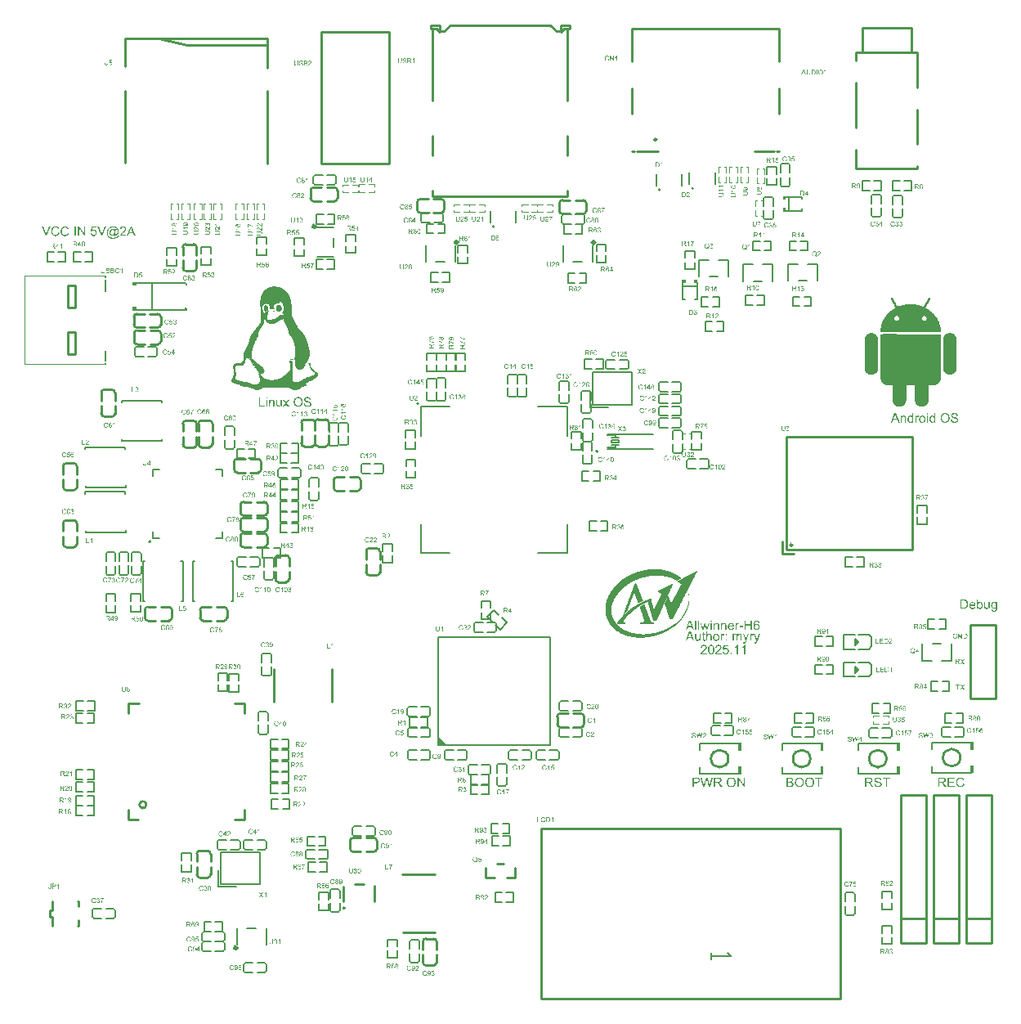
<source format=gto>
G04*
G04 #@! TF.GenerationSoftware,Altium Limited,Altium Designer,25.0.2 (28)*
G04*
G04 Layer_Color=65535*
%FSLAX44Y44*%
%MOMM*%
G71*
G04*
G04 #@! TF.SameCoordinates,9CC9931D-9A39-465D-B94E-96E1981A4A0C*
G04*
G04*
G04 #@! TF.FilePolarity,Positive*
G04*
G01*
G75*
%ADD10C,0.1524*%
%ADD11C,0.2540*%
%ADD12C,0.2000*%
%ADD13C,0.3000*%
%ADD14C,0.1500*%
%ADD15C,0.1520*%
%ADD16C,0.1200*%
%ADD17C,0.1016*%
%ADD18C,0.2032*%
G36*
X846876Y844537D02*
X843828D01*
Y848061D01*
X846876D01*
Y844537D01*
D02*
G37*
G36*
Y832013D02*
X843828D01*
Y835537D01*
X846876D01*
Y832013D01*
D02*
G37*
G36*
X755456Y758050D02*
X751933D01*
Y761098D01*
X755456D01*
Y758050D01*
D02*
G37*
G36*
X742932D02*
X739408D01*
Y761098D01*
X742932D01*
Y758050D01*
D02*
G37*
G36*
X174285Y755155D02*
X169690Y755200D01*
X169727Y759221D01*
X174298D01*
X174285Y755155D01*
D02*
G37*
G36*
X174368Y729171D02*
X169772Y729217D01*
X169809Y733237D01*
X174381D01*
X174368Y729171D01*
D02*
G37*
G36*
X956842Y742771D02*
X957131Y742735D01*
X957384Y742516D01*
X957637Y742298D01*
X957765Y742056D01*
X957894Y741814D01*
X958023D01*
X958141Y741458D01*
X958259Y741102D01*
X958362Y741017D01*
X958464Y740932D01*
X958510Y740689D01*
X958556Y740445D01*
X958728Y740259D01*
X958901Y740073D01*
X958946Y739878D01*
X958991Y739682D01*
X959098Y739597D01*
X959204Y739512D01*
X959335Y739272D01*
X959466Y739032D01*
X959838Y738297D01*
X960211Y737561D01*
X960310Y737479D01*
X960408Y737397D01*
X960626Y736947D01*
X960843Y736497D01*
X960893Y736283D01*
X960944Y736069D01*
X961076Y735924D01*
X961207Y735778D01*
X961318Y735513D01*
X961429Y735248D01*
X961510Y735198D01*
X961592Y735147D01*
X961757Y734777D01*
X961921Y734407D01*
X962104Y734237D01*
X962287Y734068D01*
X962374Y733857D01*
X962461Y733647D01*
X962629Y733604D01*
X962797Y733562D01*
X963197Y733751D01*
X963597Y733941D01*
X963833Y733984D01*
X964069Y734027D01*
X964243Y734136D01*
X964417Y734245D01*
X964841Y734343D01*
X965265Y734443D01*
X965430Y734550D01*
X965595Y734659D01*
X965988Y734731D01*
X966381Y734803D01*
X966706Y734940D01*
X967032Y735078D01*
X967501Y735164D01*
X967971Y735250D01*
X968089Y735356D01*
X968206Y735461D01*
X969116Y735555D01*
X970025Y735649D01*
X970118Y735723D01*
X970211Y735796D01*
X970428Y735849D01*
X970645Y735901D01*
X971620Y735973D01*
X972596Y736044D01*
X973319Y736094D01*
X974041Y736144D01*
X974128Y736199D01*
X974214Y736253D01*
X976421Y736254D01*
X978627Y736255D01*
X978853Y736138D01*
X979080Y736021D01*
X980408Y735958D01*
X981736Y735896D01*
X981972Y735785D01*
X982207Y735674D01*
X982569Y735603D01*
X982930Y735533D01*
X983400Y735427D01*
X983869Y735322D01*
X984527Y735180D01*
X985184Y735038D01*
X985339Y734955D01*
X985494Y734873D01*
X986091Y734690D01*
X986688Y734507D01*
X987142Y734375D01*
X987597Y734243D01*
X987720Y734135D01*
X987844Y734026D01*
X988240Y733943D01*
X988637Y733859D01*
X988795Y733756D01*
X988954Y733652D01*
X989238Y733606D01*
X989523Y733561D01*
X989677Y733643D01*
X989831Y733726D01*
Y733873D01*
Y734019D01*
X989913Y734177D01*
X989995Y734335D01*
X990127Y734462D01*
X990259Y734588D01*
X990334Y734866D01*
X990409Y735143D01*
X990549Y735270D01*
X990690Y735398D01*
X990735Y735603D01*
X990781Y735809D01*
X990909Y735975D01*
X991037Y736141D01*
X991123Y736394D01*
X991209Y736646D01*
X991399Y736936D01*
X991588Y737225D01*
X991710Y737406D01*
X991832Y737587D01*
X991991Y737912D01*
X992151Y738237D01*
X992285Y738477D01*
X992419Y738717D01*
X992528Y738838D01*
X992637Y738960D01*
X992688Y739232D01*
X992738Y739505D01*
X992906Y739738D01*
X993074Y739971D01*
X993365Y740482D01*
X993657Y740992D01*
X993803Y741125D01*
X993950Y741258D01*
Y741374D01*
Y741489D01*
X994185Y741817D01*
X994420Y742146D01*
X994709Y742443D01*
X994998Y742740D01*
X995215Y742754D01*
X995432Y742768D01*
X995651Y742761D01*
X995871Y742753D01*
X996149Y742420D01*
X996428Y742087D01*
Y741696D01*
Y741306D01*
X996316Y741180D01*
X996205Y741055D01*
X996093Y740784D01*
X995981Y740513D01*
X995775D01*
X995731Y740235D01*
X995686Y739957D01*
X995552Y739783D01*
X995417Y739610D01*
X995331Y739348D01*
X995246Y739085D01*
X995108Y738961D01*
X994970Y738836D01*
X994926Y738636D01*
X994882Y738435D01*
X994705Y738196D01*
X994528Y737956D01*
Y737864D01*
Y737772D01*
X994312Y737525D01*
X994095Y737278D01*
Y737171D01*
Y737064D01*
X993960Y736892D01*
X993826Y736719D01*
X993698Y736467D01*
X993569Y736214D01*
X993471Y736156D01*
X993373Y736098D01*
X993325Y735802D01*
X993278Y735505D01*
X993146Y735373D01*
X993014Y735241D01*
X992903Y734975D01*
X992791Y734708D01*
X992658Y734614D01*
X992524Y734521D01*
X992478Y734233D01*
X992432Y733945D01*
X992295Y733849D01*
X992158Y733753D01*
X992075Y733444D01*
X991992Y733135D01*
X991851Y732994D01*
X991710Y732854D01*
Y732646D01*
Y732439D01*
X992111Y732194D01*
X992511Y731950D01*
X992887Y731719D01*
X993264Y731488D01*
X993377Y731378D01*
X993490Y731267D01*
X993792Y731161D01*
X994093Y731054D01*
X994437Y730855D01*
X994781Y730655D01*
X995118Y730309D01*
X995455Y729963D01*
X995563D01*
X995799Y729782D01*
X996036Y729602D01*
X996190D01*
X996613Y729168D01*
X997036Y728735D01*
X997180D01*
X997245Y728593D01*
X997311Y728451D01*
X997631Y728283D01*
X997951Y728114D01*
X998064Y727884D01*
X998178Y727653D01*
X998315Y727608D01*
X998452Y727562D01*
X998929Y727138D01*
X999406Y726714D01*
X999551Y726566D01*
X999695Y726418D01*
X999930Y726180D01*
X1000165Y725943D01*
Y725861D01*
Y725780D01*
X1000298Y725686D01*
X1000431Y725592D01*
X1000517Y725431D01*
X1000602Y725269D01*
X1000763Y725101D01*
X1000924Y724933D01*
X1001303Y724515D01*
X1001683Y724096D01*
Y723997D01*
Y723898D01*
X1001899Y723652D01*
X1002116Y723405D01*
Y723332D01*
Y723260D01*
X1002315Y723130D01*
X1002514Y722999D01*
X1002658Y722819D01*
X1002803Y722638D01*
X1002911Y722380D01*
X1003019Y722123D01*
X1003208Y721833D01*
X1003397Y721543D01*
X1003511Y721449D01*
X1003624Y721354D01*
X1003670Y721149D01*
X1003715Y720943D01*
X1003856Y720780D01*
X1003996Y720618D01*
X1004081Y720323D01*
X1004166Y720027D01*
X1004290Y719904D01*
X1004415Y719781D01*
X1004505Y719507D01*
X1004594Y719233D01*
X1004728Y719060D01*
X1004862Y718888D01*
X1004863Y718807D01*
X1004863Y718727D01*
X1005079Y718293D01*
X1005295Y717860D01*
X1005296Y717745D01*
X1005296Y717629D01*
X1005474Y717422D01*
X1005652Y717214D01*
X1005699Y716995D01*
X1005745Y716776D01*
X1005886Y716543D01*
X1006028Y716310D01*
X1006087Y715727D01*
X1006145Y715145D01*
X1006254Y715021D01*
X1006363Y714897D01*
X1006521Y714247D01*
X1006679Y713596D01*
X1006854Y712802D01*
X1007028Y712007D01*
X1007167Y710995D01*
X1007306Y709983D01*
X1007330Y708764D01*
X1007355Y707544D01*
X1007157Y707395D01*
X1006960Y707247D01*
X1006543Y707264D01*
X1006127Y707281D01*
X975510Y707331D01*
X944894Y707382D01*
X944708Y707557D01*
X944521Y707732D01*
Y707892D01*
Y708051D01*
X944630Y708310D01*
X944738Y708570D01*
Y709309D01*
Y710048D01*
X944819Y710883D01*
X944901Y711718D01*
X945036Y711890D01*
X945172Y712062D01*
Y712594D01*
Y713125D01*
X945388Y713802D01*
X945605Y714479D01*
Y714693D01*
Y714908D01*
X945786Y715078D01*
X945966Y715247D01*
X945967Y715470D01*
X945968Y715692D01*
X946081Y716053D01*
X946194Y716414D01*
X946301Y716812D01*
X946408Y717209D01*
X946574Y717498D01*
X946741Y717787D01*
X946793Y718004D01*
X946844Y718221D01*
X946973Y718365D01*
X947101Y718510D01*
X947194Y718855D01*
X947287Y719200D01*
X947347Y719238D01*
X947408Y719275D01*
X947555Y719607D01*
X947702Y719940D01*
X947802Y720020D01*
X947902Y720100D01*
X947992Y720389D01*
X948082Y720678D01*
X948187Y720786D01*
X948292Y720895D01*
X948465Y721184D01*
X948639Y721473D01*
X948759Y721744D01*
X948879Y722015D01*
X948999D01*
X949155Y722321D01*
X949311Y722627D01*
X949662Y722971D01*
X950013Y723315D01*
Y723488D01*
Y723662D01*
X950501Y724255D01*
X950989Y724847D01*
X951132Y725073D01*
X951274Y725299D01*
X951529Y725514D01*
X951784Y725729D01*
X952109Y726088D01*
X952434Y726447D01*
X953354Y727369D01*
X954275Y728291D01*
X954421Y728337D01*
X954567Y728384D01*
X955079Y728887D01*
X955591Y729390D01*
X955937Y729565D01*
X956282Y729740D01*
X956325Y729851D01*
X956368Y729963D01*
X956620D01*
X956768Y730108D01*
X956915Y730253D01*
X957310Y730542D01*
X957706Y730830D01*
X957875D01*
X957915Y730935D01*
X957955Y731040D01*
X958244Y731188D01*
X958532Y731335D01*
X958799Y731516D01*
X959065Y731696D01*
X959233Y731878D01*
X959401Y732059D01*
X959824D01*
X959920Y732175D01*
X960016Y732290D01*
X960182Y732354D01*
X960347Y732416D01*
Y732625D01*
Y732834D01*
X960192Y733031D01*
X960038Y733227D01*
X959795Y733709D01*
X959553Y734190D01*
X959553Y734270D01*
X959552Y734350D01*
X959379Y734537D01*
X959205Y734725D01*
X959155Y735018D01*
X959106Y735312D01*
X958978Y735381D01*
X958849Y735449D01*
X958761Y735664D01*
X958672Y735878D01*
X958577Y735914D01*
X958483Y735951D01*
X958394Y736227D01*
X958306Y736503D01*
X958203Y736621D01*
X958100Y736739D01*
X958023Y737018D01*
X957946Y737298D01*
X957737Y737535D01*
X957529Y737772D01*
Y737867D01*
Y737962D01*
X957384Y738129D01*
X957238Y738297D01*
X957155Y738592D01*
X957071Y738887D01*
X956938Y739036D01*
X956806Y739186D01*
Y739266D01*
Y739346D01*
X956629Y739556D01*
X956452Y739766D01*
X956196Y740350D01*
X955939Y740934D01*
Y740990D01*
Y741046D01*
X955784Y741211D01*
X955629Y741376D01*
X955595Y741731D01*
X955561Y742088D01*
X955863Y742416D01*
X956166Y742745D01*
X956360Y742776D01*
X956553Y742807D01*
X956842Y742771D01*
D02*
G37*
G36*
X936647Y706299D02*
X937042Y706191D01*
X937533Y706054D01*
X938024Y705918D01*
X938147Y705811D01*
X938270Y705704D01*
X938543Y705662D01*
X938816Y705620D01*
X939591Y704963D01*
X940366Y704306D01*
X940421Y704254D01*
X940476Y704203D01*
X940841Y703810D01*
X941207Y703416D01*
X941314Y703160D01*
X941421Y702904D01*
X941550Y702758D01*
X941679Y702613D01*
X941879Y702262D01*
X942080Y701910D01*
X942128Y701345D01*
X942177Y700781D01*
X942319Y700623D01*
X942462Y700466D01*
Y684700D01*
Y668934D01*
X942346Y668756D01*
X942231Y668579D01*
X942182Y668319D01*
X942134Y668059D01*
X941876Y667419D01*
X941618Y666779D01*
X941480Y666603D01*
X941341Y666428D01*
Y666328D01*
Y666229D01*
X940944Y665778D01*
X940546Y665327D01*
X940456Y665234D01*
X940366Y665140D01*
X939810Y664692D01*
X939255Y664243D01*
X938986Y664044D01*
X938717Y663846D01*
X938493Y663845D01*
X938270Y663844D01*
X938090Y663737D01*
X937909Y663631D01*
X937773Y663583D01*
X937638Y663535D01*
X937304Y663359D01*
X936970Y663182D01*
X935484Y663143D01*
X933999Y663104D01*
X933885Y663220D01*
X933770Y663334D01*
X933274Y663459D01*
X932779Y663583D01*
X932092Y663938D01*
X931405Y664292D01*
X931240Y664466D01*
X931074Y664641D01*
X930934D01*
X930423Y665164D01*
X929912Y665688D01*
X929782Y665833D01*
X929652Y665977D01*
X929560Y666158D01*
X929469Y666339D01*
X929377Y666394D01*
X929284Y666448D01*
X929196Y666719D01*
X929108Y666989D01*
X928974Y667161D01*
X928840Y667334D01*
Y667475D01*
Y667615D01*
X928605Y668169D01*
X928370Y668723D01*
Y684837D01*
Y700951D01*
X928525Y701240D01*
X928680Y701530D01*
X928760Y701826D01*
X928840Y702122D01*
X929010Y702306D01*
X929180Y702489D01*
X929226Y702768D01*
X929271Y703046D01*
X929615Y703436D01*
X929960Y703825D01*
X930321Y704220D01*
X930683Y704614D01*
X930972Y704821D01*
X931261Y705028D01*
X931628Y705275D01*
X931995Y705522D01*
X932170Y705577D01*
X932345Y705632D01*
X932504Y705802D01*
X932663Y705973D01*
X932865Y705974D01*
X933067Y705975D01*
X933681Y706190D01*
X934296Y706405D01*
X935274Y706406D01*
X936253Y706407D01*
X936647Y706299D01*
D02*
G37*
G36*
X1018101Y706327D02*
X1018484Y706248D01*
X1018629Y706157D01*
X1018773Y706066D01*
X1019179Y705948D01*
X1019585Y705830D01*
X1019672Y705725D01*
X1019759Y705621D01*
X1019966Y705576D01*
X1020172Y705530D01*
X1020263Y705421D01*
X1020353Y705312D01*
X1020629Y705171D01*
X1020905Y705031D01*
Y704971D01*
Y704911D01*
X1021194Y704781D01*
X1021483Y704651D01*
X1021609Y704452D01*
X1021736Y704253D01*
X1022115Y703846D01*
X1022495Y703440D01*
Y703370D01*
Y703301D01*
X1022813Y702883D01*
X1023131Y702465D01*
X1023324Y701925D01*
X1023517Y701385D01*
X1023617Y700879D01*
X1023718Y700373D01*
X1023720Y684651D01*
X1023723Y668930D01*
X1023609Y668574D01*
X1023495Y668217D01*
X1023428Y668073D01*
X1023361Y667928D01*
X1023298Y667581D01*
X1023234Y667233D01*
X1023082Y667070D01*
X1022928Y666908D01*
Y666796D01*
Y666685D01*
X1022748Y666490D01*
X1022567Y666295D01*
X1022463Y666100D01*
X1022360Y665905D01*
X1022156Y665707D01*
X1021953Y665509D01*
X1021499Y665075D01*
X1021045Y664641D01*
X1020915D01*
X1020870Y664500D01*
X1020826Y664360D01*
X1020378Y664149D01*
X1019929Y663938D01*
X1019677Y663844D01*
X1019424Y663750D01*
X1019315Y663659D01*
X1019207Y663568D01*
X1018846Y663483D01*
X1018484Y663398D01*
X1018080Y663265D01*
X1017675Y663131D01*
X1016651Y663117D01*
X1015627Y663103D01*
X1015496Y663222D01*
X1015365Y663340D01*
X1014757Y663421D01*
X1014148Y663503D01*
X1013895Y663667D01*
X1013642Y663831D01*
X1013467Y663884D01*
X1013293Y663936D01*
X1012889Y664192D01*
X1012486Y664448D01*
X1012450Y664494D01*
X1012414Y664541D01*
X1011813Y665057D01*
X1011213Y665572D01*
X1011025Y665847D01*
X1010837Y666122D01*
X1010739Y666444D01*
X1010641Y666767D01*
X1010465Y666950D01*
X1010290Y667134D01*
X1010146Y667459D01*
X1010002Y667785D01*
X1009928Y668244D01*
X1009854Y668703D01*
X1009725Y668798D01*
X1009596Y668892D01*
X1009574Y683404D01*
X1009552Y697916D01*
X1009622Y699238D01*
X1009691Y700559D01*
X1009762Y700647D01*
X1009832Y700734D01*
X1009883Y701059D01*
X1009933Y701385D01*
X1010011Y701656D01*
X1010089Y701928D01*
X1010185Y702009D01*
X1010282Y702089D01*
Y702251D01*
Y702412D01*
X1010451Y702660D01*
X1010619Y702908D01*
X1010706Y703158D01*
X1010793Y703407D01*
X1010953Y703575D01*
X1011113Y703742D01*
X1011434Y704044D01*
X1011755Y704347D01*
X1012154Y704763D01*
X1012554Y705178D01*
X1012681D01*
X1012900Y705334D01*
X1013120Y705491D01*
X1013515Y705583D01*
X1013911Y705675D01*
X1014016Y705824D01*
X1014120Y705973D01*
X1014443D01*
X1014729Y706124D01*
X1015015Y706274D01*
X1015377Y706332D01*
X1015738Y706389D01*
X1016728Y706398D01*
X1017718Y706407D01*
X1018101Y706327D01*
D02*
G37*
G36*
X318628Y754306D02*
X319099Y754256D01*
X319593Y754196D01*
X320088Y754136D01*
X320358Y754078D01*
X320628Y754020D01*
X320922Y753962D01*
X321216Y753904D01*
X321569Y753816D01*
X321922Y753728D01*
X322157Y753662D01*
X322392Y753595D01*
X322510Y753544D01*
X322627Y753492D01*
X322802Y753454D01*
X322976Y753416D01*
X323278Y753273D01*
X323579Y753130D01*
X323713D01*
X324170Y752919D01*
X324627Y752708D01*
X325009Y752527D01*
X325391Y752345D01*
X325421Y752311D01*
X325450Y752278D01*
X325734Y752131D01*
X326019Y751984D01*
X326117Y751924D01*
X326215Y751865D01*
X326656Y751573D01*
X327097Y751282D01*
X327163Y751221D01*
X327229Y751161D01*
X327364Y751072D01*
X327498Y750984D01*
X327915Y750635D01*
X328332Y750285D01*
X328680Y749958D01*
X329028Y749632D01*
X329180Y749479D01*
X329332Y749326D01*
X329714Y748921D01*
X330097Y748515D01*
X330419Y748103D01*
X330742Y747692D01*
X330789Y747633D01*
X330837Y747574D01*
X331128Y747170D01*
X331419Y746765D01*
Y746691D01*
Y746617D01*
X331494Y746588D01*
X331570Y746559D01*
X331686Y746332D01*
X331801Y746105D01*
X331834Y746075D01*
X331867Y746046D01*
X332089Y745664D01*
X332310Y745282D01*
X332354Y745193D01*
X332398Y745105D01*
X332494Y744929D01*
X332589Y744752D01*
X332878Y744135D01*
X333166Y743518D01*
X333271Y743253D01*
X333376Y742989D01*
X333456Y742803D01*
X333536Y742618D01*
Y742529D01*
Y742440D01*
X333620Y742273D01*
X333704Y742107D01*
X333797Y741791D01*
X333889Y741476D01*
Y741347D01*
Y741219D01*
X333947Y741161D01*
X334006Y741102D01*
X334068Y740811D01*
X334129Y740519D01*
X334216Y740108D01*
X334302Y739696D01*
X334391Y739108D01*
X334480Y738520D01*
X334566Y737638D01*
X334651Y736757D01*
X334685Y736603D01*
X334718Y736449D01*
X334771Y734016D01*
X334823Y731583D01*
X334887Y730054D01*
X334951Y728526D01*
X335009Y728114D01*
X335067Y727702D01*
X335098Y727026D01*
X335128Y726350D01*
X335186Y725968D01*
X335245Y725586D01*
X335295Y724840D01*
X335345Y724093D01*
X335588Y723673D01*
X335830Y723253D01*
Y723205D01*
Y723156D01*
X335876Y723136D01*
X335923Y723117D01*
X336081Y722823D01*
X336240Y722529D01*
X336747Y721500D01*
X337253Y720471D01*
X337420Y720118D01*
X337587Y719765D01*
X337759Y719383D01*
X337931Y719001D01*
X338027Y718786D01*
X338124Y718572D01*
Y718478D01*
Y718384D01*
X338233D01*
X338271Y718251D01*
X338308Y718119D01*
X338390Y717943D01*
X338471Y717766D01*
X338742Y717179D01*
X339013Y716591D01*
X339093Y716414D01*
X339172Y716238D01*
X339442Y715691D01*
X339711Y715143D01*
Y715085D01*
Y715028D01*
X339773Y714957D01*
X339834Y714886D01*
X340302Y714249D01*
X340770Y713612D01*
Y713555D01*
Y713499D01*
X340831Y713428D01*
X340892Y713357D01*
X341373Y712622D01*
X341853Y711887D01*
X341988Y711741D01*
X342122Y711594D01*
Y711555D01*
Y711515D01*
X342608Y710931D01*
X343093Y710347D01*
X343299Y710094D01*
X343504Y709841D01*
X343682Y709659D01*
X343859Y709477D01*
X344270Y709010D01*
X344681Y708544D01*
X344857Y708360D01*
X345034Y708177D01*
X345239Y707943D01*
X345445Y707710D01*
X345681Y707444D01*
X345916Y707179D01*
X346151Y706892D01*
X346386Y706605D01*
X346449Y706541D01*
X346512Y706478D01*
X346738Y706155D01*
X346963Y705832D01*
X347000Y705802D01*
X347036Y705773D01*
X347343Y705315D01*
X347651Y704858D01*
Y704806D01*
Y704754D01*
X347698Y704734D01*
X347746Y704715D01*
X348040Y704215D01*
X348334Y703715D01*
X348448Y703480D01*
X348562Y703245D01*
X348596Y703215D01*
X348629Y703186D01*
X348940Y702539D01*
X349251Y701892D01*
X349418Y701540D01*
X349584Y701187D01*
X349728Y700864D01*
X349872Y700540D01*
X350003Y700217D01*
X350135Y699893D01*
X350273Y699586D01*
X350412Y699279D01*
X350452Y699120D01*
X350492Y698961D01*
X350570Y698810D01*
X350649Y698659D01*
X350649Y698559D01*
X350650Y698460D01*
X350702Y698428D01*
X350754Y698396D01*
X350795Y698177D01*
X350836Y697959D01*
X350919Y697840D01*
X351003Y697721D01*
Y697599D01*
Y697477D01*
X351052Y697421D01*
X351102Y697365D01*
X351232Y696954D01*
X351363Y696542D01*
X351414Y696425D01*
X351465Y696307D01*
X351587Y695939D01*
X351708Y695572D01*
Y695483D01*
Y695394D01*
X351764Y695292D01*
X351819Y695190D01*
X351916Y694837D01*
X352013Y694485D01*
X352131Y694073D01*
X352249Y693661D01*
X352328Y693367D01*
X352407Y693074D01*
X352495Y692721D01*
X352583Y692368D01*
X352731Y691721D01*
X352879Y691075D01*
X352919Y690781D01*
X352958Y690487D01*
X353005Y690397D01*
X353051Y690307D01*
X353119Y689868D01*
X353187Y689428D01*
X353272Y688899D01*
X353356Y688370D01*
X353443Y687635D01*
X353530Y686900D01*
X353600Y686018D01*
X353670Y685135D01*
X353602Y684137D01*
X353534Y683138D01*
X353450Y682550D01*
X353365Y681962D01*
X353297Y681638D01*
X353229Y681315D01*
X353142Y680992D01*
X353054Y680668D01*
X353005Y680551D01*
X352956Y680433D01*
X352887Y680169D01*
X352817Y679904D01*
X352710Y679669D01*
X352602Y679434D01*
X352505Y679199D01*
X352407Y678963D01*
X352315Y678787D01*
X352223Y678611D01*
X352054Y678301D01*
X351885Y677991D01*
Y677933D01*
Y677876D01*
X352113D01*
X352146Y677823D01*
X352178Y677771D01*
X352330Y677733D01*
X352483Y677694D01*
X352568Y677623D01*
X352654Y677552D01*
X352725Y677489D01*
X352798Y677425D01*
X352960Y677384D01*
X353123Y677344D01*
X353228Y677239D01*
X353332Y677134D01*
X353550Y676850D01*
X353767Y676565D01*
Y676460D01*
Y676354D01*
X353826Y676318D01*
X353884Y676281D01*
Y676180D01*
Y676079D01*
X354002Y675979D01*
X354120Y675878D01*
Y675728D01*
Y675579D01*
X354208Y675368D01*
X354296Y675157D01*
Y674903D01*
Y674649D01*
X354346Y674618D01*
X354396Y674587D01*
X354430Y673630D01*
X354463Y672673D01*
X354558Y672290D01*
X354653Y671908D01*
X354710Y671806D01*
X354767Y671704D01*
Y671554D01*
Y671405D01*
X354856Y671370D01*
X354947Y671336D01*
X354912Y671228D01*
X354878Y671121D01*
X355087Y670890D01*
X355296Y670659D01*
Y670545D01*
Y670430D01*
X355433Y670311D01*
X355569Y670192D01*
X355766Y669889D01*
X355962Y669586D01*
X356055Y669585D01*
X356148Y669585D01*
X356288Y669381D01*
X356427Y669177D01*
X356609Y669043D01*
X356790Y668910D01*
X357087Y668624D01*
X357383Y668338D01*
X357632Y668159D01*
X357881Y667980D01*
X357916Y667872D01*
X357950Y667763D01*
X358114D01*
X358621Y667308D01*
X359128Y666852D01*
X359295Y666764D01*
X359461Y666676D01*
X359877Y666382D01*
X360292Y666088D01*
X360749Y665794D01*
X361206Y665501D01*
X361604Y665100D01*
X362001Y664700D01*
X362192Y664306D01*
X362382Y663912D01*
Y663349D01*
Y662786D01*
X362120Y662262D01*
X361857Y661737D01*
X361658Y661475D01*
X361459Y661213D01*
X361186Y660890D01*
X360912Y660568D01*
X360685Y660359D01*
X360457Y660150D01*
X360067Y659869D01*
X359677Y659588D01*
X359454Y659440D01*
X359230Y659292D01*
X359101Y659235D01*
X358971Y659178D01*
X358677Y659001D01*
X358383Y658825D01*
X355884Y657570D01*
X353385Y656314D01*
X353011Y656101D01*
X352638Y655887D01*
X352592D01*
X352283Y655703D01*
X351973Y655519D01*
X351728Y655350D01*
X351483Y655182D01*
X351415D01*
X351047Y654930D01*
X350678Y654677D01*
X350475Y654533D01*
X350271Y654388D01*
X350186Y654309D01*
X350102Y654231D01*
X349891Y654094D01*
X349679Y653957D01*
X349184Y653482D01*
X348688Y653006D01*
X348577D01*
X348650Y652918D01*
X348724Y652830D01*
X348996D01*
X349028Y652779D01*
X349059Y652728D01*
X349519Y652688D01*
X349978Y652648D01*
X349991Y652489D01*
X350004Y652330D01*
X350068Y652135D01*
X350132Y651941D01*
X350038Y651837D01*
X349944Y651733D01*
X349944Y651649D01*
X349943Y651566D01*
X349753Y651438D01*
X349562Y651310D01*
X349327Y651264D01*
X349091Y651219D01*
X349003Y651237D01*
X348915Y651254D01*
X348592Y651186D01*
X348268Y651117D01*
X347886Y651019D01*
X347504Y650921D01*
X347239Y650907D01*
X346974Y650892D01*
X346798Y650874D01*
X346621Y650855D01*
X346445Y650761D01*
X346268Y650667D01*
X346156Y650543D01*
X346045Y650419D01*
X345940D01*
X345759Y650287D01*
X345578Y650155D01*
X345393Y649979D01*
X345209Y649802D01*
X344927Y649573D01*
X344646Y649344D01*
X344428Y649187D01*
X344210Y649029D01*
X343828Y648764D01*
X343446Y648499D01*
X343240Y648394D01*
X343034Y648289D01*
X342534Y648040D01*
X342034Y647790D01*
X341711Y647686D01*
X341387Y647583D01*
X341240Y647524D01*
X341093Y647465D01*
X340593Y647349D01*
X340094Y647233D01*
X339300Y647204D01*
X338506Y647176D01*
X337976Y647238D01*
X337447Y647301D01*
X337035Y647386D01*
X336624Y647471D01*
X336359Y647539D01*
X336095Y647607D01*
X335977Y647655D01*
X335859Y647703D01*
X335565Y647805D01*
X335271Y647907D01*
X335007Y648021D01*
X334742Y648134D01*
X334477Y648269D01*
X334213Y648403D01*
X333948Y648542D01*
X333683Y648681D01*
X333608Y648742D01*
X333532Y648803D01*
X333450Y648876D01*
X333368Y648950D01*
X333307D01*
X333054Y649121D01*
X332801Y649292D01*
X332540Y649534D01*
X332278Y649776D01*
X332203Y649748D01*
X332128Y649719D01*
X332072Y649819D01*
X332015Y649920D01*
X331762Y649927D01*
X331507Y649935D01*
X328008Y650012D01*
X324509Y650088D01*
X319628Y650092D01*
X314747Y650096D01*
X312189Y650044D01*
X309630Y649993D01*
X308219Y649967D01*
X306807Y649942D01*
X306234Y649900D01*
X305660Y649858D01*
X305581Y649937D01*
X305502Y650015D01*
X305037Y649583D01*
X304573Y649150D01*
X304198Y648868D01*
X303822Y648586D01*
X303447Y648356D01*
X303071Y648127D01*
X302999D01*
X302639Y647956D01*
X302279Y647785D01*
X301985Y647696D01*
X301691Y647607D01*
X301338Y647504D01*
X300985Y647401D01*
X299956Y647376D01*
X298927Y647351D01*
X298545Y647411D01*
X298163Y647472D01*
X297810Y647561D01*
X297457Y647650D01*
X297133Y647736D01*
X296810Y647822D01*
X296605Y647896D01*
X296401Y647971D01*
X296253Y648048D01*
X296104Y648126D01*
X296053Y648126D01*
X296001Y648127D01*
X295465Y648341D01*
X294928Y648555D01*
X294605Y648698D01*
X294281Y648841D01*
X294096Y648925D01*
X293911Y649008D01*
X293781D01*
X293484Y649151D01*
X293188Y649294D01*
X293002Y649335D01*
X292815Y649376D01*
X292725Y649424D01*
X292635Y649471D01*
X292434Y649563D01*
X292234Y649655D01*
X291914D01*
X291841Y649743D01*
X291767Y649832D01*
X291366D01*
X291155Y649920D01*
X290944Y650008D01*
X290661D01*
X290627Y650096D01*
X290593Y650184D01*
X290085Y650172D01*
X289576Y650159D01*
X289342Y650289D01*
X289108Y650419D01*
X287975D01*
X287659Y650482D01*
X287342Y650545D01*
X286665Y650569D01*
X285989Y650593D01*
X285312Y650641D01*
X284635Y650690D01*
X284290Y650876D01*
X283945Y651063D01*
X283320Y651128D01*
X282696Y651193D01*
X282410Y651276D01*
X282124Y651360D01*
X281952D01*
X281968Y651665D01*
X281984Y651970D01*
X281928Y651983D01*
X281872Y651997D01*
X281704Y652034D01*
X281536Y652071D01*
X281640Y652186D01*
X281744Y652301D01*
X281420D01*
X281264Y652379D01*
X281108Y652457D01*
X280861Y652585D01*
X280614Y652712D01*
X280479Y652714D01*
X280343Y652715D01*
X279932Y652866D01*
X279520Y653016D01*
X279167Y653134D01*
X278814Y653251D01*
X278563Y653364D01*
X278311Y653477D01*
X278138D01*
X277506Y653689D01*
X276874Y653901D01*
X276328Y654038D01*
X275782Y654176D01*
X275563Y654246D01*
X275345Y654316D01*
X274874Y654491D01*
X274404Y654665D01*
X274080Y654841D01*
X273757Y655017D01*
X273468Y655318D01*
X273179Y655620D01*
X273001Y656003D01*
X272823Y656387D01*
X272799Y657004D01*
X272776Y657622D01*
X272894Y658063D01*
X273011Y658503D01*
X273109Y658739D01*
X273206Y658974D01*
X273697Y659973D01*
X274189Y660973D01*
X274346Y661414D01*
X274502Y661855D01*
X274588Y662178D01*
X274674Y662501D01*
X274765Y663266D01*
X274857Y664030D01*
X274886Y664471D01*
X274915Y664912D01*
X274821Y666146D01*
X274727Y667381D01*
X274700Y667675D01*
X274673Y667969D01*
X274609Y668733D01*
X274544Y669498D01*
X274492Y669595D01*
X274440Y669692D01*
X274401Y670565D01*
X274363Y671438D01*
X274427Y671879D01*
X274491Y672320D01*
X274545Y672584D01*
X274599Y672849D01*
X274697Y673113D01*
X274795Y673378D01*
X274901Y673496D01*
X275007Y673613D01*
X275098Y673794D01*
X275190Y673974D01*
X275414Y674193D01*
X275639Y674412D01*
X276109Y674641D01*
X276580Y674870D01*
X276874Y674972D01*
X277168Y675074D01*
X279197Y675115D01*
X281225Y675155D01*
X281520Y675226D01*
X281814Y675296D01*
X282108Y675391D01*
X282402Y675485D01*
X282725Y675657D01*
X283049Y675828D01*
X283393Y676161D01*
X283736Y676494D01*
X284081Y676948D01*
X284426Y677402D01*
X284580Y677712D01*
X284734Y678023D01*
X284933Y678346D01*
X285133Y678669D01*
X285174Y678758D01*
X285216Y678846D01*
X285367Y679081D01*
X285517Y679316D01*
X285587Y679473D01*
X285656Y679631D01*
X285587Y679657D01*
X285519Y679684D01*
X285374Y680117D01*
X285229Y680551D01*
X285189Y680610D01*
X285150Y680668D01*
X285107Y680933D01*
X285064Y681198D01*
X285020Y681256D01*
X284976Y681315D01*
X284896Y681844D01*
X284817Y682373D01*
X284818Y683108D01*
X284819Y683843D01*
X284889Y684255D01*
X284958Y684666D01*
X285055Y684990D01*
X285151Y685313D01*
X285203Y685369D01*
X285254Y685425D01*
Y685507D01*
Y685589D01*
X285347Y685804D01*
X285441Y686019D01*
X285553Y686260D01*
X285666Y686502D01*
Y686569D01*
Y686636D01*
X285770D01*
X285811Y686797D01*
X285851Y686958D01*
X285891Y686988D01*
X285932Y687018D01*
X286182Y687518D01*
X286432Y688017D01*
X286782Y688664D01*
X287132Y689311D01*
X287382Y689811D01*
X287631Y690310D01*
X287663Y690340D01*
X287694Y690369D01*
X288056Y691104D01*
X288418Y691839D01*
X288771Y692574D01*
X289123Y693309D01*
X289250Y693603D01*
X289377Y693897D01*
X289429Y694014D01*
X289482Y694132D01*
X289606Y694426D01*
X289730Y694720D01*
X289784Y694837D01*
X289838Y694955D01*
X289965Y695278D01*
X290092Y695602D01*
X290203Y695896D01*
X290315Y696190D01*
X290463Y696630D01*
X290611Y697072D01*
X290660Y697162D01*
X290708Y697252D01*
X290749Y697456D01*
X290789Y697659D01*
X290842Y697777D01*
X290894Y697895D01*
X290960Y698130D01*
X291026Y698365D01*
X291114Y698659D01*
X291203Y698953D01*
X291283Y699276D01*
X291363Y699600D01*
X291427Y699864D01*
X291491Y700129D01*
X291529Y700217D01*
X291567Y700305D01*
X291638Y700599D01*
X291709Y700893D01*
X291807Y701216D01*
X291905Y701540D01*
X291966Y701775D01*
X292027Y702010D01*
X292074Y702128D01*
X292120Y702245D01*
X292226Y702510D01*
X292332Y702774D01*
X292443Y703039D01*
X292554Y703304D01*
X292881Y703950D01*
X293208Y704597D01*
X293480Y705027D01*
X293752Y705456D01*
X294431Y706379D01*
X295111Y707301D01*
X295198Y707390D01*
X295285Y707478D01*
X295563Y707842D01*
X295841Y708206D01*
X295914Y708283D01*
X295987Y708360D01*
X296221Y708654D01*
X296455Y708948D01*
X296515Y709023D01*
X296575Y709099D01*
X296633Y709170D01*
X296692Y709242D01*
X296926Y709536D01*
X297160Y709829D01*
X297220Y709896D01*
X297280Y709964D01*
X297398Y710127D01*
X297516Y710291D01*
X297692Y710505D01*
X297868Y710719D01*
X298016Y710911D01*
X298163Y711105D01*
X298456Y711467D01*
X298748Y711828D01*
X298782Y711858D01*
X298815Y711887D01*
X299085Y712240D01*
X299355Y712593D01*
X299479Y712734D01*
X299603Y712875D01*
X299604Y712910D01*
X299605Y712945D01*
X299785Y713151D01*
X299965Y713357D01*
X300094Y713504D01*
X300222Y713651D01*
X300719Y714297D01*
X301216Y714943D01*
X301317Y715061D01*
X301417Y715180D01*
X301657Y715472D01*
X301897Y715765D01*
Y715809D01*
Y715854D01*
X302122Y716222D01*
X302346Y716591D01*
X302556Y717032D01*
X302766Y717473D01*
X302932Y717825D01*
X303099Y718178D01*
X303090Y719736D01*
X303083Y721294D01*
X303022Y721559D01*
X302962Y721823D01*
X302869Y723322D01*
X302776Y724822D01*
X302720Y727791D01*
X302665Y730760D01*
X302605Y732141D01*
X302546Y733523D01*
X302481Y734170D01*
X302416Y734816D01*
X302442Y737491D01*
X302468Y740166D01*
X302563Y740901D01*
X302659Y741636D01*
X302744Y742166D01*
X302829Y742695D01*
X302894Y743018D01*
X302960Y743341D01*
X303009Y743459D01*
X303058Y743577D01*
X303163Y744047D01*
X303268Y744517D01*
X303342Y744694D01*
X303416Y744870D01*
X303543Y745252D01*
X303670Y745634D01*
X303798Y745928D01*
X303926Y746222D01*
X304263Y746888D01*
X304600Y747553D01*
X304822Y747907D01*
X305043Y748262D01*
X305390Y748741D01*
X305737Y749221D01*
X306124Y749661D01*
X306511Y750102D01*
X306787Y750367D01*
X307063Y750632D01*
X307337Y750885D01*
X307610Y751139D01*
X308100Y751517D01*
X308590Y751896D01*
X308665D01*
X308824Y752043D01*
X308983Y752191D01*
X309101Y752228D01*
X309219Y752265D01*
X309395Y752390D01*
X309572Y752515D01*
X309866Y752661D01*
X310160Y752807D01*
X310179Y752851D01*
X310199Y752895D01*
X310313D01*
X310589Y753017D01*
X310865Y753139D01*
X311071Y753226D01*
X311277Y753312D01*
X311367Y753361D01*
X311457Y753409D01*
X311659Y753454D01*
X311861Y753498D01*
X311951Y753541D01*
X312042Y753585D01*
X312247Y753659D01*
X312453Y753733D01*
X312747Y753799D01*
X313041Y753866D01*
X313104Y753906D01*
X313166Y753946D01*
X313486Y753984D01*
X313806Y754021D01*
X313953Y754075D01*
X314100Y754130D01*
X314659Y754196D01*
X315217Y754263D01*
X315658Y754304D01*
X316099Y754345D01*
X317129Y754351D01*
X318158Y754356D01*
X318628Y754306D01*
D02*
G37*
G36*
X976968Y705137D02*
X1006633Y705132D01*
X1006853Y705016D01*
X1007074Y704900D01*
X1007161Y704710D01*
X1007247Y704521D01*
Y681605D01*
Y658689D01*
X1007109Y658395D01*
X1006971Y658101D01*
X1006892Y657717D01*
X1006813Y657332D01*
X1006590Y656849D01*
X1006366Y656367D01*
X1006187Y655980D01*
X1006007Y655593D01*
X1005453Y655026D01*
X1004898Y654458D01*
X1004718Y654238D01*
X1004537Y654019D01*
X1004103Y653727D01*
X1003670Y653435D01*
X1003507Y653394D01*
X1003345Y653353D01*
Y653293D01*
Y653233D01*
X1002893Y653014D01*
X1002441Y652795D01*
X1001936Y652671D01*
X1001430Y652548D01*
X1001213Y652416D01*
X1000996Y652285D01*
X997988Y652285D01*
X994980Y652284D01*
X994881Y652165D01*
X994781Y652045D01*
X994745Y644126D01*
X994709Y636207D01*
X994626Y636023D01*
X994544Y635840D01*
X994492Y635285D01*
X994440Y634731D01*
X994267Y634497D01*
X994095Y634264D01*
Y634161D01*
Y634058D01*
X993954Y633796D01*
X993813Y633533D01*
X993656Y633153D01*
X993498Y632773D01*
X993236Y632544D01*
X992975Y632315D01*
X992888Y632111D01*
X992801Y631907D01*
X992668D01*
X992214Y631544D01*
X991760Y631181D01*
X991464Y631035D01*
X991168Y630888D01*
X990807Y630677D01*
X990445Y630466D01*
X990265Y630386D01*
X990084Y630306D01*
X989506Y630244D01*
X988928Y630183D01*
X988675Y630051D01*
X988422Y629920D01*
X987446Y629922D01*
X986471Y629923D01*
X986109Y630079D01*
X985748Y630234D01*
X985484Y630278D01*
X985220Y630321D01*
X984689Y630606D01*
X984158Y630891D01*
X983850Y631036D01*
X983541Y631181D01*
X983499Y631291D01*
X983456Y631401D01*
X983251D01*
X983018Y631614D01*
X982785Y631827D01*
X982581Y632030D01*
X982377Y632232D01*
X982038Y632639D01*
X981700Y633046D01*
X981568Y633412D01*
X981437Y633778D01*
X981336Y633861D01*
X981236Y633945D01*
X981191Y634209D01*
X981146Y634472D01*
X981007Y634670D01*
X980868Y634868D01*
X980779Y635067D01*
X980690Y635267D01*
X980654Y643698D01*
X980617Y652128D01*
X980557Y652188D01*
X980497Y652248D01*
X976204Y652268D01*
X971910Y652289D01*
X971685Y652230D01*
X971460Y652172D01*
X971442Y644478D01*
X971425Y636785D01*
X971356Y635881D01*
X971287Y634978D01*
X971063Y634509D01*
X970839Y634039D01*
X970755Y633858D01*
X970671Y633677D01*
X970537Y633435D01*
X970403Y633193D01*
X970253Y633088D01*
X970103Y632983D01*
Y632883D01*
Y632782D01*
X969966Y632686D01*
X969828Y632590D01*
X969803Y632413D01*
X969778Y632236D01*
X969616Y632155D01*
X969454Y632075D01*
X969321Y631955D01*
X969188Y631835D01*
X969016D01*
X968933Y631654D01*
X968851Y631474D01*
X968729D01*
X968572Y631293D01*
X968415Y631112D01*
X968245D01*
X968021Y630898D01*
X967796Y630683D01*
X967595Y630635D01*
X967393Y630586D01*
X967192Y630485D01*
X966992Y630384D01*
X966578Y630308D01*
X966164Y630232D01*
X966035Y630094D01*
X965906Y629956D01*
X962974D01*
X962813Y630127D01*
X962652Y630299D01*
X962163Y630334D01*
X961674Y630368D01*
X961318Y630571D01*
X960961Y630774D01*
X960796Y630943D01*
X960630Y631112D01*
X960421D01*
X960330Y631257D01*
X960240Y631401D01*
X959855D01*
X959780Y631618D01*
X959704Y631835D01*
X959565D01*
X959179Y632220D01*
X958793Y632605D01*
X958637Y632852D01*
X958480Y633099D01*
X958211Y633641D01*
X957942Y634183D01*
X957734Y634617D01*
X957527Y635050D01*
X957482Y635881D01*
X957437Y636712D01*
X957378Y636828D01*
X957319Y636943D01*
X957308Y644578D01*
X957297Y652213D01*
X957142Y652249D01*
X956987Y652284D01*
X954021Y652302D01*
X951055Y652320D01*
X950870Y652441D01*
X950686Y652562D01*
X950259Y652640D01*
X949833Y652719D01*
X949652Y652851D01*
X949471Y652984D01*
X949202Y653035D01*
X948933Y653085D01*
X948841Y653210D01*
X948749Y653334D01*
X948243Y653583D01*
X947737Y653832D01*
X947104Y654471D01*
X946471Y655110D01*
X946320Y655406D01*
X946169Y655703D01*
X945896Y656048D01*
X945623Y656393D01*
X945574Y656653D01*
X945526Y656913D01*
X945375Y657168D01*
X945225Y657422D01*
X945163Y658035D01*
X945101Y658647D01*
X944975Y658880D01*
X944848Y659113D01*
X944843Y681802D01*
X944838Y704492D01*
X944925Y704673D01*
X945012Y704853D01*
X945149Y704977D01*
X945287Y705102D01*
X946295Y705122D01*
X947303Y705142D01*
X976968Y705137D01*
D02*
G37*
G36*
X713048Y461722D02*
X713161Y461595D01*
X716491D01*
X716604Y461468D01*
X716717Y461341D01*
X718523D01*
X718636Y461214D01*
X718749Y461087D01*
X720047D01*
X720160Y460960D01*
X720273Y460833D01*
X721317D01*
X721430Y460706D01*
X721543Y460579D01*
X722333D01*
X722446Y460452D01*
X722559Y460325D01*
X723348D01*
X723462Y460198D01*
X723575Y460071D01*
X724364D01*
X724478Y459944D01*
X724591Y459817D01*
X725126D01*
X725240Y459690D01*
X725353Y459563D01*
X725888D01*
X726002Y459436D01*
X726115Y459309D01*
X726650D01*
X726764Y459182D01*
X726877Y459055D01*
X727412D01*
X727525Y458928D01*
X727639Y458801D01*
X728174D01*
X728288Y458674D01*
X728401Y458547D01*
X728682D01*
X728795Y458420D01*
X728909Y458293D01*
X729190D01*
X729303Y458166D01*
X729417Y458039D01*
X729952D01*
X730065Y457912D01*
X730179Y457785D01*
X730460D01*
X730573Y457658D01*
X730686Y457531D01*
X730968D01*
X731081Y457404D01*
X731195Y457277D01*
X731476D01*
X731589Y457150D01*
X731702Y457023D01*
X731984D01*
X732097Y456896D01*
X732210Y456769D01*
X732492D01*
X732605Y456642D01*
X732719Y456515D01*
X732994D01*
X733241Y456261D01*
X733488Y456007D01*
X733762D01*
X733875Y455880D01*
X733988Y455753D01*
X734264D01*
X734511Y455499D01*
X734758Y455245D01*
X735026D01*
X735273Y454991D01*
X735519Y454737D01*
X735788D01*
X736034Y454483D01*
X736282Y454229D01*
X736546D01*
X737049Y453721D01*
X737551Y453214D01*
X737682Y453213D01*
X737813Y453213D01*
X738243Y452784D01*
X738673Y452355D01*
Y452279D01*
Y452203D01*
X738497Y452031D01*
X738321Y451858D01*
X737798D01*
X737685Y451731D01*
X737572Y451604D01*
X737290D01*
X737177Y451477D01*
X737064Y451350D01*
X736782D01*
X736669Y451223D01*
X736556Y451096D01*
X736274D01*
X736161Y450969D01*
X736048Y450842D01*
X735512D01*
X735399Y450715D01*
X735286Y450588D01*
X735004D01*
X734891Y450461D01*
X734778Y450334D01*
X734496D01*
X734383Y450207D01*
X734270Y450080D01*
X733425D01*
X733312Y450207D01*
X733198Y450334D01*
X732917D01*
X732804Y450461D01*
X732691Y450588D01*
X732409D01*
X732296Y450715D01*
X732182Y450842D01*
X731901D01*
X731788Y450969D01*
X731674Y451096D01*
X731393D01*
X731280Y451223D01*
X731167Y451350D01*
X730885D01*
X730772Y451477D01*
X730659Y451604D01*
X730377D01*
X730264Y451731D01*
X730151Y451858D01*
X729869D01*
X729756Y451985D01*
X729643Y452112D01*
X729107D01*
X728994Y452239D01*
X728881Y452366D01*
X728599D01*
X728486Y452493D01*
X728373Y452620D01*
X727837D01*
X727724Y452747D01*
X727611Y452874D01*
X727075D01*
X726962Y453001D01*
X726849Y453128D01*
X726313D01*
X726200Y453255D01*
X726087Y453382D01*
X725297D01*
X725184Y453509D01*
X725071Y453636D01*
X724535D01*
X724422Y453763D01*
X724309Y453890D01*
X723265D01*
X723152Y454017D01*
X723039Y454144D01*
X722249D01*
X722136Y454271D01*
X722023Y454398D01*
X720725D01*
X720612Y454525D01*
X720499Y454652D01*
X718947D01*
X718834Y454779D01*
X718721Y454906D01*
X716153D01*
X716040Y455033D01*
X715927Y455160D01*
X710113D01*
X710000Y455033D01*
X709887Y454906D01*
X707573D01*
X707460Y454779D01*
X707347Y454652D01*
X705541D01*
X705428Y454525D01*
X705315Y454398D01*
X704017D01*
X703904Y454271D01*
X703791Y454144D01*
X702747D01*
X702634Y454017D01*
X702521Y453890D01*
X701731D01*
X701618Y453763D01*
X701505Y453636D01*
X700462D01*
X700348Y453509D01*
X700235Y453382D01*
X699445D01*
X699332Y453255D01*
X699219Y453128D01*
X698683D01*
X698570Y453001D01*
X698457Y452874D01*
X697668D01*
X697554Y452747D01*
X697441Y452620D01*
X696906D01*
X696792Y452493D01*
X696679Y452366D01*
X696144D01*
X696031Y452239D01*
X695917Y452112D01*
X695382D01*
X695268Y451985D01*
X695155Y451858D01*
X694620D01*
X694507Y451731D01*
X694393Y451604D01*
X694112D01*
X693998Y451477D01*
X693885Y451350D01*
X693350D01*
X693236Y451223D01*
X693123Y451096D01*
X692842D01*
X692729Y450969D01*
X692615Y450842D01*
X692080D01*
X691967Y450715D01*
X691853Y450588D01*
X691572D01*
X691459Y450461D01*
X691345Y450334D01*
X690810D01*
X690697Y450207D01*
X690583Y450080D01*
X690302D01*
X690189Y449953D01*
X690076Y449826D01*
X689794D01*
X689681Y449699D01*
X689567Y449572D01*
X689286D01*
X689173Y449445D01*
X689060Y449318D01*
X688778D01*
X688665Y449191D01*
X688551Y449064D01*
X688270D01*
X688157Y448937D01*
X688044Y448810D01*
X687762D01*
X687649Y448683D01*
X687536Y448556D01*
X687254D01*
X687141Y448429D01*
X687028Y448302D01*
X686753D01*
X686506Y448048D01*
X686259Y447794D01*
X685984D01*
X685871Y447667D01*
X685758Y447540D01*
X685476D01*
X685363Y447413D01*
X685250Y447286D01*
X684975D01*
X684728Y447032D01*
X684481Y446778D01*
X684213D01*
X683966Y446524D01*
X683719Y446270D01*
X683444D01*
X683331Y446143D01*
X683218Y446016D01*
X682943D01*
X682696Y445762D01*
X682449Y445508D01*
X682315Y445508D01*
X682181Y445507D01*
X681806Y445127D01*
X681431Y444746D01*
X681298Y444746D01*
X681165Y444745D01*
X680790Y444365D01*
X680415Y443984D01*
X680282Y443984D01*
X680149Y443983D01*
X679774Y443603D01*
X679399Y443222D01*
X679266Y443222D01*
X679133Y443221D01*
X678376Y442459D01*
X677619Y441698D01*
X677362D01*
X676545Y440883D01*
X675728Y440068D01*
X675726Y439937D01*
X675725Y439805D01*
X674964Y439048D01*
X674203Y438290D01*
X674202Y438158D01*
X674202Y438027D01*
X673567Y437397D01*
X672933Y436767D01*
X672932Y436634D01*
X672932Y436501D01*
X672551Y436126D01*
X672170Y435751D01*
X672170Y435618D01*
X672170Y435485D01*
X671789Y435110D01*
X671408Y434734D01*
X671408Y434600D01*
X671408Y434467D01*
X671154Y434220D01*
X670900Y433973D01*
Y433839D01*
Y433704D01*
X670646Y433458D01*
X670392Y433211D01*
Y433073D01*
Y432936D01*
X670265Y432823D01*
X670138Y432710D01*
Y432572D01*
Y432435D01*
X669884Y432188D01*
X669630Y431941D01*
Y431803D01*
Y431666D01*
X669503Y431553D01*
X669376Y431440D01*
Y431299D01*
Y431158D01*
X669249Y431045D01*
X669122Y430932D01*
Y430791D01*
Y430650D01*
X668995Y430537D01*
X668868Y430424D01*
Y430283D01*
Y430142D01*
X668741Y430029D01*
X668614Y429916D01*
Y429775D01*
Y429634D01*
X668487Y429521D01*
X668360Y429408D01*
Y429267D01*
Y429126D01*
X668233Y429013D01*
X668106Y428900D01*
Y428632D01*
Y428364D01*
X667979Y428251D01*
X667852Y428138D01*
Y427997D01*
Y427856D01*
X667725Y427743D01*
X667598Y427630D01*
Y427362D01*
Y427094D01*
X667471Y426981D01*
X667344Y426868D01*
Y426600D01*
Y426332D01*
X667217Y426219D01*
X667090Y426106D01*
Y425711D01*
Y425316D01*
X666963Y425203D01*
X666836Y425090D01*
Y424695D01*
Y424300D01*
X666709Y424187D01*
X666582Y424074D01*
Y423552D01*
Y423030D01*
X666455Y422917D01*
X666328Y422804D01*
Y421901D01*
Y420998D01*
X666201Y420885D01*
X666074Y420772D01*
Y419262D01*
Y417752D01*
X666201Y417639D01*
X666328Y417525D01*
Y416623D01*
Y415720D01*
X666455Y415607D01*
X666582Y415494D01*
Y415099D01*
Y414704D01*
X666709Y414591D01*
X666836Y414478D01*
Y414083D01*
Y413688D01*
X666963Y413575D01*
X667090Y413461D01*
Y413194D01*
Y412926D01*
X667217Y412813D01*
X667344Y412700D01*
Y412432D01*
Y412164D01*
X667471Y412051D01*
X667598Y411938D01*
Y411670D01*
Y411402D01*
X667725Y411289D01*
X667852Y411176D01*
Y411035D01*
Y410894D01*
X667979Y410781D01*
X668106Y410668D01*
Y410527D01*
Y410386D01*
X668233Y410273D01*
X668360Y410160D01*
Y410019D01*
Y409878D01*
X668487Y409765D01*
X668614Y409652D01*
Y409511D01*
Y409370D01*
X668741Y409257D01*
X668868Y409144D01*
Y409006D01*
Y408869D01*
X669122Y408622D01*
X669376Y408375D01*
Y408237D01*
Y408100D01*
X669503Y407987D01*
X669630Y407874D01*
X669630Y407736D01*
X669631Y407599D01*
X670011Y407224D01*
X670392Y406849D01*
X670392Y406716D01*
X670393Y406583D01*
X670773Y406208D01*
X671154Y405833D01*
X671155Y405700D01*
X671156Y405567D01*
X672608Y404117D01*
X674061Y402667D01*
X674318D01*
X674821Y402160D01*
X675323Y401652D01*
X675458Y401652D01*
X675592Y401651D01*
X675659Y401585D01*
X675725Y401518D01*
X675726Y401384D01*
X675726Y401249D01*
X675909Y401069D01*
X676093Y400889D01*
X676353D01*
X676600Y400635D01*
X676847Y400381D01*
X677115D01*
X677362Y400127D01*
X677609Y399873D01*
X677884D01*
X677997Y399746D01*
X678110Y399619D01*
X678392D01*
X678505Y399492D01*
X678618Y399365D01*
X678893D01*
X679140Y399111D01*
X679387Y398857D01*
X679662D01*
X679775Y398730D01*
X679888Y398603D01*
X680170D01*
X680283Y398476D01*
X680396Y398349D01*
X680678D01*
X680791Y398222D01*
X680904Y398095D01*
X681440D01*
X681553Y397968D01*
X681666Y397841D01*
X681948D01*
X682061Y397714D01*
X682174Y397587D01*
X682456D01*
X682569Y397460D01*
X682682Y397333D01*
X683218D01*
X683331Y397206D01*
X683444Y397079D01*
X683726D01*
X683839Y396952D01*
X683952Y396825D01*
X684488D01*
X684601Y396698D01*
X684714Y396571D01*
X685250D01*
X685363Y396444D01*
X685476Y396317D01*
X686266D01*
X686379Y396190D01*
X686492Y396063D01*
X687028D01*
X687141Y395936D01*
X687254Y395809D01*
X688044D01*
X688157Y395682D01*
X688270Y395555D01*
X689060D01*
X689173Y395428D01*
X689286Y395301D01*
X690330D01*
X690443Y395174D01*
X690556Y395047D01*
X691853D01*
X691967Y394920D01*
X692080Y394793D01*
X693885D01*
X693998Y394666D01*
X694112Y394539D01*
X697187D01*
X697300Y394412D01*
X697414Y394285D01*
X700941D01*
X701055Y394412D01*
X701168Y394539D01*
X704497D01*
X704611Y394666D01*
X704724Y394793D01*
X706529D01*
X706643Y394920D01*
X706756Y395047D01*
X707799D01*
X707912Y395174D01*
X708026Y395301D01*
X709323D01*
X709436Y395428D01*
X709549Y395555D01*
X710339D01*
X710452Y395682D01*
X710565Y395809D01*
X711609D01*
X711722Y395936D01*
X711835Y396063D01*
X712625D01*
X712738Y396190D01*
X712851Y396317D01*
X713387D01*
X713500Y396444D01*
X713613Y396571D01*
X714403D01*
X714516Y396698D01*
X714629Y396825D01*
X715165D01*
X715278Y396952D01*
X715391Y397079D01*
X715927D01*
X716040Y397206D01*
X716153Y397333D01*
X716689D01*
X716802Y397460D01*
X716915Y397587D01*
X717451D01*
X717564Y397714D01*
X717677Y397841D01*
X718213D01*
X718326Y397968D01*
X718439Y398095D01*
X718721D01*
X718834Y398222D01*
X718947Y398349D01*
X719483D01*
X719596Y398476D01*
X719709Y398603D01*
X719991D01*
X720104Y398730D01*
X720217Y398857D01*
X720753D01*
X720866Y398984D01*
X720979Y399111D01*
X721261D01*
X721374Y399238D01*
X721487Y399365D01*
X721769D01*
X721882Y399492D01*
X721995Y399619D01*
X722277D01*
X722390Y399746D01*
X722503Y399873D01*
X722785D01*
X722898Y400000D01*
X723011Y400127D01*
X723293D01*
X723406Y400254D01*
X723519Y400381D01*
X723801D01*
X723914Y400508D01*
X724027Y400635D01*
X724309D01*
X724422Y400762D01*
X724535Y400889D01*
X724817D01*
X724930Y401016D01*
X725043Y401143D01*
X725325D01*
X725438Y401270D01*
X725551Y401397D01*
X725826D01*
X726073Y401651D01*
X726320Y401905D01*
X726595D01*
X726708Y402032D01*
X726821Y402159D01*
X727103D01*
X727216Y402286D01*
X727329Y402413D01*
X727604D01*
X727850Y402667D01*
X728098Y402921D01*
X728365D01*
X728613Y403175D01*
X728859Y403429D01*
X729128D01*
X729374Y403683D01*
X729622Y403937D01*
X729755Y403938D01*
X729889Y403938D01*
X730265Y404319D01*
X730640Y404699D01*
X730905D01*
X731152Y404953D01*
X731399Y405207D01*
X731533Y405208D01*
X731667Y405208D01*
X732170Y405716D01*
X732673Y406223D01*
X732805Y406224D01*
X732937Y406225D01*
X733695Y406986D01*
X734452Y407747D01*
X734708D01*
X736288Y409324D01*
X737867Y410901D01*
X737868Y411033D01*
X737869Y411164D01*
X738630Y411922D01*
X739391Y412679D01*
X739392Y412812D01*
X739393Y412945D01*
X739774Y413320D01*
X740154Y413695D01*
X740155Y413956D01*
X740155Y414217D01*
X740409Y414464D01*
X740663Y414711D01*
Y414845D01*
Y414979D01*
X740917Y415226D01*
X741171Y415473D01*
Y415607D01*
Y415741D01*
X741425Y415988D01*
X741679Y416235D01*
Y416372D01*
Y416510D01*
X741806Y416623D01*
X741933Y416736D01*
Y416873D01*
Y417011D01*
X742187Y417258D01*
X742441Y417505D01*
Y417642D01*
Y417780D01*
X742568Y417893D01*
X742695Y418006D01*
Y418147D01*
Y418288D01*
X742822Y418401D01*
X742949Y418514D01*
Y418655D01*
Y418796D01*
X743076Y418909D01*
X743203Y419022D01*
Y419163D01*
Y419304D01*
X743330Y419417D01*
X743457Y419530D01*
Y419671D01*
Y419812D01*
X743584Y419925D01*
X743711Y420038D01*
Y420179D01*
Y420320D01*
X743838Y420433D01*
X743965Y420546D01*
Y420687D01*
Y420827D01*
X744092Y420941D01*
X744219Y421054D01*
Y421322D01*
Y421590D01*
X744346Y421703D01*
X744473Y421816D01*
Y421957D01*
Y422098D01*
X744600Y422211D01*
X744727Y422324D01*
Y422592D01*
Y422859D01*
X744854Y422973D01*
X744981Y423086D01*
Y423354D01*
Y423621D01*
X745108Y423735D01*
X745235Y423848D01*
Y424243D01*
Y424637D01*
X745362Y424751D01*
X745489Y424864D01*
Y425132D01*
Y425399D01*
X745616Y425513D01*
X745743Y425626D01*
Y426148D01*
Y426669D01*
X745870Y426783D01*
X745997Y426896D01*
Y427545D01*
Y428193D01*
X746124Y428307D01*
X746251Y428420D01*
Y431454D01*
Y434488D01*
X746124Y434601D01*
X745997Y434714D01*
Y435363D01*
Y436012D01*
X745870Y436125D01*
X745743Y436238D01*
Y436633D01*
Y437028D01*
X745616Y437141D01*
X745489Y437254D01*
Y437652D01*
Y438051D01*
X745515Y438118D01*
X745540Y438185D01*
X745776D01*
X745802Y438118D01*
X745827Y438051D01*
Y437934D01*
Y437818D01*
X745954Y437705D01*
X746081Y437591D01*
Y437197D01*
Y436802D01*
X746208Y436688D01*
X746335Y436575D01*
Y436054D01*
Y435532D01*
X746462Y435419D01*
X746589Y435305D01*
Y434656D01*
Y434008D01*
X746716Y433895D01*
X746843Y433781D01*
Y430819D01*
Y427856D01*
X746716Y427743D01*
X746589Y427630D01*
Y426854D01*
Y426078D01*
X746462Y425965D01*
X746335Y425852D01*
Y425330D01*
Y424808D01*
X746208Y424695D01*
X746081Y424582D01*
Y424187D01*
Y423792D01*
X745954Y423679D01*
X745827Y423566D01*
Y423171D01*
Y422776D01*
X745700Y422663D01*
X745573Y422550D01*
Y422282D01*
Y422014D01*
X745446Y421901D01*
X745319Y421788D01*
Y421520D01*
Y421252D01*
X745192Y421139D01*
X745066Y421026D01*
Y420885D01*
Y420744D01*
X744939Y420631D01*
X744811Y420518D01*
Y420250D01*
Y419982D01*
X744685Y419869D01*
X744557Y419756D01*
Y419615D01*
Y419474D01*
X744430Y419361D01*
X744304Y419248D01*
Y419107D01*
Y418966D01*
X744176Y418853D01*
X744050Y418740D01*
Y418472D01*
Y418204D01*
X743923Y418091D01*
X743795Y417978D01*
Y417837D01*
Y417696D01*
X743669Y417583D01*
X743541Y417470D01*
Y417332D01*
Y417195D01*
X743288Y416948D01*
X743034Y416701D01*
Y416563D01*
Y416426D01*
X742906Y416313D01*
X742779Y416200D01*
Y416059D01*
Y415918D01*
X742653Y415805D01*
X742525Y415692D01*
Y415554D01*
Y415417D01*
X742271Y415170D01*
X742018Y414923D01*
Y414785D01*
Y414648D01*
X741891Y414535D01*
X741764Y414422D01*
Y414284D01*
Y414147D01*
X741510Y413900D01*
X741256Y413653D01*
Y413519D01*
Y413385D01*
X741002Y413138D01*
X740748Y412891D01*
Y412757D01*
Y412623D01*
X740494Y412376D01*
X740240Y412129D01*
Y411870D01*
Y411610D01*
X739732Y411107D01*
X739225Y410605D01*
X739224Y410473D01*
X739224Y410341D01*
X738589Y409711D01*
X737955Y409081D01*
X737954Y408950D01*
X737954Y408819D01*
X736105Y406971D01*
X734257Y405123D01*
X734126Y405122D01*
X733996Y405121D01*
X733238Y404360D01*
X732481Y403599D01*
X732349Y403598D01*
X732218Y403598D01*
X731843Y403217D01*
X731467Y402837D01*
X731335Y402836D01*
X731202Y402836D01*
X730827Y402455D01*
X730451Y402075D01*
X730319Y402074D01*
X730186Y402074D01*
X729811Y401693D01*
X729436Y401313D01*
X729170D01*
X728923Y401059D01*
X728676Y400805D01*
X728408D01*
X728161Y400551D01*
X727914Y400297D01*
X727646D01*
X727399Y400043D01*
X727152Y399789D01*
X726877D01*
X726764Y399662D01*
X726650Y399535D01*
X726376D01*
X726129Y399281D01*
X725882Y399027D01*
X725607D01*
X725494Y398900D01*
X725380Y398773D01*
X725106D01*
X724859Y398519D01*
X724612Y398265D01*
X724337D01*
X724224Y398138D01*
X724110Y398011D01*
X723829D01*
X723716Y397884D01*
X723603Y397757D01*
X723321D01*
X723208Y397630D01*
X723094Y397503D01*
X722813D01*
X722700Y397376D01*
X722587Y397249D01*
X722305D01*
X722192Y397122D01*
X722078Y396995D01*
X721797D01*
X721684Y396868D01*
X721571Y396741D01*
X721289D01*
X721176Y396614D01*
X721062Y396487D01*
X720781D01*
X720668Y396360D01*
X720555Y396233D01*
X720273D01*
X720160Y396106D01*
X720047Y395979D01*
X719765D01*
X719652Y395852D01*
X719539Y395725D01*
X719003D01*
X718890Y395598D01*
X718777Y395471D01*
X718495D01*
X718382Y395344D01*
X718269Y395217D01*
X717733D01*
X717620Y395090D01*
X717507Y394963D01*
X717225D01*
X717112Y394836D01*
X716999Y394709D01*
X716463D01*
X716350Y394582D01*
X716237Y394455D01*
X715955D01*
X715842Y394328D01*
X715729Y394201D01*
X715193D01*
X715080Y394074D01*
X714967Y393947D01*
X714431D01*
X714318Y393820D01*
X714205Y393693D01*
X713669D01*
X713556Y393566D01*
X713443Y393439D01*
X712653D01*
X712540Y393312D01*
X712427Y393185D01*
X711891D01*
X711778Y393058D01*
X711665Y392931D01*
X710875D01*
X710762Y392804D01*
X710649Y392677D01*
X709859D01*
X709746Y392550D01*
X709633Y392423D01*
X708843D01*
X708730Y392296D01*
X708617Y392169D01*
X708081D01*
X707968Y392042D01*
X707855Y391915D01*
X706811D01*
X706698Y391788D01*
X706585Y391661D01*
X705287D01*
X705174Y391534D01*
X705061Y391407D01*
X703509D01*
X703396Y391280D01*
X703283Y391153D01*
X700969D01*
X700856Y391026D01*
X700743Y390899D01*
X691770D01*
X691657Y391026D01*
X691544Y391153D01*
X689484D01*
X689371Y391280D01*
X689258Y391407D01*
X687960D01*
X687847Y391534D01*
X687734Y391661D01*
X686436D01*
X686323Y391788D01*
X686210Y391915D01*
X685420D01*
X685307Y392042D01*
X685194Y392169D01*
X684150D01*
X684037Y392296D01*
X683924Y392423D01*
X683388D01*
X683275Y392550D01*
X683162Y392677D01*
X682372D01*
X682259Y392804D01*
X682146Y392931D01*
X681610D01*
X681497Y393058D01*
X681384Y393185D01*
X680848D01*
X680735Y393312D01*
X680622Y393439D01*
X680086D01*
X679973Y393566D01*
X679860Y393693D01*
X679578D01*
X679465Y393820D01*
X679352Y393947D01*
X678816D01*
X678703Y394074D01*
X678590Y394201D01*
X678308D01*
X678195Y394328D01*
X678082Y394455D01*
X677546D01*
X677433Y394582D01*
X677320Y394709D01*
X677038D01*
X676925Y394836D01*
X676812Y394963D01*
X676531D01*
X676417Y395090D01*
X676304Y395217D01*
X676029D01*
X675782Y395471D01*
X675535Y395725D01*
X675267D01*
X675020Y395979D01*
X674773Y396233D01*
X674499D01*
X674385Y396360D01*
X674272Y396487D01*
X673997D01*
X673750Y396741D01*
X673503Y396995D01*
X673229D01*
X673115Y397122D01*
X673002Y397249D01*
X672727D01*
X672480Y397503D01*
X672233Y397757D01*
X671967D01*
X671592Y398137D01*
X671217Y398518D01*
X671085Y398518D01*
X670953Y398519D01*
X670450Y399026D01*
X669947Y399534D01*
X669817Y399534D01*
X669686Y399535D01*
X667964Y401256D01*
X666243Y402977D01*
X666243Y403108D01*
X666242Y403239D01*
X665735Y403741D01*
X665227Y404244D01*
X665227Y404376D01*
X665226Y404509D01*
X664846Y404884D01*
X664465Y405259D01*
Y405396D01*
Y405532D01*
X664338Y405645D01*
X664211Y405758D01*
Y405896D01*
Y406033D01*
X663957Y406280D01*
X663703Y406527D01*
Y406664D01*
Y406802D01*
X663576Y406915D01*
X663449Y407028D01*
Y407165D01*
Y407303D01*
X663195Y407550D01*
X662941Y407797D01*
Y407934D01*
Y408072D01*
X662814Y408185D01*
X662687Y408298D01*
Y408439D01*
Y408580D01*
X662560Y408693D01*
X662433Y408806D01*
Y408947D01*
Y409088D01*
X662306Y409201D01*
X662179Y409314D01*
Y409582D01*
Y409850D01*
X662052Y409963D01*
X661925Y410076D01*
Y410217D01*
Y410358D01*
X661798Y410471D01*
X661671Y410584D01*
Y410852D01*
Y411120D01*
X661544Y411233D01*
X661417Y411346D01*
Y411614D01*
Y411882D01*
X661290Y411995D01*
X661163Y412108D01*
Y412376D01*
Y412644D01*
X661036Y412757D01*
X660909Y412870D01*
Y413138D01*
Y413406D01*
X660782Y413519D01*
X660655Y413632D01*
Y414154D01*
Y414676D01*
X660528Y414789D01*
X660401Y414902D01*
Y415424D01*
Y415946D01*
X660274Y416059D01*
X660147Y416172D01*
Y417075D01*
Y417978D01*
X660020Y418091D01*
X659893Y418204D01*
Y420532D01*
Y422859D01*
X660020Y422973D01*
X660147Y423086D01*
Y423989D01*
Y424891D01*
X660274Y425005D01*
X660401Y425118D01*
Y425767D01*
Y426415D01*
X660528Y426529D01*
X660655Y426642D01*
Y427037D01*
Y427431D01*
X660782Y427545D01*
X660909Y427658D01*
Y428053D01*
Y428447D01*
X661036Y428561D01*
X661163Y428674D01*
Y429068D01*
Y429463D01*
X661290Y429576D01*
X661417Y429690D01*
Y429958D01*
Y430225D01*
X661544Y430339D01*
X661671Y430452D01*
Y430719D01*
Y430987D01*
X661798Y431101D01*
X661925Y431214D01*
Y431354D01*
Y431495D01*
X662052Y431609D01*
X662179Y431722D01*
Y431990D01*
Y432257D01*
X662306Y432370D01*
X662433Y432484D01*
Y432625D01*
Y432765D01*
X662560Y432878D01*
X662687Y432992D01*
Y433133D01*
Y433273D01*
X662814Y433386D01*
X662941Y433500D01*
Y433768D01*
Y434035D01*
X663068Y434148D01*
X663195Y434262D01*
Y434403D01*
Y434543D01*
X663322Y434656D01*
X663449Y434770D01*
Y434911D01*
Y435051D01*
X663576Y435164D01*
X663703Y435278D01*
Y435415D01*
Y435553D01*
X663957Y435800D01*
X664211Y436047D01*
Y436184D01*
Y436321D01*
X664338Y436435D01*
X664465Y436548D01*
Y436688D01*
Y436829D01*
X664592Y436942D01*
X664719Y437056D01*
Y437193D01*
Y437331D01*
X664973Y437578D01*
X665227Y437825D01*
Y437959D01*
Y438093D01*
X665481Y438340D01*
X665735Y438587D01*
Y438721D01*
Y438855D01*
X665989Y439102D01*
X666243Y439349D01*
Y439483D01*
Y439617D01*
X666497Y439864D01*
X666751Y440111D01*
Y440244D01*
Y440377D01*
X667132Y440752D01*
X667512Y441127D01*
X667513Y441259D01*
X667513Y441391D01*
X668020Y441894D01*
X668528Y442397D01*
X668529Y442528D01*
X668529Y442660D01*
X669544Y443671D01*
X670559Y444683D01*
X670560Y444814D01*
X670561Y444945D01*
X671266Y445650D01*
X671971Y446355D01*
X672102Y446356D01*
X672233Y446357D01*
X673372Y447499D01*
X674510Y448641D01*
X674642Y448642D01*
X674773Y448643D01*
X675658Y449531D01*
X676542Y450419D01*
X676674Y450419D01*
X676805Y450420D01*
X677180Y450800D01*
X677555Y451181D01*
X677821D01*
X678068Y451435D01*
X678315Y451689D01*
X678583D01*
X678830Y451943D01*
X679077Y452197D01*
X679345D01*
X679592Y452451D01*
X679839Y452705D01*
X680107D01*
X680354Y452959D01*
X680601Y453213D01*
X680876D01*
X680989Y453340D01*
X681102Y453467D01*
X681377D01*
X681624Y453721D01*
X681871Y453975D01*
X682146D01*
X682259Y454102D01*
X682372Y454229D01*
X682654D01*
X682767Y454356D01*
X682880Y454483D01*
X683155D01*
X683402Y454737D01*
X683649Y454991D01*
X683924D01*
X684037Y455118D01*
X684150Y455245D01*
X684432D01*
X684545Y455372D01*
X684658Y455499D01*
X684940D01*
X685053Y455626D01*
X685166Y455753D01*
X685448D01*
X685561Y455880D01*
X685674Y456007D01*
X685956D01*
X686069Y456134D01*
X686182Y456261D01*
X686718D01*
X686831Y456388D01*
X686944Y456515D01*
X687226D01*
X687339Y456642D01*
X687452Y456769D01*
X687734D01*
X687847Y456896D01*
X687960Y457023D01*
X688242D01*
X688355Y457150D01*
X688468Y457277D01*
X689004D01*
X689117Y457404D01*
X689230Y457531D01*
X689512D01*
X689625Y457658D01*
X689738Y457785D01*
X690274D01*
X690387Y457912D01*
X690500Y458039D01*
X691036D01*
X691149Y458166D01*
X691262Y458293D01*
X691544D01*
X691657Y458420D01*
X691770Y458547D01*
X692306D01*
X692419Y458674D01*
X692532Y458801D01*
X693068D01*
X693181Y458928D01*
X693294Y459055D01*
X693830D01*
X693943Y459182D01*
X694056Y459309D01*
X694846D01*
X694959Y459436D01*
X695072Y459563D01*
X695608D01*
X695721Y459690D01*
X695834Y459817D01*
X696624D01*
X696737Y459944D01*
X696850Y460071D01*
X697640D01*
X697753Y460198D01*
X697866Y460325D01*
X698910D01*
X699023Y460452D01*
X699136Y460579D01*
X699926D01*
X700039Y460706D01*
X700152Y460833D01*
X701449D01*
X701563Y460960D01*
X701676Y461087D01*
X702973D01*
X703087Y461214D01*
X703200Y461341D01*
X705005D01*
X705118Y461468D01*
X705232Y461595D01*
X708307D01*
X708420Y461722D01*
X708534Y461849D01*
X712935D01*
X713048Y461722D01*
D02*
G37*
G36*
X754905Y459750D02*
X754971Y459684D01*
Y459391D01*
Y459098D01*
X754844Y458985D01*
X754717Y458871D01*
Y458731D01*
Y458590D01*
X754590Y458477D01*
X754463Y458363D01*
Y458226D01*
Y458088D01*
X754209Y457841D01*
X753955Y457594D01*
Y457457D01*
Y457320D01*
X753828Y457207D01*
X753701Y457093D01*
Y456953D01*
Y456812D01*
X753574Y456699D01*
X753447Y456585D01*
Y456445D01*
Y456304D01*
X753320Y456191D01*
X753193Y456077D01*
Y455937D01*
Y455796D01*
X753066Y455683D01*
X752939Y455569D01*
Y455429D01*
Y455288D01*
X752812Y455175D01*
X752685Y455061D01*
Y454921D01*
Y454780D01*
X752558Y454667D01*
X752431Y454553D01*
Y454413D01*
Y454272D01*
X752304Y454159D01*
X752177Y454045D01*
Y453905D01*
Y453764D01*
X752050Y453651D01*
X751923Y453537D01*
Y453397D01*
Y453256D01*
X751796Y453143D01*
X751669Y453030D01*
Y452889D01*
Y452748D01*
X751542Y452635D01*
X751415Y452522D01*
Y452381D01*
Y452240D01*
X751288Y452127D01*
X751161Y452014D01*
Y451873D01*
Y451732D01*
X751034Y451619D01*
X750907Y451506D01*
Y451365D01*
Y451224D01*
X750780Y451111D01*
X750653Y450998D01*
Y450857D01*
Y450716D01*
X750526Y450603D01*
X750399Y450490D01*
Y450352D01*
Y450214D01*
X750145Y449967D01*
X749891Y449720D01*
Y449583D01*
Y449446D01*
X749764Y449333D01*
X749637Y449220D01*
Y449079D01*
Y448938D01*
X749510Y448825D01*
X749383Y448712D01*
Y448571D01*
Y448430D01*
X749256Y448317D01*
X749129Y448204D01*
Y448063D01*
Y447922D01*
X749002Y447809D01*
X748875Y447696D01*
Y447555D01*
Y447414D01*
X748748Y447301D01*
X748621Y447188D01*
Y447047D01*
Y446906D01*
X748494Y446793D01*
X748367Y446679D01*
Y446539D01*
Y446398D01*
X748240Y446285D01*
X748113Y446171D01*
Y446031D01*
Y445890D01*
X747986Y445777D01*
X747859Y445663D01*
Y445523D01*
Y445382D01*
X747732Y445269D01*
X747605Y445156D01*
Y445015D01*
Y444874D01*
X747478Y444761D01*
X747351Y444648D01*
Y444510D01*
Y444372D01*
X747097Y444126D01*
X746843Y443879D01*
Y443741D01*
Y443604D01*
X746716Y443491D01*
X746589Y443378D01*
Y443237D01*
Y443096D01*
X746462Y442983D01*
X746335Y442870D01*
Y442729D01*
Y442588D01*
X746208Y442475D01*
X746081Y442362D01*
Y442221D01*
Y442080D01*
X745954Y441967D01*
X745827Y441854D01*
Y441713D01*
Y441572D01*
X745700Y441459D01*
X745573Y441346D01*
Y441205D01*
Y441064D01*
X745446Y440951D01*
X745319Y440838D01*
Y440697D01*
Y440556D01*
X745192Y440443D01*
X745066Y440330D01*
Y440189D01*
Y440048D01*
X744939Y439935D01*
X744811Y439822D01*
Y439681D01*
Y439540D01*
X744685Y439427D01*
X744557Y439314D01*
Y439173D01*
Y439032D01*
X744430Y438919D01*
X744304Y438806D01*
Y438668D01*
Y438531D01*
X744050Y438284D01*
X743795Y438036D01*
Y437899D01*
Y437762D01*
X743669Y437649D01*
X743541Y437536D01*
Y437395D01*
Y437254D01*
X743415Y437141D01*
X743288Y437028D01*
Y436887D01*
Y436746D01*
X743160Y436633D01*
X743034Y436520D01*
Y436379D01*
Y436238D01*
X742906Y436125D01*
X742779Y436012D01*
Y435871D01*
Y435730D01*
X742653Y435617D01*
X742525Y435504D01*
Y435363D01*
Y435222D01*
X742399Y435109D01*
X742271Y434996D01*
Y434855D01*
Y434714D01*
X742144Y434601D01*
X742018Y434488D01*
Y434347D01*
Y434206D01*
X741891Y434093D01*
X741764Y433980D01*
Y433839D01*
Y433698D01*
X741637Y433585D01*
X741510Y433472D01*
Y433334D01*
Y433196D01*
X741256Y432950D01*
X741002Y432703D01*
Y432565D01*
Y432428D01*
X740875Y432315D01*
X740748Y432202D01*
Y432061D01*
Y431920D01*
X740621Y431807D01*
X740494Y431694D01*
Y431553D01*
Y431412D01*
X740367Y431299D01*
X740240Y431186D01*
Y430791D01*
Y430396D01*
X740113Y430283D01*
X739986Y430170D01*
Y430029D01*
Y429888D01*
X739859Y429775D01*
X739732Y429662D01*
Y429521D01*
Y429380D01*
X739605Y429267D01*
X739478Y429154D01*
Y429013D01*
Y428872D01*
X739351Y428759D01*
X739224Y428646D01*
Y428505D01*
Y428364D01*
X739097Y428251D01*
X738970Y428138D01*
Y427997D01*
Y427856D01*
X738843Y427743D01*
X738716Y427630D01*
Y427492D01*
Y427355D01*
X738462Y427108D01*
X738208Y426861D01*
Y426723D01*
Y426586D01*
X738081Y426473D01*
X737954Y426360D01*
Y426219D01*
Y426078D01*
X737827Y425965D01*
X737700Y425852D01*
Y425711D01*
Y425570D01*
X737573Y425457D01*
X737446Y425344D01*
Y425203D01*
Y425062D01*
X737319Y424949D01*
X737192Y424836D01*
Y424695D01*
Y424554D01*
X737065Y424441D01*
X736938Y424328D01*
Y424187D01*
Y424046D01*
X736811Y423933D01*
X736684Y423820D01*
Y423679D01*
Y423538D01*
X736557Y423425D01*
X736430Y423312D01*
Y423171D01*
Y423030D01*
X736303Y422917D01*
X736176Y422804D01*
Y422663D01*
Y422522D01*
X736049Y422409D01*
X735922Y422296D01*
Y422158D01*
Y422021D01*
X735668Y421774D01*
X735414Y421527D01*
Y421389D01*
Y421252D01*
X735287Y421139D01*
X735160Y421026D01*
Y420885D01*
Y420744D01*
X735033Y420631D01*
X734906Y420518D01*
Y420377D01*
Y420236D01*
X734779Y420123D01*
X734652Y420010D01*
Y419869D01*
Y419728D01*
X734525Y419615D01*
X734398Y419502D01*
Y419361D01*
Y419220D01*
X734271Y419107D01*
X734144Y418994D01*
Y418853D01*
Y418712D01*
X734017Y418599D01*
X733890Y418486D01*
Y418345D01*
Y418204D01*
X733763Y418091D01*
X733636Y417978D01*
Y417837D01*
Y417696D01*
X733509Y417583D01*
X733382Y417470D01*
Y417329D01*
Y417188D01*
X733255Y417075D01*
X733128Y416962D01*
Y416821D01*
Y416680D01*
X733001Y416567D01*
X732874Y416454D01*
Y416316D01*
Y416179D01*
X732620Y415932D01*
X732366Y415685D01*
Y415547D01*
Y415410D01*
X732239Y415297D01*
X732112Y415184D01*
Y415043D01*
Y414902D01*
X731985Y414789D01*
X731858Y414676D01*
Y414535D01*
Y414394D01*
X731731Y414281D01*
X731604Y414168D01*
Y414027D01*
Y413886D01*
X731477Y413773D01*
X731350Y413660D01*
Y413519D01*
Y413378D01*
X731223Y413265D01*
X731096Y413152D01*
Y413011D01*
Y412870D01*
X730969Y412757D01*
X730842Y412644D01*
Y412503D01*
Y412362D01*
X730715Y412249D01*
X730588Y412136D01*
Y411995D01*
Y411854D01*
X730461Y411741D01*
X730334Y411628D01*
Y411493D01*
Y411359D01*
X729756Y410781D01*
X729178Y410203D01*
X727329D01*
X727216Y410330D01*
X727103Y410457D01*
X726833D01*
X726509Y410780D01*
X726185Y411104D01*
Y411239D01*
Y411374D01*
X726058Y411487D01*
X725931Y411600D01*
Y411868D01*
Y412136D01*
X725804Y412249D01*
X725677Y412362D01*
Y412630D01*
Y412898D01*
X725550Y413011D01*
X725423Y413124D01*
Y413392D01*
Y413660D01*
X725296Y413773D01*
X725169Y413886D01*
Y414154D01*
Y414422D01*
X725042Y414535D01*
X724915Y414648D01*
Y415043D01*
Y415438D01*
X724788Y415551D01*
X724661Y415664D01*
Y415932D01*
Y416200D01*
X724534Y416313D01*
X724407Y416426D01*
Y416694D01*
Y416962D01*
X724280Y417075D01*
X724153Y417188D01*
Y417456D01*
Y417724D01*
X724026Y417837D01*
X723899Y417950D01*
Y418218D01*
Y418486D01*
X723772Y418599D01*
X723645Y418712D01*
Y418980D01*
Y419248D01*
X723518Y419361D01*
X723391Y419474D01*
Y419742D01*
Y420010D01*
X723264Y420123D01*
X723138Y420236D01*
Y420504D01*
Y420772D01*
X723010Y420885D01*
X722884Y420998D01*
Y421266D01*
Y421534D01*
X722757Y421647D01*
X722629Y421760D01*
Y422028D01*
Y422296D01*
X722503Y422409D01*
X722375Y422522D01*
Y422790D01*
Y423058D01*
X722249Y423171D01*
X722122Y423284D01*
Y423552D01*
Y423820D01*
X721994Y423933D01*
X721868Y424046D01*
Y424314D01*
Y424582D01*
X721740Y424695D01*
X721613Y424808D01*
Y425076D01*
Y425344D01*
X721487Y425457D01*
X721359Y425570D01*
Y426120D01*
Y426669D01*
X721487Y426783D01*
X721613Y426896D01*
Y427037D01*
Y427177D01*
X721740Y427291D01*
X721868Y427404D01*
Y427672D01*
Y427939D01*
X721994Y428053D01*
X722122Y428166D01*
Y428307D01*
Y428447D01*
X722249Y428561D01*
X722375Y428674D01*
Y428815D01*
Y428955D01*
X722503Y429068D01*
X722629Y429182D01*
Y429323D01*
Y429463D01*
X722757Y429576D01*
X722884Y429690D01*
Y429831D01*
Y429971D01*
X723010Y430084D01*
X723138Y430198D01*
Y430339D01*
Y430479D01*
X723264Y430592D01*
X723391Y430706D01*
Y430846D01*
Y430987D01*
X723518Y431101D01*
X723645Y431214D01*
Y431482D01*
Y431749D01*
X723772Y431862D01*
X723899Y431976D01*
Y432117D01*
Y432257D01*
X724026Y432370D01*
X724153Y432484D01*
Y432625D01*
Y432765D01*
X724280Y432878D01*
X724407Y432992D01*
Y433133D01*
Y433273D01*
X724534Y433386D01*
X724661Y433500D01*
Y433634D01*
Y433769D01*
X724834Y433945D01*
X725007Y434121D01*
X725203D01*
X725228Y434054D01*
X725254Y433987D01*
Y433870D01*
Y433754D01*
X725381Y433641D01*
X725508Y433527D01*
Y433260D01*
Y432992D01*
X725635Y432878D01*
X725762Y432765D01*
Y432497D01*
Y432230D01*
X725889Y432117D01*
X726016Y432003D01*
Y431862D01*
Y431722D01*
X726143Y431609D01*
X726270Y431495D01*
Y431227D01*
Y430960D01*
X726397Y430846D01*
X726524Y430733D01*
Y430466D01*
Y430198D01*
X726651Y430084D01*
X726778Y429971D01*
Y429831D01*
Y429690D01*
X726905Y429576D01*
X727032Y429463D01*
Y429196D01*
Y428928D01*
X727159Y428815D01*
X727286Y428701D01*
Y428434D01*
Y428166D01*
X727413Y428053D01*
X727540Y427939D01*
Y427799D01*
Y427658D01*
X727667Y427545D01*
X727794Y427431D01*
Y427165D01*
Y426899D01*
X727845Y426848D01*
X727896Y426797D01*
X728116D01*
X728167Y426848D01*
X728217Y426899D01*
Y427038D01*
Y427177D01*
X728344Y427291D01*
X728471Y427404D01*
Y427545D01*
Y427685D01*
X728598Y427799D01*
X728725Y427912D01*
Y428049D01*
Y428187D01*
X728979Y428434D01*
X729233Y428681D01*
Y428818D01*
Y428955D01*
X729360Y429068D01*
X729487Y429182D01*
Y429323D01*
Y429463D01*
X729614Y429576D01*
X729741Y429690D01*
Y429831D01*
Y429971D01*
X729868Y430084D01*
X729995Y430198D01*
Y430335D01*
Y430473D01*
X730249Y430720D01*
X730503Y430967D01*
Y431104D01*
Y431241D01*
X730630Y431354D01*
X730757Y431468D01*
Y431609D01*
Y431749D01*
X730884Y431862D01*
X731011Y431976D01*
Y432117D01*
Y432257D01*
X731138Y432370D01*
X731265Y432484D01*
Y432625D01*
Y432765D01*
X731392Y432878D01*
X731519Y432992D01*
Y433129D01*
Y433267D01*
X731773Y433514D01*
X732027Y433761D01*
Y433898D01*
Y434035D01*
X732154Y434148D01*
X732281Y434262D01*
Y434403D01*
Y434543D01*
X732408Y434656D01*
X732535Y434770D01*
Y434911D01*
Y435051D01*
X732662Y435164D01*
X732789Y435278D01*
Y435419D01*
Y435559D01*
X732916Y435672D01*
X733043Y435786D01*
Y435923D01*
Y436061D01*
X733297Y436308D01*
X733551Y436555D01*
Y436692D01*
Y436829D01*
X733678Y436942D01*
X733805Y437056D01*
Y437197D01*
Y437337D01*
X733932Y437450D01*
X734059Y437564D01*
Y437705D01*
Y437845D01*
X734186Y437958D01*
X734313Y438072D01*
Y438213D01*
Y438353D01*
X734440Y438466D01*
X734567Y438580D01*
Y438717D01*
Y438855D01*
X734821Y439102D01*
X735075Y439349D01*
Y439486D01*
Y439623D01*
X735202Y439737D01*
X735329Y439850D01*
Y439990D01*
Y440131D01*
X735456Y440244D01*
X735583Y440358D01*
Y440498D01*
Y440639D01*
X735710Y440752D01*
X735837Y440866D01*
Y441006D01*
Y441147D01*
X735964Y441260D01*
X736091Y441374D01*
Y441511D01*
Y441649D01*
X736345Y441896D01*
X736599Y442143D01*
Y442280D01*
Y442417D01*
X736726Y442530D01*
X736853Y442644D01*
Y442784D01*
Y442925D01*
X736980Y443038D01*
X737107Y443152D01*
Y443292D01*
Y443433D01*
X737234Y443546D01*
X737361Y443660D01*
Y443800D01*
Y443941D01*
X737488Y444054D01*
X737615Y444168D01*
Y444305D01*
Y444443D01*
X737869Y444690D01*
X738123Y444937D01*
Y445074D01*
Y445211D01*
X738250Y445324D01*
X738377Y445438D01*
Y445578D01*
Y445719D01*
X738504Y445832D01*
X738631Y445946D01*
X738630Y446055D01*
X738630Y446164D01*
X738320Y446471D01*
X738010Y446778D01*
X737749D01*
X737502Y447032D01*
X737255Y447286D01*
X736987D01*
X736740Y447540D01*
X736493Y447794D01*
X736225D01*
X735978Y448048D01*
X735731Y448302D01*
X735463D01*
X735216Y448556D01*
X734969Y448810D01*
X734708D01*
X734531Y448983D01*
X734355Y449155D01*
Y449234D01*
Y449312D01*
X734531Y449484D01*
X734708Y449657D01*
X734976D01*
X735090Y449784D01*
X735203Y449911D01*
X735484D01*
X735598Y450038D01*
X735711Y450165D01*
X735992D01*
X736106Y450292D01*
X736219Y450419D01*
X736500D01*
X736613Y450546D01*
X736727Y450673D01*
X737008D01*
X737122Y450800D01*
X737235Y450927D01*
X737516D01*
X737629Y451054D01*
X737743Y451181D01*
X738024D01*
X738138Y451308D01*
X738251Y451435D01*
X738532D01*
X738645Y451562D01*
X738759Y451689D01*
X739040D01*
X739154Y451816D01*
X739267Y451943D01*
X739548D01*
X739661Y452070D01*
X739775Y452197D01*
X740049D01*
X740296Y452451D01*
X740543Y452705D01*
X740818D01*
X740931Y452832D01*
X741045Y452959D01*
X741326D01*
X741439Y453086D01*
X741553Y453213D01*
X741834D01*
X741947Y453340D01*
X742060Y453467D01*
X742342D01*
X742455Y453594D01*
X742569Y453721D01*
X742850D01*
X742963Y453848D01*
X743076Y453975D01*
X743358D01*
X743471Y454102D01*
X743585Y454229D01*
X743866D01*
X743979Y454356D01*
X744092Y454483D01*
X744374D01*
X744487Y454610D01*
X744601Y454737D01*
X744882D01*
X744995Y454864D01*
X745108Y454991D01*
X745390D01*
X745503Y455118D01*
X745616Y455245D01*
X745898D01*
X746011Y455372D01*
X746124Y455499D01*
X746406D01*
X746519Y455626D01*
X746632Y455753D01*
X746914D01*
X747027Y455880D01*
X747140Y456007D01*
X747422D01*
X747535Y456134D01*
X747648Y456261D01*
X747930D01*
X748043Y456388D01*
X748156Y456515D01*
X748438D01*
X748551Y456642D01*
X748664Y456769D01*
X748946D01*
X749059Y456896D01*
X749172Y457023D01*
X749454D01*
X749567Y457150D01*
X749680Y457277D01*
X749962D01*
X750075Y457404D01*
X750188Y457531D01*
X750470D01*
X750583Y457658D01*
X750696Y457785D01*
X750978D01*
X751091Y457912D01*
X751204Y458039D01*
X751486D01*
X751599Y458166D01*
X751712Y458293D01*
X751994D01*
X752107Y458420D01*
X752220Y458547D01*
X752502D01*
X752615Y458674D01*
X752728Y458801D01*
X753010D01*
X753123Y458928D01*
X753236Y459055D01*
X753511D01*
X753758Y459309D01*
X754005Y459563D01*
X754280D01*
X754393Y459690D01*
X754506Y459817D01*
X754838D01*
X754905Y459750D01*
D02*
G37*
G36*
X691915Y447304D02*
X691981Y447238D01*
Y447100D01*
Y446962D01*
X692108Y446848D01*
X692235Y446735D01*
Y446467D01*
Y446199D01*
X692362Y446086D01*
X692489Y445973D01*
Y445705D01*
Y445438D01*
X692616Y445324D01*
X692743Y445211D01*
Y445070D01*
Y444930D01*
X692870Y444816D01*
X692997Y444703D01*
Y444435D01*
Y444168D01*
X693124Y444054D01*
X693251Y443941D01*
Y443800D01*
Y443660D01*
X693378Y443546D01*
X693505Y443433D01*
Y443165D01*
Y442898D01*
X693632Y442784D01*
X693759Y442671D01*
Y442530D01*
Y442390D01*
X693886Y442276D01*
X694013Y442163D01*
Y441895D01*
Y441628D01*
X694140Y441514D01*
X694267Y441401D01*
Y441133D01*
Y440866D01*
X694394Y440752D01*
X694521Y440639D01*
Y440498D01*
Y440358D01*
X694648Y440244D01*
X694775Y440131D01*
Y439863D01*
Y439596D01*
X694902Y439482D01*
X695029Y439369D01*
Y439229D01*
Y439088D01*
X695156Y438974D01*
X695283Y438861D01*
Y438593D01*
Y438326D01*
X695410Y438213D01*
X695537Y438099D01*
Y437831D01*
Y437564D01*
X695664Y437450D01*
X695791Y437337D01*
Y437197D01*
Y437056D01*
X695918Y436942D01*
X696045Y436829D01*
Y436562D01*
Y436294D01*
X696172Y436180D01*
X696299Y436067D01*
Y435927D01*
Y435786D01*
X696426Y435672D01*
X696553Y435559D01*
Y435291D01*
Y435024D01*
X696680Y434911D01*
X696807Y434797D01*
Y434656D01*
Y434516D01*
X696934Y434403D01*
X697061Y434289D01*
Y434021D01*
Y433754D01*
X697188Y433641D01*
X697315Y433527D01*
Y433260D01*
Y432992D01*
X697442Y432878D01*
X697569Y432765D01*
Y432625D01*
Y432484D01*
X697696Y432370D01*
X697823Y432257D01*
Y431990D01*
Y431722D01*
X697950Y431609D01*
X698077Y431495D01*
Y431354D01*
Y431214D01*
X698204Y431101D01*
X698331Y430987D01*
Y430719D01*
Y430452D01*
X698458Y430339D01*
X698585Y430225D01*
Y430084D01*
Y429944D01*
X698712Y429831D01*
X698839Y429717D01*
Y429427D01*
Y429137D01*
X698643Y428940D01*
X698447Y428744D01*
X698176D01*
X698062Y428617D01*
X697949Y428490D01*
X697668D01*
X697554Y428363D01*
X697441Y428236D01*
X697160D01*
X697046Y428109D01*
X696933Y427982D01*
X696652D01*
X696538Y427855D01*
X696425Y427728D01*
X696144D01*
X696031Y427601D01*
X695917Y427474D01*
X695636D01*
X695523Y427347D01*
X695409Y427220D01*
X695128D01*
X695014Y427093D01*
X694901Y426966D01*
X694620D01*
X694507Y426839D01*
X694393Y426712D01*
X693807D01*
X693741Y426779D01*
X693674Y426846D01*
Y427111D01*
Y427376D01*
X693547Y427489D01*
X693420Y427602D01*
Y427870D01*
Y428138D01*
X693293Y428251D01*
X693166Y428364D01*
Y428505D01*
Y428646D01*
X693039Y428759D01*
X692912Y428872D01*
Y429140D01*
Y429408D01*
X692785Y429521D01*
X692658Y429634D01*
Y429902D01*
Y430170D01*
X692531Y430283D01*
X692404Y430396D01*
Y430664D01*
Y430932D01*
X692277Y431045D01*
X692150Y431158D01*
Y431299D01*
Y431440D01*
X692023Y431553D01*
X691896Y431666D01*
Y431934D01*
Y432202D01*
X691769Y432315D01*
X691642Y432428D01*
Y432696D01*
Y432964D01*
X691515Y433077D01*
X691388Y433190D01*
Y433331D01*
Y433472D01*
X691261Y433585D01*
X691134Y433698D01*
Y433966D01*
Y434234D01*
X691007Y434347D01*
X690880Y434460D01*
Y434728D01*
Y434996D01*
X690753Y435109D01*
X690626Y435222D01*
Y435490D01*
Y435758D01*
X690499Y435871D01*
X690372Y435984D01*
Y436125D01*
Y436266D01*
X690246Y436379D01*
X690118Y436492D01*
Y436760D01*
Y437028D01*
X689992Y437141D01*
X689865Y437254D01*
Y437529D01*
Y437804D01*
X689730D01*
X689586Y437667D01*
X689441Y437531D01*
Y437266D01*
Y437000D01*
X689314Y436887D01*
X689187Y436774D01*
Y436506D01*
Y436238D01*
X689060Y436125D01*
X688933Y436012D01*
Y435744D01*
Y435476D01*
X688806Y435363D01*
X688679Y435250D01*
Y435109D01*
Y434968D01*
X688552Y434855D01*
X688425Y434742D01*
Y434474D01*
Y434206D01*
X688298Y434093D01*
X688171Y433980D01*
Y433712D01*
Y433444D01*
X688044Y433331D01*
X687917Y433218D01*
Y432950D01*
Y432682D01*
X687790Y432569D01*
X687663Y432456D01*
Y432315D01*
Y432174D01*
X687536Y432061D01*
X687409Y431948D01*
Y431680D01*
Y431412D01*
X687282Y431299D01*
X687155Y431186D01*
Y430918D01*
Y430650D01*
X687028Y430537D01*
X686901Y430424D01*
Y430156D01*
Y429888D01*
X686774Y429775D01*
X686647Y429662D01*
Y429521D01*
Y429380D01*
X686520Y429267D01*
X686393Y429154D01*
Y428886D01*
Y428618D01*
X686266Y428505D01*
X686139Y428392D01*
Y428124D01*
Y427856D01*
X686012Y427743D01*
X685885Y427630D01*
Y427362D01*
Y427094D01*
X685758Y426981D01*
X685631Y426868D01*
Y426727D01*
Y426586D01*
X685504Y426473D01*
X685377Y426360D01*
Y426092D01*
Y425824D01*
X685250Y425711D01*
X685123Y425598D01*
Y425330D01*
Y425062D01*
X684996Y424949D01*
X684869Y424836D01*
Y424568D01*
Y424300D01*
X684742Y424187D01*
X684615Y424074D01*
Y423933D01*
Y423792D01*
X684488Y423679D01*
X684361Y423566D01*
Y423298D01*
Y423030D01*
X684234Y422917D01*
X684107Y422804D01*
Y422536D01*
Y422268D01*
X683980Y422155D01*
X683853Y422042D01*
Y421774D01*
Y421506D01*
X683726Y421393D01*
X683599Y421280D01*
Y421139D01*
Y420998D01*
X683472Y420885D01*
X683345Y420772D01*
Y420504D01*
Y420236D01*
X683218Y420123D01*
X683091Y420010D01*
Y419742D01*
Y419474D01*
X682964Y419361D01*
X682837Y419248D01*
Y418986D01*
Y418724D01*
X682514Y418400D01*
X682190Y418077D01*
X682059Y418075D01*
X681927Y418074D01*
X680407Y416552D01*
X678887Y415028D01*
X678568D01*
X678501Y415095D01*
X678435Y415162D01*
Y415327D01*
Y415494D01*
X678562Y415607D01*
X678689Y415720D01*
Y415861D01*
Y416002D01*
X678816Y416115D01*
X678943Y416228D01*
Y416496D01*
Y416763D01*
X679070Y416877D01*
X679197Y416990D01*
Y417131D01*
Y417271D01*
X679324Y417385D01*
X679451Y417498D01*
Y417766D01*
Y418033D01*
X679578Y418147D01*
X679705Y418260D01*
Y418528D01*
Y418796D01*
X679832Y418909D01*
X679959Y419022D01*
Y419163D01*
Y419304D01*
X680086Y419417D01*
X680213Y419530D01*
Y419798D01*
Y420065D01*
X680340Y420179D01*
X680467Y420292D01*
Y420560D01*
Y420827D01*
X680594Y420941D01*
X680721Y421054D01*
Y421322D01*
Y421590D01*
X680848Y421703D01*
X680975Y421816D01*
Y421957D01*
Y422098D01*
X681102Y422211D01*
X681229Y422324D01*
Y422592D01*
Y422859D01*
X681356Y422973D01*
X681483Y423086D01*
Y423354D01*
Y423621D01*
X681610Y423735D01*
X681737Y423848D01*
Y423989D01*
Y424129D01*
X681864Y424243D01*
X681991Y424356D01*
Y424624D01*
Y424891D01*
X682118Y425005D01*
X682245Y425118D01*
Y425386D01*
Y425653D01*
X682372Y425767D01*
X682499Y425880D01*
Y426021D01*
Y426161D01*
X682626Y426275D01*
X682753Y426388D01*
Y426656D01*
Y426923D01*
X682880Y427037D01*
X683007Y427150D01*
Y427418D01*
Y427685D01*
X683134Y427799D01*
X683261Y427912D01*
Y428053D01*
Y428193D01*
X683388Y428307D01*
X683515Y428420D01*
Y428688D01*
Y428955D01*
X683642Y429068D01*
X683769Y429182D01*
Y429450D01*
Y429717D01*
X683896Y429831D01*
X684023Y429944D01*
Y430084D01*
Y430225D01*
X684150Y430339D01*
X684277Y430452D01*
Y430719D01*
Y430987D01*
X684404Y431101D01*
X684531Y431214D01*
Y431482D01*
Y431749D01*
X684658Y431862D01*
X684785Y431976D01*
Y432117D01*
Y432257D01*
X684912Y432370D01*
X685039Y432484D01*
Y432752D01*
Y433019D01*
X685166Y433133D01*
X685293Y433246D01*
Y433513D01*
Y433781D01*
X685420Y433895D01*
X685547Y434008D01*
Y434148D01*
Y434289D01*
X685674Y434403D01*
X685801Y434516D01*
Y434784D01*
Y435051D01*
X685928Y435164D01*
X686055Y435278D01*
Y435546D01*
Y435813D01*
X686182Y435927D01*
X686309Y436040D01*
Y436180D01*
Y436321D01*
X686436Y436435D01*
X686563Y436548D01*
Y436815D01*
Y437083D01*
X686690Y437197D01*
X686817Y437310D01*
Y437578D01*
Y437845D01*
X686944Y437958D01*
X687071Y438072D01*
Y438213D01*
Y438353D01*
X687198Y438466D01*
X687325Y438580D01*
Y438848D01*
Y439115D01*
X687451Y439229D01*
X687579Y439342D01*
Y439609D01*
Y439877D01*
X687706Y439990D01*
X687832Y440104D01*
Y440244D01*
Y440385D01*
X687960Y440498D01*
X688086Y440612D01*
Y440879D01*
Y441147D01*
X688214Y441260D01*
X688341Y441374D01*
Y441641D01*
Y441909D01*
X688467Y442022D01*
X688595Y442136D01*
Y442276D01*
Y442417D01*
X688721Y442530D01*
X688848Y442644D01*
Y442911D01*
Y443179D01*
X688976Y443292D01*
X689102Y443406D01*
Y443673D01*
Y443941D01*
X689230Y444054D01*
X689357Y444168D01*
Y444308D01*
Y444449D01*
X689483Y444562D01*
X689611Y444676D01*
Y444943D01*
Y445211D01*
X689737Y445324D01*
X689865Y445438D01*
Y445705D01*
Y445973D01*
X689992Y446086D01*
X690118Y446199D01*
Y446340D01*
Y446481D01*
X690246Y446594D01*
X690372Y446707D01*
Y446973D01*
Y447238D01*
X690439Y447304D01*
X690506Y447371D01*
X691848D01*
X691915Y447304D01*
D02*
G37*
G36*
X730054Y447008D02*
X730080Y446941D01*
Y446669D01*
Y446398D01*
X729953Y446285D01*
X729826Y446171D01*
Y446031D01*
Y445890D01*
X729699Y445777D01*
X729572Y445663D01*
Y445396D01*
Y445128D01*
X729445Y445015D01*
X729318Y444902D01*
Y444761D01*
Y444620D01*
X729191Y444507D01*
X729064Y444394D01*
Y444253D01*
Y444112D01*
X728937Y443999D01*
X728810Y443886D01*
Y443745D01*
Y443604D01*
X728683Y443491D01*
X728556Y443378D01*
Y443110D01*
Y442842D01*
X728429Y442729D01*
X728302Y442616D01*
Y442475D01*
Y442334D01*
X728175Y442221D01*
X728048Y442108D01*
Y441967D01*
Y441826D01*
X727921Y441713D01*
X727794Y441600D01*
Y441459D01*
Y441318D01*
X727667Y441205D01*
X727540Y441092D01*
Y440951D01*
Y440810D01*
X727413Y440697D01*
X727286Y440584D01*
Y440316D01*
Y440048D01*
X727159Y439935D01*
X727032Y439822D01*
Y439681D01*
Y439540D01*
X726905Y439427D01*
X726778Y439314D01*
Y439173D01*
Y439032D01*
X726651Y438919D01*
X726524Y438806D01*
Y438665D01*
Y438524D01*
X726397Y438411D01*
X726270Y438298D01*
Y438030D01*
Y437762D01*
X726143Y437649D01*
X726016Y437536D01*
Y437395D01*
Y437254D01*
X725889Y437141D01*
X725762Y437028D01*
Y436887D01*
Y436746D01*
X725635Y436633D01*
X725508Y436520D01*
Y436379D01*
Y436238D01*
X725381Y436125D01*
X725254Y436012D01*
Y435871D01*
Y435730D01*
X725127Y435617D01*
X725000Y435504D01*
Y435236D01*
Y434968D01*
X724873Y434855D01*
X724746Y434742D01*
Y434601D01*
Y434460D01*
X724619Y434347D01*
X724492Y434234D01*
Y434093D01*
Y433952D01*
X724365Y433839D01*
X724238Y433726D01*
Y433585D01*
Y433444D01*
X724111Y433331D01*
X723984Y433218D01*
Y432950D01*
Y432682D01*
X723857Y432569D01*
X723730Y432456D01*
Y432315D01*
Y432174D01*
X723603Y432061D01*
X723476Y431948D01*
Y431807D01*
Y431666D01*
X723349Y431553D01*
X723222Y431440D01*
Y431299D01*
Y431158D01*
X723095Y431045D01*
X722968Y430932D01*
Y430791D01*
Y430650D01*
X722841Y430537D01*
X722714Y430424D01*
Y430156D01*
Y429888D01*
X722587Y429775D01*
X722460Y429662D01*
Y429521D01*
Y429380D01*
X722333Y429267D01*
X722206Y429154D01*
Y429013D01*
Y428872D01*
X722079Y428759D01*
X721952Y428646D01*
Y428505D01*
Y428364D01*
X721825Y428251D01*
X721698Y428138D01*
Y427997D01*
Y427856D01*
X721571Y427743D01*
X721444Y427630D01*
Y427362D01*
Y427094D01*
X721317Y426981D01*
X721190Y426868D01*
Y426727D01*
Y426586D01*
X721063Y426473D01*
X720936Y426360D01*
Y426219D01*
Y426078D01*
X720809Y425965D01*
X720682Y425852D01*
Y425711D01*
Y425570D01*
X720555Y425457D01*
X720428Y425344D01*
Y425076D01*
Y424808D01*
X720301Y424695D01*
X720174Y424582D01*
Y424441D01*
Y424300D01*
X720047Y424187D01*
X719920Y424074D01*
Y423933D01*
Y423792D01*
X719793Y423679D01*
X719666Y423566D01*
Y423425D01*
Y423284D01*
X719539Y423171D01*
X719412Y423058D01*
Y422917D01*
Y422776D01*
X719285Y422663D01*
X719158Y422550D01*
Y422282D01*
Y422014D01*
X719031Y421901D01*
X718904Y421788D01*
Y421647D01*
Y421506D01*
X718777Y421393D01*
X718650Y421280D01*
Y421139D01*
Y420998D01*
X718523Y420885D01*
X718396Y420772D01*
Y420631D01*
Y420490D01*
X718269Y420377D01*
X718142Y420264D01*
Y419996D01*
Y419728D01*
X718015Y419615D01*
X717888Y419502D01*
Y419361D01*
Y419220D01*
X717761Y419107D01*
X717634Y418994D01*
Y418853D01*
Y418712D01*
X717507Y418599D01*
X717380Y418486D01*
Y418345D01*
Y418204D01*
X717253Y418091D01*
X717126Y417978D01*
Y417837D01*
Y417696D01*
X716999Y417583D01*
X716872Y417470D01*
Y417202D01*
Y416934D01*
X716745Y416821D01*
X716618Y416708D01*
Y416567D01*
Y416426D01*
X716491Y416313D01*
X716364Y416200D01*
Y416059D01*
Y415918D01*
X716237Y415805D01*
X716110Y415692D01*
Y415551D01*
Y415410D01*
X715983Y415297D01*
X715856Y415184D01*
Y414916D01*
Y414648D01*
X715729Y414535D01*
X715602Y414422D01*
Y414281D01*
Y414140D01*
X715475Y414027D01*
X715348Y413914D01*
Y413773D01*
Y413632D01*
X715221Y413519D01*
X715094Y413406D01*
Y413265D01*
Y413124D01*
X714967Y413011D01*
X714840Y412898D01*
Y412757D01*
Y412616D01*
X714713Y412503D01*
X714586Y412390D01*
Y412122D01*
Y411854D01*
X714459Y411741D01*
X714332Y411628D01*
Y411487D01*
Y411346D01*
X714205Y411233D01*
X714078Y411120D01*
Y410979D01*
Y410838D01*
X713951Y410725D01*
X713824Y410612D01*
Y410471D01*
Y410330D01*
X713697Y410217D01*
X713570Y410104D01*
Y409963D01*
Y409822D01*
X713443Y409709D01*
X713316Y409596D01*
Y409455D01*
Y409314D01*
X713189Y409201D01*
X713062Y409088D01*
Y408950D01*
Y408812D01*
X712996Y408745D01*
X712929Y408679D01*
X712660D01*
X712413Y408425D01*
X712166Y408171D01*
X710565D01*
X710452Y408298D01*
X710339Y408425D01*
X710070D01*
X709619Y408876D01*
X709168Y409326D01*
Y409461D01*
Y409596D01*
X709041Y409709D01*
X708914Y409822D01*
Y410090D01*
Y410358D01*
X708787Y410471D01*
X708660Y410584D01*
Y410852D01*
Y411120D01*
X708533Y411233D01*
X708406Y411346D01*
Y411614D01*
Y411882D01*
X708279Y411995D01*
X708152Y412108D01*
Y412376D01*
Y412644D01*
X708025Y412757D01*
X707898Y412870D01*
Y413519D01*
Y414168D01*
X707771Y414281D01*
X707644Y414394D01*
Y414789D01*
Y415184D01*
X707517Y415297D01*
X707390Y415410D01*
Y415678D01*
Y415946D01*
X707263Y416059D01*
X707136Y416172D01*
Y416440D01*
Y416708D01*
X707009Y416821D01*
X706882Y416934D01*
Y417329D01*
Y417724D01*
X706755Y417837D01*
X706628Y417950D01*
Y418218D01*
Y418486D01*
X706501Y418599D01*
X706374Y418712D01*
Y418980D01*
Y419248D01*
X706247Y419361D01*
X706120Y419474D01*
Y419869D01*
Y420264D01*
X705993Y420377D01*
X705866Y420490D01*
Y420758D01*
Y421026D01*
X705739Y421139D01*
X705612Y421252D01*
Y421647D01*
Y422042D01*
X705485Y422155D01*
X705358Y422268D01*
Y422536D01*
Y422804D01*
X705231Y422917D01*
X705104Y423030D01*
Y423425D01*
Y423820D01*
X704977Y423933D01*
X704850Y424046D01*
Y424314D01*
Y424582D01*
X704723Y424695D01*
X704596Y424808D01*
Y425203D01*
Y425598D01*
X704469Y425711D01*
X704342Y425824D01*
Y426092D01*
Y426360D01*
X704215Y426473D01*
X704088Y426586D01*
Y426981D01*
Y427376D01*
X703961Y427489D01*
X703834Y427602D01*
Y427750D01*
Y427898D01*
X703683D01*
X703611Y427813D01*
X703539Y427728D01*
X703001D01*
X702888Y427601D01*
X702775Y427474D01*
X702493D01*
X702380Y427347D01*
X702267Y427220D01*
X701985D01*
X701872Y427093D01*
X701759Y426966D01*
X701223D01*
X701110Y426839D01*
X700997Y426712D01*
X700715D01*
X700602Y426585D01*
X700489Y426458D01*
X700208D01*
X700094Y426331D01*
X699981Y426204D01*
X699699D01*
X699586Y426077D01*
X699473Y425950D01*
X699192D01*
X699078Y425823D01*
X698965Y425696D01*
X698683D01*
X698570Y425569D01*
X698457Y425442D01*
X698176D01*
X698062Y425315D01*
X697949Y425188D01*
X697668D01*
X697554Y425061D01*
X697441Y424934D01*
X697167D01*
X696920Y424680D01*
X696673Y424426D01*
X696398D01*
X696284Y424299D01*
X696171Y424172D01*
X695890D01*
X695777Y424045D01*
X695663Y423918D01*
X695389D01*
X695142Y423664D01*
X694895Y423410D01*
X694627D01*
X694380Y423156D01*
X694133Y422902D01*
X693865D01*
X693618Y422648D01*
X693371Y422394D01*
X693103D01*
X692856Y422140D01*
X692609Y421886D01*
X692341D01*
X692094Y421632D01*
X691847Y421379D01*
X691713Y421378D01*
X691579Y421378D01*
X691204Y420997D01*
X690829Y420616D01*
X690696Y420616D01*
X690563Y420616D01*
X690188Y420235D01*
X689813Y419855D01*
X689680Y419854D01*
X689547Y419853D01*
X689044Y419346D01*
X688541Y418839D01*
X688409Y418838D01*
X688277Y418837D01*
X687393Y417949D01*
X686508Y417061D01*
X686377Y417059D01*
X686245Y417058D01*
X684414Y415225D01*
X682583Y413392D01*
Y413264D01*
Y413135D01*
X681822Y412378D01*
X681061Y411621D01*
X681060Y411488D01*
X681059Y411355D01*
X680679Y410980D01*
X680298Y410605D01*
X680298Y410472D01*
X680297Y410339D01*
X679917Y409964D01*
X679536Y409589D01*
X679536Y409451D01*
X679535Y409314D01*
X679408Y409201D01*
X679281Y409088D01*
Y408947D01*
Y408806D01*
X679154Y408693D01*
X679027Y408580D01*
Y408311D01*
Y408043D01*
X678943Y407970D01*
X678858Y407898D01*
Y407832D01*
Y407766D01*
X678943Y407694D01*
X679027Y407621D01*
Y407360D01*
Y407098D01*
X679207Y406915D01*
X679387Y406732D01*
X679646Y406732D01*
X679905Y406731D01*
X680101Y406535D01*
X680297Y406339D01*
Y405924D01*
Y405510D01*
X680231Y405443D01*
X680164Y405377D01*
X671964D01*
X671898Y405443D01*
X671831Y405510D01*
Y406052D01*
Y406595D01*
X672212Y406970D01*
X672592Y407345D01*
X672593Y407477D01*
X672593Y407608D01*
X673354Y408366D01*
X674115Y409123D01*
X674116Y409255D01*
X674117Y409386D01*
X674878Y410144D01*
X675639Y410901D01*
X675640Y411034D01*
X675641Y411167D01*
X676021Y411542D01*
X676402Y411917D01*
X676403Y412048D01*
X676403Y412178D01*
X677743Y413519D01*
X679083Y414859D01*
X679214Y414860D01*
X679345Y414861D01*
X680611Y416130D01*
X681876Y417399D01*
X682008Y417400D01*
X682139Y417401D01*
X682769Y418035D01*
X683399Y418669D01*
X683531Y418670D01*
X683663Y418670D01*
X684165Y419178D01*
X684668Y419685D01*
X684800Y419686D01*
X684933Y419686D01*
X685435Y420194D01*
X685938Y420701D01*
X686070Y420701D01*
X686203Y420702D01*
X686578Y421082D01*
X686953Y421463D01*
X687219D01*
X687466Y421717D01*
X687713Y421971D01*
X687981D01*
X688228Y422225D01*
X688475Y422479D01*
X688743D01*
X688990Y422733D01*
X689237Y422987D01*
X689505D01*
X689752Y423241D01*
X689999Y423495D01*
X690267D01*
X690514Y423749D01*
X690761Y424003D01*
X691029D01*
X691276Y424257D01*
X691523Y424511D01*
X691798D01*
X691911Y424638D01*
X692024Y424765D01*
X692299D01*
X692546Y425019D01*
X692793Y425273D01*
X693068D01*
X693181Y425400D01*
X693294Y425527D01*
X693576D01*
X693689Y425654D01*
X693802Y425781D01*
X694084D01*
X694197Y425908D01*
X694310Y426035D01*
X694585D01*
X694831Y426289D01*
X695079Y426543D01*
X695354D01*
X695467Y426670D01*
X695580Y426797D01*
X695862D01*
X695975Y426924D01*
X696088Y427051D01*
X696370D01*
X696483Y427178D01*
X696596Y427305D01*
X696878D01*
X696991Y427432D01*
X697104Y427559D01*
X697386D01*
X697499Y427686D01*
X697612Y427813D01*
X698148D01*
X698261Y427940D01*
X698374Y428067D01*
X698655D01*
X698769Y428194D01*
X698882Y428321D01*
X699164D01*
X699277Y428448D01*
X699390Y428575D01*
X699671D01*
X699785Y428702D01*
X699898Y428829D01*
X700434D01*
X700547Y428956D01*
X700660Y429083D01*
X700941D01*
X701055Y429210D01*
X701168Y429337D01*
X701703D01*
X701817Y429464D01*
X701930Y429591D01*
X702211D01*
X702325Y429718D01*
X702438Y429845D01*
X702973D01*
X703087Y429972D01*
X703200Y430099D01*
X703735D01*
X703848Y430226D01*
X703962Y430353D01*
X704497D01*
X704611Y430480D01*
X704724Y430607D01*
X705259D01*
X705372Y430734D01*
X705486Y430861D01*
X705767D01*
X705881Y430988D01*
X705994Y431115D01*
X706529D01*
X706643Y431242D01*
X706756Y431369D01*
X707083D01*
X707279Y431173D01*
X707475Y430977D01*
Y430587D01*
Y430198D01*
X707602Y430084D01*
X707729Y429971D01*
Y429576D01*
Y429182D01*
X707856Y429068D01*
X707983Y428955D01*
Y428180D01*
Y427404D01*
X708110Y427291D01*
X708237Y427177D01*
Y426783D01*
Y426388D01*
X708364Y426275D01*
X708491Y426161D01*
Y425767D01*
Y425372D01*
X708618Y425259D01*
X708745Y425145D01*
Y424751D01*
Y424356D01*
X708872Y424243D01*
X708999Y424129D01*
Y423735D01*
Y423340D01*
X709126Y423227D01*
X709252Y423114D01*
Y422719D01*
Y422324D01*
X709380Y422211D01*
X709507Y422098D01*
Y421830D01*
Y421562D01*
X709633Y421449D01*
X709761Y421335D01*
Y420941D01*
Y420546D01*
X709887Y420433D01*
X710014Y420320D01*
Y420172D01*
Y420024D01*
X710184D01*
Y420172D01*
Y420320D01*
X710311Y420433D01*
X710438Y420546D01*
Y420687D01*
Y420827D01*
X710565Y420941D01*
X710692Y421054D01*
Y421195D01*
Y421335D01*
X710819Y421449D01*
X710946Y421562D01*
Y421703D01*
Y421843D01*
X711073Y421957D01*
X711200Y422070D01*
Y422211D01*
Y422351D01*
X711327Y422465D01*
X711454Y422578D01*
Y422719D01*
Y422859D01*
X711581Y422973D01*
X711708Y423086D01*
Y423227D01*
Y423368D01*
X711835Y423481D01*
X711962Y423594D01*
Y423735D01*
Y423875D01*
X712089Y423989D01*
X712216Y424102D01*
Y424243D01*
Y424383D01*
X712343Y424497D01*
X712470Y424610D01*
Y424751D01*
Y424891D01*
X712597Y425005D01*
X712724Y425118D01*
Y425259D01*
Y425399D01*
X712851Y425513D01*
X712978Y425626D01*
Y425767D01*
Y425907D01*
X713105Y426021D01*
X713232Y426134D01*
Y426275D01*
Y426415D01*
X713359Y426529D01*
X713486Y426642D01*
Y426910D01*
Y427177D01*
X713613Y427291D01*
X713740Y427404D01*
Y427545D01*
Y427685D01*
X713867Y427799D01*
X713994Y427912D01*
Y428053D01*
Y428193D01*
X714121Y428307D01*
X714248Y428420D01*
Y428561D01*
Y428701D01*
X714375Y428815D01*
X714502Y428928D01*
Y429068D01*
Y429209D01*
X714629Y429323D01*
X714756Y429436D01*
Y429576D01*
Y429717D01*
X714883Y429831D01*
X715010Y429944D01*
Y430084D01*
Y430225D01*
X715137Y430339D01*
X715264Y430452D01*
Y430592D01*
Y430733D01*
X715391Y430846D01*
X715518Y430960D01*
Y431101D01*
Y431241D01*
X715645Y431354D01*
X715772Y431468D01*
Y431609D01*
Y431749D01*
X715899Y431862D01*
X716026Y431976D01*
Y432117D01*
Y432257D01*
X716153Y432370D01*
X716280Y432484D01*
Y432625D01*
Y432765D01*
X716407Y432878D01*
X716534Y432992D01*
Y433133D01*
Y433273D01*
X716661Y433386D01*
X716788Y433500D01*
Y433641D01*
Y433781D01*
X716915Y433895D01*
X717042Y434008D01*
Y434148D01*
Y434289D01*
X717169Y434403D01*
X717296Y434516D01*
Y434656D01*
Y434797D01*
X717423Y434911D01*
X717550Y435024D01*
Y435164D01*
Y435305D01*
X717677Y435419D01*
X717804Y435532D01*
Y435673D01*
Y435815D01*
X717888Y435887D01*
X717973Y435960D01*
Y436017D01*
Y436075D01*
X717837Y436220D01*
X717700Y436364D01*
X717423D01*
X717310Y436491D01*
X717197Y436618D01*
X716922D01*
X716675Y436872D01*
X716428Y437126D01*
X716160D01*
X715913Y437380D01*
X715666Y437634D01*
X715391D01*
X715278Y437761D01*
X715165Y437888D01*
X714890D01*
X714643Y438142D01*
X714396Y438396D01*
X714127D01*
X714060Y438463D01*
X713994Y438529D01*
Y438690D01*
Y438851D01*
X714190Y439047D01*
X714386Y439243D01*
X714657D01*
X714770Y439370D01*
X714883Y439497D01*
X715165D01*
X715278Y439624D01*
X715391Y439751D01*
X715673D01*
X715786Y439878D01*
X715899Y440005D01*
X716181D01*
X716294Y440132D01*
X716407Y440259D01*
X716689D01*
X716802Y440386D01*
X716915Y440513D01*
X717197D01*
X717310Y440640D01*
X717423Y440767D01*
X717705D01*
X717818Y440894D01*
X717931Y441021D01*
X718206D01*
X718453Y441275D01*
X718700Y441529D01*
X718975D01*
X719088Y441656D01*
X719201Y441783D01*
X719483D01*
X719596Y441910D01*
X719709Y442037D01*
X719991D01*
X720104Y442164D01*
X720217Y442291D01*
X720499D01*
X720612Y442418D01*
X720725Y442545D01*
X721007D01*
X721120Y442672D01*
X721233Y442799D01*
X721515D01*
X721628Y442926D01*
X721741Y443053D01*
X722023D01*
X722136Y443180D01*
X722249Y443307D01*
X722531D01*
X722644Y443434D01*
X722757Y443561D01*
X723039D01*
X723152Y443688D01*
X723265Y443815D01*
X723547D01*
X723660Y443942D01*
X723773Y444069D01*
X724055D01*
X724168Y444196D01*
X724281Y444323D01*
X724563D01*
X724676Y444450D01*
X724789Y444577D01*
X725071D01*
X725184Y444704D01*
X725297Y444831D01*
X725579D01*
X725692Y444958D01*
X725805Y445085D01*
X726087D01*
X726200Y445212D01*
X726313Y445339D01*
X726595D01*
X726708Y445466D01*
X726821Y445593D01*
X727103D01*
X727216Y445720D01*
X727329Y445847D01*
X727611D01*
X727724Y445974D01*
X727837Y446101D01*
X728119D01*
X728232Y446228D01*
X728345Y446355D01*
X728627D01*
X728740Y446482D01*
X728853Y446609D01*
X729135D01*
X729248Y446736D01*
X729361Y446863D01*
X729653D01*
X729729Y446967D01*
X729805Y447072D01*
X729917Y447073D01*
X730029Y447075D01*
X730054Y447008D01*
D02*
G37*
G36*
X700296Y425461D02*
X700363Y425394D01*
Y425256D01*
Y425118D01*
X700490Y425005D01*
X700617Y424891D01*
Y424624D01*
Y424356D01*
X700744Y424243D01*
X700871Y424129D01*
Y423862D01*
Y423594D01*
X700998Y423481D01*
X701125Y423368D01*
Y423227D01*
Y423086D01*
X701252Y422973D01*
X701379Y422859D01*
Y422592D01*
Y422324D01*
X701506Y422211D01*
X701633Y422098D01*
Y421957D01*
Y421816D01*
X701760Y421703D01*
X701887Y421590D01*
Y421322D01*
Y421054D01*
X702014Y420941D01*
X702141Y420827D01*
Y420560D01*
Y420292D01*
X702268Y420179D01*
X702395Y420065D01*
Y419925D01*
Y419784D01*
X702522Y419671D01*
X702649Y419557D01*
Y419290D01*
Y419022D01*
X702776Y418909D01*
X702903Y418796D01*
Y418528D01*
Y418260D01*
X703030Y418147D01*
X703157Y418033D01*
Y417893D01*
Y417752D01*
X703284Y417639D01*
X703411Y417525D01*
Y417258D01*
Y416990D01*
X703538Y416877D01*
X703665Y416763D01*
Y416496D01*
Y416228D01*
X703792Y416115D01*
X703919Y416002D01*
Y415861D01*
Y415720D01*
X704046Y415607D01*
X704173Y415494D01*
Y415226D01*
Y414958D01*
X704300Y414845D01*
X704427Y414731D01*
Y414464D01*
Y414196D01*
X704554Y414083D01*
X704681Y413969D01*
Y413829D01*
Y413688D01*
X704808Y413575D01*
X704935Y413461D01*
Y413194D01*
Y412926D01*
X705062Y412813D01*
X705189Y412700D01*
Y412432D01*
Y412164D01*
X705316Y412051D01*
X705443Y411938D01*
Y411797D01*
Y411656D01*
X705570Y411543D01*
X705697Y411430D01*
Y411162D01*
Y410894D01*
X705824Y410781D01*
X705951Y410668D01*
Y410527D01*
Y410386D01*
X706078Y410273D01*
X706205Y410160D01*
Y410019D01*
Y409878D01*
X706332Y409765D01*
X706459Y409652D01*
Y409511D01*
Y409370D01*
X706586Y409257D01*
X706713Y409144D01*
Y409003D01*
Y408862D01*
X706840Y408749D01*
X706967Y408636D01*
Y408502D01*
Y408368D01*
X707654Y407678D01*
X708342Y406987D01*
X708480Y406986D01*
X708617Y406985D01*
X708730Y406858D01*
X708843Y406731D01*
X709882D01*
X709948Y406665D01*
X710014Y406598D01*
Y406054D01*
Y405510D01*
X709948Y405443D01*
X709882Y405377D01*
X696093D01*
X696027Y405443D01*
X695960Y405510D01*
Y405927D01*
Y406344D01*
X696027Y406411D01*
X696093Y406477D01*
X696370D01*
X696483Y406604D01*
X696596Y406731D01*
X698148D01*
X698261Y406858D01*
X698374Y406985D01*
X698655D01*
X698769Y407112D01*
X698882Y407239D01*
X699019Y407240D01*
X699156Y407240D01*
X699336Y407423D01*
X699516Y407606D01*
Y407740D01*
Y407874D01*
X699643Y407987D01*
X699770Y408100D01*
Y409229D01*
Y410358D01*
X699643Y410471D01*
X699516Y410584D01*
Y410979D01*
Y411374D01*
X699389Y411487D01*
X699262Y411600D01*
Y411868D01*
Y412136D01*
X699135Y412249D01*
X699008Y412362D01*
Y412630D01*
Y412898D01*
X698881Y413011D01*
X698754Y413124D01*
Y413392D01*
Y413660D01*
X698627Y413773D01*
X698500Y413886D01*
Y414027D01*
Y414168D01*
X698373Y414281D01*
X698246Y414394D01*
Y414662D01*
Y414930D01*
X698119Y415043D01*
X697992Y415156D01*
Y415424D01*
Y415692D01*
X697865Y415805D01*
X697738Y415918D01*
Y416186D01*
Y416454D01*
X697611Y416567D01*
X697484Y416680D01*
Y416948D01*
Y417216D01*
X697357Y417329D01*
X697230Y417442D01*
Y417583D01*
Y417724D01*
X697103Y417837D01*
X696976Y417950D01*
Y418218D01*
Y418486D01*
X696849Y418599D01*
X696722Y418712D01*
Y418980D01*
Y419248D01*
X696595Y419361D01*
X696468Y419474D01*
Y419742D01*
Y420010D01*
X696341Y420123D01*
X696214Y420236D01*
Y420504D01*
Y420772D01*
X696087Y420885D01*
X695960Y420998D01*
Y421139D01*
Y421280D01*
X695833Y421393D01*
X695706Y421506D01*
Y421774D01*
Y422042D01*
X695579Y422155D01*
X695452Y422268D01*
Y422688D01*
Y423108D01*
X695519Y423175D01*
X695585Y423241D01*
X695862D01*
X695975Y423368D01*
X696088Y423495D01*
X696363D01*
X696609Y423749D01*
X696856Y424003D01*
X697132D01*
X697245Y424130D01*
X697358Y424257D01*
X697640D01*
X697753Y424384D01*
X697866Y424511D01*
X698148D01*
X698261Y424638D01*
X698374Y424765D01*
X698655D01*
X698769Y424892D01*
X698882Y425019D01*
X699164D01*
X699277Y425146D01*
X699390Y425273D01*
X699671D01*
X699785Y425400D01*
X699898Y425527D01*
X700230D01*
X700296Y425461D01*
D02*
G37*
G36*
X495255Y280461D02*
Y279875D01*
X486645D01*
X486518Y280002D01*
Y286188D01*
Y287343D01*
X486365Y287495D01*
X486518Y287648D01*
Y289198D01*
X495255Y280461D01*
D02*
G37*
G36*
X1041088Y275024D02*
X1038040D01*
Y282874D01*
X1041088D01*
Y275024D01*
D02*
G37*
G36*
X964649Y273977D02*
X961600D01*
Y281827D01*
X964649D01*
Y273977D01*
D02*
G37*
G36*
X885714D02*
X882665D01*
Y281827D01*
X885714D01*
Y273977D01*
D02*
G37*
G36*
X800818D02*
X797770D01*
Y281827D01*
X800818D01*
Y273977D01*
D02*
G37*
G36*
X1041088Y250526D02*
X1038040D01*
Y258376D01*
X1041088D01*
Y250526D01*
D02*
G37*
G36*
X964649Y249479D02*
X961600D01*
Y257329D01*
X964649D01*
Y249479D01*
D02*
G37*
G36*
X885714D02*
X882665D01*
Y257329D01*
X885714D01*
Y249479D01*
D02*
G37*
G36*
X800818D02*
X797770D01*
Y257329D01*
X800818D01*
Y249479D01*
D02*
G37*
G36*
X1029971Y366416D02*
X1031881Y363734D01*
X1031049D01*
X1029758Y365558D01*
X1029752Y365564D01*
X1029738Y365584D01*
X1029718Y365617D01*
X1029692Y365657D01*
X1029659Y365704D01*
X1029625Y365757D01*
X1029545Y365870D01*
X1029539Y365857D01*
X1029519Y365830D01*
X1029492Y365784D01*
X1029452Y365731D01*
X1029372Y365604D01*
X1029339Y365551D01*
X1029306Y365504D01*
X1028008Y363734D01*
X1027196D01*
X1029173Y366390D01*
X1027429Y368852D01*
X1028241D01*
X1029173Y367541D01*
X1029179Y367534D01*
X1029186Y367521D01*
X1029199Y367501D01*
X1029219Y367474D01*
X1029273Y367401D01*
X1029333Y367308D01*
X1029399Y367208D01*
X1029466Y367102D01*
X1029525Y367002D01*
X1029579Y366915D01*
X1029585Y366928D01*
X1029612Y366962D01*
X1029645Y367015D01*
X1029692Y367088D01*
X1029752Y367175D01*
X1029825Y367275D01*
X1029898Y367374D01*
X1029985Y367487D01*
X1031003Y368852D01*
X1031741D01*
X1029971Y366416D01*
D02*
G37*
G36*
X1025007Y368845D02*
X1025067D01*
X1025140Y368838D01*
X1025220Y368832D01*
X1025386Y368819D01*
X1025559Y368792D01*
X1025726Y368759D01*
X1025805Y368739D01*
X1025872Y368712D01*
X1025879D01*
X1025885Y368705D01*
X1025905Y368699D01*
X1025932Y368685D01*
X1025998Y368652D01*
X1026078Y368599D01*
X1026171Y368532D01*
X1026265Y368446D01*
X1026358Y368339D01*
X1026444Y368219D01*
Y368213D01*
X1026451Y368206D01*
X1026464Y368186D01*
X1026478Y368160D01*
X1026511Y368086D01*
X1026551Y367993D01*
X1026591Y367880D01*
X1026624Y367747D01*
X1026651Y367601D01*
X1026657Y367448D01*
Y367441D01*
Y367421D01*
Y367394D01*
X1026651Y367354D01*
X1026644Y367308D01*
X1026637Y367255D01*
X1026611Y367128D01*
X1026571Y366982D01*
X1026511Y366829D01*
X1026471Y366755D01*
X1026424Y366676D01*
X1026364Y366602D01*
X1026304Y366529D01*
X1026298Y366523D01*
X1026291Y366516D01*
X1026265Y366496D01*
X1026238Y366469D01*
X1026198Y366443D01*
X1026152Y366409D01*
X1026098Y366370D01*
X1026038Y366330D01*
X1025965Y366290D01*
X1025885Y366250D01*
X1025792Y366210D01*
X1025692Y366170D01*
X1025586Y366137D01*
X1025473Y366103D01*
X1025346Y366077D01*
X1025213Y366057D01*
X1025226Y366050D01*
X1025260Y366037D01*
X1025306Y366010D01*
X1025366Y365977D01*
X1025499Y365890D01*
X1025559Y365844D01*
X1025619Y365797D01*
X1025626D01*
X1025632Y365784D01*
X1025672Y365751D01*
X1025726Y365691D01*
X1025805Y365611D01*
X1025892Y365518D01*
X1025985Y365398D01*
X1026085Y365265D01*
X1026185Y365118D01*
X1027070Y363734D01*
X1026218D01*
X1025546Y364792D01*
Y364799D01*
X1025533Y364812D01*
X1025519Y364839D01*
X1025499Y364865D01*
X1025473Y364905D01*
X1025439Y364952D01*
X1025373Y365052D01*
X1025293Y365165D01*
X1025213Y365278D01*
X1025133Y365391D01*
X1025053Y365491D01*
X1025047Y365504D01*
X1025020Y365531D01*
X1024987Y365578D01*
X1024940Y365624D01*
X1024887Y365684D01*
X1024827Y365744D01*
X1024767Y365790D01*
X1024707Y365837D01*
X1024701Y365844D01*
X1024681Y365850D01*
X1024654Y365870D01*
X1024614Y365890D01*
X1024568Y365917D01*
X1024514Y365937D01*
X1024401Y365977D01*
X1024395D01*
X1024381Y365984D01*
X1024355D01*
X1024315Y365990D01*
X1024261Y365997D01*
X1024195D01*
X1024122Y366003D01*
X1023243D01*
Y363734D01*
X1022564D01*
Y368852D01*
X1024947D01*
X1025007Y368845D01*
D02*
G37*
G36*
X1029971Y339746D02*
X1031881Y337064D01*
X1031049D01*
X1029758Y338888D01*
X1029752Y338894D01*
X1029738Y338914D01*
X1029718Y338947D01*
X1029692Y338987D01*
X1029659Y339034D01*
X1029625Y339087D01*
X1029545Y339200D01*
X1029539Y339187D01*
X1029519Y339160D01*
X1029492Y339114D01*
X1029452Y339061D01*
X1029372Y338934D01*
X1029339Y338881D01*
X1029306Y338834D01*
X1028008Y337064D01*
X1027196D01*
X1029173Y339720D01*
X1027429Y342182D01*
X1028241D01*
X1029173Y340871D01*
X1029179Y340864D01*
X1029186Y340851D01*
X1029199Y340831D01*
X1029219Y340804D01*
X1029273Y340731D01*
X1029333Y340638D01*
X1029399Y340538D01*
X1029466Y340432D01*
X1029525Y340332D01*
X1029579Y340245D01*
X1029585Y340258D01*
X1029612Y340292D01*
X1029645Y340345D01*
X1029692Y340418D01*
X1029752Y340505D01*
X1029825Y340605D01*
X1029898Y340704D01*
X1029985Y340817D01*
X1031003Y342182D01*
X1031741D01*
X1029971Y339746D01*
D02*
G37*
G36*
X1027017Y341576D02*
X1025333D01*
Y337064D01*
X1024654D01*
Y341576D01*
X1022971D01*
Y342182D01*
X1027017D01*
Y341576D01*
D02*
G37*
G36*
X1022512Y395174D02*
X1022565D01*
X1022632Y395167D01*
X1022698Y395161D01*
X1022858Y395134D01*
X1023024Y395101D01*
X1023197Y395054D01*
X1023370Y394994D01*
X1023377D01*
X1023390Y394988D01*
X1023410Y394974D01*
X1023444Y394961D01*
X1023483Y394941D01*
X1023523Y394921D01*
X1023623Y394868D01*
X1023736Y394795D01*
X1023856Y394708D01*
X1023969Y394608D01*
X1024069Y394495D01*
Y394488D01*
X1024082Y394482D01*
X1024096Y394462D01*
X1024109Y394435D01*
X1024136Y394409D01*
X1024156Y394369D01*
X1024215Y394269D01*
X1024282Y394149D01*
X1024342Y394009D01*
X1024408Y393843D01*
X1024462Y393657D01*
X1023849Y393490D01*
Y393497D01*
X1023843Y393510D01*
X1023836Y393530D01*
X1023829Y393557D01*
X1023803Y393623D01*
X1023770Y393717D01*
X1023730Y393810D01*
X1023683Y393916D01*
X1023623Y394016D01*
X1023563Y394103D01*
X1023557Y394116D01*
X1023530Y394142D01*
X1023490Y394182D01*
X1023437Y394236D01*
X1023370Y394289D01*
X1023284Y394349D01*
X1023184Y394409D01*
X1023071Y394462D01*
X1023064D01*
X1023057Y394468D01*
X1023018Y394482D01*
X1022951Y394508D01*
X1022865Y394535D01*
X1022765Y394555D01*
X1022645Y394582D01*
X1022512Y394595D01*
X1022372Y394602D01*
X1022292D01*
X1022252Y394595D01*
X1022206D01*
X1022099Y394582D01*
X1021973Y394568D01*
X1021833Y394542D01*
X1021700Y394502D01*
X1021567Y394455D01*
X1021560D01*
X1021554Y394449D01*
X1021514Y394429D01*
X1021447Y394402D01*
X1021374Y394355D01*
X1021287Y394302D01*
X1021194Y394242D01*
X1021101Y394162D01*
X1021021Y394082D01*
X1021014Y394069D01*
X1020988Y394043D01*
X1020948Y393996D01*
X1020901Y393936D01*
X1020855Y393863D01*
X1020802Y393776D01*
X1020748Y393677D01*
X1020702Y393577D01*
Y393570D01*
X1020695Y393557D01*
X1020682Y393530D01*
X1020675Y393497D01*
X1020655Y393450D01*
X1020642Y393397D01*
X1020622Y393337D01*
X1020609Y393271D01*
X1020569Y393118D01*
X1020542Y392945D01*
X1020515Y392752D01*
X1020509Y392545D01*
Y392539D01*
Y392512D01*
Y392479D01*
X1020515Y392432D01*
Y392372D01*
X1020522Y392306D01*
X1020529Y392226D01*
X1020535Y392146D01*
X1020569Y391966D01*
X1020609Y391773D01*
X1020662Y391580D01*
X1020742Y391401D01*
Y391394D01*
X1020755Y391381D01*
X1020768Y391354D01*
X1020788Y391327D01*
X1020808Y391287D01*
X1020842Y391241D01*
X1020915Y391141D01*
X1021008Y391035D01*
X1021128Y390915D01*
X1021261Y390808D01*
X1021421Y390715D01*
X1021427D01*
X1021440Y390709D01*
X1021467Y390695D01*
X1021500Y390682D01*
X1021540Y390662D01*
X1021593Y390649D01*
X1021647Y390629D01*
X1021713Y390609D01*
X1021853Y390562D01*
X1022013Y390529D01*
X1022192Y390502D01*
X1022379Y390496D01*
X1022452D01*
X1022492Y390502D01*
X1022539D01*
X1022652Y390516D01*
X1022785Y390536D01*
X1022924Y390569D01*
X1023077Y390609D01*
X1023237Y390662D01*
X1023244D01*
X1023257Y390669D01*
X1023277Y390682D01*
X1023304Y390689D01*
X1023384Y390722D01*
X1023477Y390768D01*
X1023577Y390822D01*
X1023683Y390882D01*
X1023783Y390948D01*
X1023876Y391021D01*
Y391980D01*
X1022372D01*
Y392585D01*
X1024542D01*
Y390682D01*
X1024535Y390675D01*
X1024522Y390662D01*
X1024495Y390642D01*
X1024455Y390615D01*
X1024408Y390582D01*
X1024355Y390549D01*
X1024295Y390509D01*
X1024229Y390462D01*
X1024069Y390363D01*
X1023896Y390269D01*
X1023710Y390169D01*
X1023510Y390090D01*
X1023503D01*
X1023483Y390083D01*
X1023457Y390070D01*
X1023417Y390056D01*
X1023370Y390043D01*
X1023310Y390030D01*
X1023244Y390010D01*
X1023177Y389990D01*
X1023011Y389957D01*
X1022825Y389923D01*
X1022625Y389897D01*
X1022419Y389890D01*
X1022346D01*
X1022292Y389897D01*
X1022226D01*
X1022146Y389910D01*
X1022059Y389917D01*
X1021966Y389930D01*
X1021860Y389950D01*
X1021753Y389970D01*
X1021520Y390023D01*
X1021287Y390103D01*
X1021168Y390156D01*
X1021048Y390209D01*
X1021041Y390216D01*
X1021021Y390223D01*
X1020988Y390243D01*
X1020948Y390269D01*
X1020895Y390303D01*
X1020835Y390342D01*
X1020775Y390396D01*
X1020702Y390449D01*
X1020629Y390509D01*
X1020555Y390582D01*
X1020475Y390655D01*
X1020402Y390742D01*
X1020322Y390828D01*
X1020249Y390928D01*
X1020183Y391028D01*
X1020123Y391141D01*
Y391148D01*
X1020109Y391168D01*
X1020096Y391201D01*
X1020076Y391248D01*
X1020050Y391307D01*
X1020023Y391374D01*
X1019996Y391454D01*
X1019970Y391540D01*
X1019936Y391640D01*
X1019910Y391747D01*
X1019883Y391853D01*
X1019857Y391973D01*
X1019823Y392233D01*
X1019817Y392366D01*
X1019810Y392505D01*
Y392512D01*
Y392539D01*
Y392579D01*
X1019817Y392632D01*
Y392698D01*
X1019823Y392778D01*
X1019837Y392865D01*
X1019850Y392965D01*
X1019863Y393064D01*
X1019883Y393177D01*
X1019936Y393410D01*
X1020016Y393657D01*
X1020063Y393783D01*
X1020116Y393903D01*
X1020123Y393909D01*
X1020129Y393929D01*
X1020149Y393963D01*
X1020176Y394009D01*
X1020209Y394063D01*
X1020249Y394123D01*
X1020296Y394189D01*
X1020349Y394262D01*
X1020409Y394342D01*
X1020475Y394422D01*
X1020549Y394502D01*
X1020629Y394582D01*
X1020808Y394728D01*
X1020908Y394801D01*
X1021014Y394861D01*
X1021021Y394868D01*
X1021041Y394874D01*
X1021074Y394888D01*
X1021121Y394914D01*
X1021174Y394934D01*
X1021241Y394961D01*
X1021321Y394994D01*
X1021407Y395021D01*
X1021500Y395054D01*
X1021607Y395081D01*
X1021713Y395107D01*
X1021833Y395134D01*
X1022093Y395167D01*
X1022226Y395174D01*
X1022365Y395181D01*
X1022459D01*
X1022512Y395174D01*
D02*
G37*
G36*
X1029566Y389977D02*
X1028867D01*
X1026185Y393989D01*
Y389977D01*
X1025533D01*
Y395094D01*
X1026225D01*
X1028914Y391075D01*
Y395094D01*
X1029566D01*
Y389977D01*
D02*
G37*
G36*
X1032674Y395087D02*
X1032800D01*
X1032947Y395074D01*
X1033100Y395061D01*
X1033246Y395041D01*
X1033372Y395014D01*
X1033379D01*
X1033392Y395008D01*
X1033419Y395001D01*
X1033446Y394994D01*
X1033486Y394981D01*
X1033532Y394968D01*
X1033632Y394934D01*
X1033752Y394881D01*
X1033878Y394821D01*
X1034005Y394741D01*
X1034125Y394648D01*
X1034131Y394641D01*
X1034144Y394635D01*
X1034164Y394615D01*
X1034191Y394588D01*
X1034224Y394555D01*
X1034264Y394515D01*
X1034304Y394468D01*
X1034351Y394415D01*
X1034451Y394289D01*
X1034550Y394136D01*
X1034650Y393969D01*
X1034730Y393776D01*
Y393770D01*
X1034737Y393750D01*
X1034750Y393723D01*
X1034763Y393683D01*
X1034777Y393630D01*
X1034797Y393570D01*
X1034817Y393504D01*
X1034837Y393424D01*
X1034850Y393337D01*
X1034870Y393244D01*
X1034890Y393144D01*
X1034903Y393038D01*
X1034930Y392805D01*
X1034936Y392559D01*
Y392552D01*
Y392532D01*
Y392505D01*
Y392459D01*
X1034930Y392412D01*
Y392352D01*
X1034923Y392286D01*
X1034916Y392212D01*
X1034903Y392053D01*
X1034876Y391880D01*
X1034843Y391700D01*
X1034797Y391527D01*
Y391520D01*
X1034790Y391507D01*
X1034783Y391480D01*
X1034770Y391454D01*
X1034757Y391414D01*
X1034743Y391367D01*
X1034703Y391268D01*
X1034657Y391148D01*
X1034597Y391021D01*
X1034524Y390895D01*
X1034451Y390782D01*
X1034444Y390768D01*
X1034411Y390735D01*
X1034371Y390682D01*
X1034311Y390615D01*
X1034244Y390542D01*
X1034164Y390462D01*
X1034071Y390389D01*
X1033978Y390316D01*
X1033965Y390309D01*
X1033932Y390289D01*
X1033878Y390256D01*
X1033805Y390223D01*
X1033718Y390183D01*
X1033612Y390136D01*
X1033492Y390096D01*
X1033366Y390063D01*
X1033359D01*
X1033353Y390056D01*
X1033333D01*
X1033306Y390050D01*
X1033273Y390043D01*
X1033233Y390036D01*
X1033133Y390023D01*
X1033013Y390003D01*
X1032873Y389990D01*
X1032714Y389983D01*
X1032547Y389977D01*
X1030704D01*
Y395094D01*
X1032614D01*
X1032674Y395087D01*
D02*
G37*
G36*
X1057999Y420687D02*
X1056932D01*
Y421729D01*
X1056919Y421716D01*
X1056894Y421678D01*
X1056843Y421615D01*
X1056780Y421538D01*
X1056691Y421450D01*
X1056589Y421348D01*
X1056475Y421246D01*
X1056335Y421132D01*
X1056183Y421018D01*
X1056018Y420916D01*
X1055827Y420815D01*
X1055637Y420726D01*
X1055421Y420649D01*
X1055192Y420586D01*
X1054938Y420548D01*
X1054684Y420535D01*
X1054583D01*
X1054456Y420548D01*
X1054303Y420560D01*
X1054125Y420586D01*
X1053935Y420637D01*
X1053719Y420687D01*
X1053516Y420764D01*
X1053490Y420776D01*
X1053427Y420802D01*
X1053325Y420865D01*
X1053211Y420929D01*
X1053084Y421018D01*
X1052944Y421119D01*
X1052817Y421234D01*
X1052703Y421361D01*
X1052690Y421373D01*
X1052665Y421424D01*
X1052614Y421500D01*
X1052563Y421615D01*
X1052500Y421742D01*
X1052436Y421894D01*
X1052385Y422072D01*
X1052335Y422262D01*
Y422275D01*
X1052322Y422326D01*
X1052309Y422415D01*
Y422542D01*
X1052297Y422694D01*
X1052284Y422885D01*
X1052271Y423113D01*
Y423380D01*
Y427761D01*
X1053465D01*
Y423837D01*
Y423824D01*
Y423799D01*
Y423748D01*
Y423685D01*
Y423609D01*
Y423520D01*
X1053478Y423329D01*
Y423113D01*
X1053490Y422910D01*
X1053503Y422719D01*
X1053516Y422631D01*
X1053529Y422567D01*
Y422542D01*
X1053554Y422491D01*
X1053579Y422402D01*
X1053630Y422300D01*
X1053694Y422186D01*
X1053783Y422059D01*
X1053884Y421945D01*
X1054011Y421830D01*
X1054024Y421818D01*
X1054075Y421792D01*
X1054151Y421742D01*
X1054265Y421703D01*
X1054392Y421653D01*
X1054545Y421602D01*
X1054722Y421576D01*
X1054913Y421564D01*
X1055002D01*
X1055116Y421576D01*
X1055243Y421602D01*
X1055395Y421627D01*
X1055573Y421678D01*
X1055751Y421742D01*
X1055929Y421830D01*
X1055954Y421843D01*
X1056005Y421881D01*
X1056094Y421945D01*
X1056196Y422034D01*
X1056310Y422135D01*
X1056411Y422262D01*
X1056513Y422415D01*
X1056602Y422580D01*
X1056615Y422605D01*
X1056640Y422669D01*
X1056665Y422783D01*
X1056703Y422935D01*
X1056742Y423126D01*
X1056780Y423367D01*
X1056792Y423647D01*
X1056805Y423964D01*
Y427761D01*
X1057999D01*
Y420687D01*
D02*
G37*
G36*
X1031189Y430441D02*
X1031431D01*
X1031710Y430416D01*
X1032002Y430390D01*
X1032281Y430352D01*
X1032523Y430301D01*
X1032535D01*
X1032561Y430289D01*
X1032612Y430276D01*
X1032662Y430263D01*
X1032739Y430238D01*
X1032828Y430213D01*
X1033018Y430149D01*
X1033247Y430047D01*
X1033488Y429933D01*
X1033729Y429781D01*
X1033958Y429603D01*
X1033970Y429590D01*
X1033996Y429577D01*
X1034034Y429539D01*
X1034085Y429489D01*
X1034148Y429425D01*
X1034224Y429349D01*
X1034301Y429260D01*
X1034390Y429158D01*
X1034580Y428917D01*
X1034771Y428625D01*
X1034961Y428307D01*
X1035114Y427939D01*
Y427926D01*
X1035126Y427888D01*
X1035152Y427838D01*
X1035177Y427761D01*
X1035202Y427660D01*
X1035240Y427546D01*
X1035279Y427419D01*
X1035317Y427266D01*
X1035342Y427101D01*
X1035380Y426923D01*
X1035418Y426733D01*
X1035444Y426530D01*
X1035495Y426085D01*
X1035507Y425615D01*
Y425602D01*
Y425564D01*
Y425513D01*
Y425425D01*
X1035495Y425336D01*
Y425221D01*
X1035482Y425094D01*
X1035469Y424955D01*
X1035444Y424650D01*
X1035393Y424320D01*
X1035329Y423977D01*
X1035240Y423647D01*
Y423634D01*
X1035228Y423609D01*
X1035215Y423558D01*
X1035190Y423507D01*
X1035164Y423431D01*
X1035139Y423342D01*
X1035063Y423151D01*
X1034974Y422923D01*
X1034859Y422681D01*
X1034720Y422440D01*
X1034580Y422224D01*
X1034567Y422199D01*
X1034504Y422135D01*
X1034428Y422034D01*
X1034313Y421907D01*
X1034186Y421767D01*
X1034034Y421615D01*
X1033856Y421475D01*
X1033678Y421335D01*
X1033653Y421323D01*
X1033589Y421284D01*
X1033488Y421221D01*
X1033348Y421157D01*
X1033183Y421081D01*
X1032980Y420992D01*
X1032751Y420916D01*
X1032510Y420853D01*
X1032497D01*
X1032485Y420840D01*
X1032447D01*
X1032396Y420827D01*
X1032332Y420815D01*
X1032256Y420802D01*
X1032066Y420776D01*
X1031837Y420738D01*
X1031570Y420713D01*
X1031265Y420700D01*
X1030948Y420687D01*
X1027430D01*
Y430454D01*
X1031075D01*
X1031189Y430441D01*
D02*
G37*
G36*
X1045883Y426949D02*
X1045896Y426961D01*
X1045921Y426987D01*
X1045959Y427038D01*
X1046023Y427101D01*
X1046099Y427177D01*
X1046188Y427253D01*
X1046290Y427342D01*
X1046404Y427431D01*
X1046544Y427520D01*
X1046683Y427609D01*
X1046848Y427685D01*
X1047013Y427761D01*
X1047191Y427825D01*
X1047394Y427876D01*
X1047598Y427901D01*
X1047813Y427914D01*
X1047928D01*
X1048055Y427901D01*
X1048220Y427876D01*
X1048410Y427850D01*
X1048614Y427799D01*
X1048842Y427736D01*
X1049058Y427647D01*
X1049071D01*
X1049083Y427634D01*
X1049160Y427596D01*
X1049261Y427533D01*
X1049401Y427457D01*
X1049553Y427342D01*
X1049706Y427215D01*
X1049858Y427063D01*
X1050011Y426898D01*
X1050023Y426872D01*
X1050074Y426809D01*
X1050138Y426720D01*
X1050227Y426580D01*
X1050328Y426415D01*
X1050430Y426212D01*
X1050519Y425996D01*
X1050608Y425755D01*
Y425742D01*
X1050620Y425729D01*
X1050633Y425691D01*
X1050646Y425640D01*
X1050671Y425501D01*
X1050722Y425323D01*
X1050760Y425120D01*
X1050785Y424866D01*
X1050811Y424599D01*
X1050823Y424320D01*
Y424294D01*
Y424244D01*
Y424142D01*
X1050811Y424015D01*
X1050798Y423862D01*
X1050773Y423697D01*
X1050747Y423494D01*
X1050709Y423291D01*
X1050658Y423062D01*
X1050608Y422834D01*
X1050531Y422605D01*
X1050442Y422364D01*
X1050341Y422135D01*
X1050214Y421919D01*
X1050087Y421703D01*
X1049922Y421513D01*
X1049909Y421500D01*
X1049884Y421475D01*
X1049833Y421424D01*
X1049757Y421361D01*
X1049680Y421284D01*
X1049566Y421208D01*
X1049452Y421119D01*
X1049312Y421030D01*
X1049160Y420929D01*
X1048995Y420840D01*
X1048817Y420764D01*
X1048626Y420687D01*
X1048423Y420624D01*
X1048207Y420573D01*
X1047979Y420548D01*
X1047750Y420535D01*
X1047699D01*
X1047636Y420548D01*
X1047547D01*
X1047445Y420573D01*
X1047318Y420586D01*
X1047178Y420624D01*
X1047039Y420662D01*
X1046886Y420726D01*
X1046721Y420789D01*
X1046569Y420878D01*
X1046404Y420980D01*
X1046239Y421094D01*
X1046086Y421234D01*
X1045934Y421399D01*
X1045794Y421576D01*
Y420687D01*
X1044689D01*
Y430454D01*
X1045883D01*
Y426949D01*
D02*
G37*
G36*
X1040257Y427901D02*
X1040371Y427888D01*
X1040511Y427863D01*
X1040676Y427838D01*
X1040841Y427799D01*
X1041019Y427749D01*
X1041209Y427673D01*
X1041400Y427596D01*
X1041590Y427507D01*
X1041794Y427393D01*
X1041984Y427266D01*
X1042162Y427114D01*
X1042340Y426949D01*
X1042353Y426936D01*
X1042378Y426898D01*
X1042429Y426847D01*
X1042479Y426771D01*
X1042543Y426669D01*
X1042619Y426555D01*
X1042708Y426415D01*
X1042797Y426250D01*
X1042873Y426060D01*
X1042962Y425856D01*
X1043038Y425640D01*
X1043102Y425399D01*
X1043153Y425132D01*
X1043203Y424853D01*
X1043229Y424548D01*
X1043242Y424231D01*
Y424205D01*
Y424155D01*
Y424053D01*
X1043229Y423913D01*
X1037958D01*
Y423901D01*
Y423862D01*
X1037971Y423799D01*
X1037984Y423723D01*
X1037996Y423621D01*
X1038009Y423507D01*
X1038060Y423253D01*
X1038149Y422961D01*
X1038263Y422669D01*
X1038416Y422389D01*
X1038504Y422262D01*
X1038606Y422135D01*
X1038619Y422123D01*
X1038631Y422110D01*
X1038670Y422085D01*
X1038708Y422046D01*
X1038847Y421945D01*
X1039012Y421830D01*
X1039228Y421716D01*
X1039482Y421627D01*
X1039774Y421551D01*
X1039927Y421538D01*
X1040092Y421526D01*
X1040206D01*
X1040321Y421538D01*
X1040486Y421564D01*
X1040651Y421615D01*
X1040841Y421665D01*
X1041032Y421754D01*
X1041209Y421869D01*
X1041235Y421881D01*
X1041286Y421932D01*
X1041375Y422021D01*
X1041476Y422135D01*
X1041590Y422288D01*
X1041718Y422491D01*
X1041844Y422719D01*
X1041946Y422986D01*
X1043191Y422821D01*
Y422808D01*
X1043178Y422770D01*
X1043165Y422719D01*
X1043127Y422643D01*
X1043102Y422554D01*
X1043051Y422440D01*
X1042949Y422199D01*
X1042797Y421932D01*
X1042607Y421653D01*
X1042378Y421373D01*
X1042111Y421132D01*
X1042098D01*
X1042073Y421107D01*
X1042035Y421081D01*
X1041972Y421043D01*
X1041895Y420992D01*
X1041794Y420942D01*
X1041692Y420891D01*
X1041565Y420840D01*
X1041425Y420776D01*
X1041273Y420726D01*
X1041108Y420675D01*
X1040930Y420624D01*
X1040536Y420560D01*
X1040321Y420548D01*
X1040092Y420535D01*
X1040028D01*
X1039939Y420548D01*
X1039838D01*
X1039711Y420560D01*
X1039558Y420586D01*
X1039381Y420611D01*
X1039203Y420649D01*
X1039012Y420700D01*
X1038809Y420764D01*
X1038606Y420840D01*
X1038403Y420942D01*
X1038200Y421043D01*
X1037996Y421170D01*
X1037806Y421323D01*
X1037628Y421488D01*
X1037615Y421500D01*
X1037590Y421538D01*
X1037539Y421589D01*
X1037488Y421665D01*
X1037425Y421767D01*
X1037349Y421881D01*
X1037260Y422021D01*
X1037184Y422173D01*
X1037095Y422364D01*
X1037006Y422554D01*
X1036930Y422783D01*
X1036866Y423012D01*
X1036815Y423278D01*
X1036765Y423545D01*
X1036739Y423837D01*
X1036726Y424155D01*
Y424180D01*
Y424231D01*
X1036739Y424332D01*
Y424447D01*
X1036752Y424599D01*
X1036777Y424777D01*
X1036803Y424967D01*
X1036841Y425171D01*
X1036891Y425387D01*
X1036955Y425615D01*
X1037019Y425844D01*
X1037107Y426072D01*
X1037222Y426301D01*
X1037336Y426530D01*
X1037476Y426733D01*
X1037641Y426923D01*
X1037654Y426936D01*
X1037679Y426961D01*
X1037730Y427012D01*
X1037806Y427076D01*
X1037895Y427152D01*
X1038009Y427241D01*
X1038136Y427330D01*
X1038276Y427419D01*
X1038441Y427507D01*
X1038619Y427596D01*
X1038822Y427685D01*
X1039025Y427761D01*
X1039254Y427825D01*
X1039495Y427876D01*
X1039749Y427901D01*
X1040016Y427914D01*
X1040155D01*
X1040257Y427901D01*
D02*
G37*
G36*
X1062596D02*
X1062685D01*
X1062787Y427888D01*
X1062914Y427863D01*
X1063054Y427825D01*
X1063206Y427787D01*
X1063358Y427736D01*
X1063523Y427660D01*
X1063701Y427584D01*
X1063879Y427482D01*
X1064044Y427368D01*
X1064222Y427228D01*
X1064387Y427063D01*
X1064539Y426885D01*
Y427761D01*
X1065644D01*
Y421653D01*
Y421640D01*
Y421576D01*
Y421500D01*
Y421386D01*
X1065632Y421246D01*
Y421094D01*
X1065619Y420929D01*
X1065606Y420751D01*
X1065555Y420370D01*
X1065505Y419976D01*
X1065467Y419799D01*
X1065416Y419621D01*
X1065365Y419468D01*
X1065301Y419329D01*
Y419316D01*
X1065289Y419303D01*
X1065263Y419265D01*
X1065238Y419214D01*
X1065162Y419087D01*
X1065047Y418935D01*
X1064895Y418757D01*
X1064717Y418579D01*
X1064489Y418401D01*
X1064235Y418236D01*
X1064222D01*
X1064196Y418224D01*
X1064158Y418198D01*
X1064108Y418173D01*
X1064031Y418148D01*
X1063955Y418109D01*
X1063854Y418071D01*
X1063739Y418033D01*
X1063485Y417957D01*
X1063180Y417893D01*
X1062825Y417843D01*
X1062444Y417830D01*
X1062317D01*
X1062241Y417843D01*
X1062126D01*
X1061999Y417855D01*
X1061872Y417881D01*
X1061720Y417906D01*
X1061390Y417970D01*
X1061047Y418071D01*
X1060717Y418211D01*
X1060552Y418300D01*
X1060399Y418401D01*
X1060387Y418414D01*
X1060361Y418427D01*
X1060323Y418465D01*
X1060285Y418503D01*
X1060221Y418567D01*
X1060158Y418643D01*
X1060082Y418732D01*
X1060018Y418833D01*
X1059942Y418948D01*
X1059878Y419075D01*
X1059815Y419214D01*
X1059752Y419367D01*
X1059713Y419532D01*
X1059675Y419710D01*
X1059650Y419913D01*
Y420116D01*
X1060818Y419951D01*
Y419925D01*
X1060831Y419862D01*
X1060856Y419773D01*
X1060894Y419659D01*
X1060945Y419519D01*
X1061021Y419392D01*
X1061110Y419265D01*
X1061225Y419164D01*
X1061250Y419151D01*
X1061301Y419113D01*
X1061403Y419049D01*
X1061542Y418998D01*
X1061720Y418935D01*
X1061923Y418871D01*
X1062165Y418833D01*
X1062444Y418821D01*
X1062584D01*
X1062723Y418833D01*
X1062914Y418859D01*
X1063117Y418909D01*
X1063333Y418960D01*
X1063536Y419049D01*
X1063727Y419164D01*
X1063752Y419176D01*
X1063803Y419227D01*
X1063879Y419303D01*
X1063981Y419405D01*
X1064082Y419532D01*
X1064171Y419697D01*
X1064273Y419875D01*
X1064336Y420091D01*
Y420103D01*
X1064349Y420167D01*
X1064374Y420268D01*
Y420332D01*
X1064387Y420421D01*
X1064400Y420510D01*
Y420624D01*
X1064412Y420751D01*
Y420891D01*
X1064425Y421043D01*
Y421221D01*
Y421411D01*
Y421615D01*
X1064412Y421602D01*
X1064387Y421576D01*
X1064349Y421526D01*
X1064285Y421475D01*
X1064209Y421399D01*
X1064120Y421323D01*
X1064006Y421234D01*
X1063892Y421157D01*
X1063752Y421068D01*
X1063600Y420980D01*
X1063269Y420827D01*
X1063079Y420776D01*
X1062888Y420726D01*
X1062685Y420700D01*
X1062469Y420687D01*
X1062406D01*
X1062330Y420700D01*
X1062228D01*
X1062101Y420726D01*
X1061961Y420738D01*
X1061809Y420776D01*
X1061644Y420815D01*
X1061466Y420878D01*
X1061275Y420942D01*
X1061085Y421030D01*
X1060894Y421132D01*
X1060717Y421246D01*
X1060539Y421386D01*
X1060361Y421551D01*
X1060209Y421729D01*
X1060196Y421742D01*
X1060171Y421780D01*
X1060133Y421830D01*
X1060082Y421919D01*
X1060018Y422021D01*
X1059955Y422135D01*
X1059878Y422288D01*
X1059815Y422440D01*
X1059739Y422618D01*
X1059663Y422808D01*
X1059599Y423012D01*
X1059536Y423240D01*
X1059485Y423481D01*
X1059447Y423723D01*
X1059421Y423989D01*
X1059409Y424256D01*
Y424269D01*
Y424307D01*
Y424358D01*
Y424434D01*
X1059421Y424523D01*
X1059434Y424624D01*
Y424739D01*
X1059459Y424866D01*
X1059498Y425158D01*
X1059561Y425475D01*
X1059650Y425793D01*
X1059777Y426123D01*
Y426136D01*
X1059790Y426161D01*
X1059815Y426199D01*
X1059840Y426263D01*
X1059878Y426339D01*
X1059929Y426415D01*
X1060044Y426606D01*
X1060196Y426822D01*
X1060374Y427038D01*
X1060590Y427253D01*
X1060831Y427444D01*
X1060844D01*
X1060869Y427469D01*
X1060907Y427482D01*
X1060958Y427520D01*
X1061021Y427558D01*
X1061098Y427596D01*
X1061301Y427685D01*
X1061542Y427761D01*
X1061822Y427838D01*
X1062126Y427888D01*
X1062469Y427914D01*
X1062520D01*
X1062596Y427901D01*
D02*
G37*
G36*
X309664Y638480D02*
X308470D01*
Y639851D01*
X309664D01*
Y638480D01*
D02*
G37*
G36*
X351676Y640004D02*
X351777D01*
X351904Y639991D01*
X352044Y639978D01*
X352336Y639928D01*
X352654Y639864D01*
X352984Y639775D01*
X353301Y639661D01*
X353314D01*
X353339Y639648D01*
X353377Y639623D01*
X353441Y639597D01*
X353593Y639509D01*
X353771Y639394D01*
X353987Y639254D01*
X354190Y639077D01*
X354406Y638861D01*
X354584Y638619D01*
Y638607D01*
X354609Y638594D01*
X354622Y638556D01*
X354660Y638505D01*
X354686Y638442D01*
X354724Y638366D01*
X354813Y638175D01*
X354902Y637946D01*
X354978Y637692D01*
X355041Y637400D01*
X355067Y637095D01*
X353822Y637007D01*
Y637019D01*
Y637045D01*
X353809Y637095D01*
X353797Y637159D01*
X353784Y637235D01*
X353759Y637324D01*
X353695Y637527D01*
X353606Y637743D01*
X353492Y637972D01*
X353339Y638200D01*
X353136Y638391D01*
X353111Y638416D01*
X353073Y638429D01*
X353035Y638467D01*
X352971Y638505D01*
X352895Y638543D01*
X352806Y638581D01*
X352717Y638632D01*
X352603Y638670D01*
X352476Y638708D01*
X352336Y638746D01*
X352184Y638785D01*
X352019Y638823D01*
X351841Y638835D01*
X351650Y638861D01*
X351257D01*
X351155Y638848D01*
X351053Y638835D01*
X350799Y638810D01*
X350520Y638759D01*
X350241Y638683D01*
X349974Y638569D01*
X349847Y638505D01*
X349745Y638429D01*
X349720Y638404D01*
X349656Y638353D01*
X349580Y638264D01*
X349479Y638137D01*
X349377Y637985D01*
X349301Y637807D01*
X349237Y637603D01*
X349212Y637388D01*
Y637362D01*
Y637299D01*
X349237Y637210D01*
X349263Y637083D01*
X349301Y636943D01*
X349364Y636803D01*
X349453Y636664D01*
X349580Y636524D01*
X349606Y636511D01*
X349631Y636486D01*
X349669Y636473D01*
X349720Y636435D01*
X349783Y636397D01*
X349872Y636359D01*
X349961Y636321D01*
X350088Y636270D01*
X350228Y636207D01*
X350380Y636156D01*
X350558Y636092D01*
X350761Y636029D01*
X350990Y635965D01*
X351244Y635902D01*
X351523Y635838D01*
X351536D01*
X351587Y635826D01*
X351676Y635800D01*
X351777Y635775D01*
X351904Y635749D01*
X352057Y635711D01*
X352209Y635673D01*
X352387Y635622D01*
X352743Y635533D01*
X353098Y635432D01*
X353263Y635368D01*
X353428Y635317D01*
X353568Y635267D01*
X353682Y635216D01*
X353695D01*
X353720Y635203D01*
X353759Y635178D01*
X353822Y635140D01*
X353974Y635064D01*
X354165Y634949D01*
X354368Y634797D01*
X354571Y634632D01*
X354775Y634428D01*
X354940Y634213D01*
Y634200D01*
X354952Y634187D01*
X354978Y634149D01*
X355003Y634111D01*
X355067Y633984D01*
X355155Y633819D01*
X355232Y633616D01*
X355295Y633374D01*
X355346Y633120D01*
X355359Y632828D01*
Y632816D01*
Y632790D01*
Y632752D01*
X355346Y632701D01*
Y632625D01*
X355333Y632549D01*
X355308Y632358D01*
X355244Y632130D01*
X355168Y631889D01*
X355054Y631622D01*
X354902Y631368D01*
Y631355D01*
X354876Y631342D01*
X354851Y631304D01*
X354825Y631254D01*
X354711Y631127D01*
X354571Y630974D01*
X354394Y630809D01*
X354178Y630631D01*
X353911Y630453D01*
X353619Y630301D01*
X353606D01*
X353581Y630288D01*
X353530Y630263D01*
X353479Y630238D01*
X353390Y630212D01*
X353301Y630187D01*
X353200Y630149D01*
X353073Y630111D01*
X352806Y630047D01*
X352489Y629983D01*
X352133Y629933D01*
X351752Y629920D01*
X351625D01*
X351536Y629933D01*
X351422D01*
X351282Y629945D01*
X351142Y629958D01*
X350977Y629971D01*
X350634Y630009D01*
X350253Y630085D01*
X349885Y630174D01*
X349529Y630301D01*
X349517D01*
X349491Y630314D01*
X349440Y630339D01*
X349377Y630377D01*
X349314Y630415D01*
X349225Y630466D01*
X349021Y630593D01*
X348793Y630758D01*
X348564Y630961D01*
X348336Y631203D01*
X348132Y631469D01*
Y631482D01*
X348107Y631507D01*
X348082Y631546D01*
X348056Y631609D01*
X348018Y631685D01*
X347967Y631762D01*
X347929Y631863D01*
X347878Y631977D01*
X347777Y632244D01*
X347688Y632536D01*
X347624Y632879D01*
X347599Y633235D01*
X348818Y633336D01*
Y633324D01*
Y633298D01*
X348831Y633260D01*
Y633209D01*
X348856Y633082D01*
X348894Y632905D01*
X348945Y632714D01*
X349021Y632511D01*
X349110Y632308D01*
X349212Y632117D01*
X349225Y632092D01*
X349275Y632041D01*
X349352Y631952D01*
X349453Y631850D01*
X349593Y631723D01*
X349758Y631596D01*
X349961Y631469D01*
X350190Y631355D01*
X350202D01*
X350215Y631342D01*
X350253Y631330D01*
X350304Y631317D01*
X350368Y631292D01*
X350444Y631266D01*
X350634Y631215D01*
X350850Y631165D01*
X351104Y631114D01*
X351384Y631088D01*
X351688Y631076D01*
X351815D01*
X351955Y631088D01*
X352133Y631101D01*
X352323Y631127D01*
X352552Y631165D01*
X352768Y631215D01*
X352984Y631292D01*
X352996D01*
X353009Y631304D01*
X353073Y631330D01*
X353174Y631381D01*
X353301Y631444D01*
X353441Y631533D01*
X353581Y631634D01*
X353720Y631749D01*
X353835Y631889D01*
X353847Y631901D01*
X353873Y631952D01*
X353924Y632041D01*
X353974Y632142D01*
X354025Y632270D01*
X354076Y632409D01*
X354101Y632562D01*
X354114Y632727D01*
Y632752D01*
Y632803D01*
X354101Y632892D01*
X354076Y632993D01*
X354051Y633120D01*
X354000Y633260D01*
X353924Y633400D01*
X353835Y633527D01*
X353822Y633540D01*
X353784Y633590D01*
X353720Y633654D01*
X353632Y633730D01*
X353504Y633819D01*
X353352Y633908D01*
X353174Y634009D01*
X352958Y634098D01*
X352933Y634111D01*
X352882Y634124D01*
X352831Y634149D01*
X352768Y634162D01*
X352692Y634187D01*
X352590Y634213D01*
X352489Y634251D01*
X352361Y634276D01*
X352222Y634314D01*
X352057Y634365D01*
X351879Y634403D01*
X351676Y634454D01*
X351460Y634505D01*
X351218Y634568D01*
X351206D01*
X351155Y634581D01*
X351091Y634606D01*
X351003Y634619D01*
X350888Y634657D01*
X350774Y634683D01*
X350482Y634771D01*
X350177Y634860D01*
X349860Y634975D01*
X349580Y635076D01*
X349453Y635140D01*
X349339Y635191D01*
X349326D01*
X349314Y635203D01*
X349275Y635229D01*
X349225Y635254D01*
X349098Y635330D01*
X348945Y635444D01*
X348780Y635572D01*
X348602Y635724D01*
X348437Y635902D01*
X348298Y636092D01*
Y636105D01*
X348285Y636118D01*
X348247Y636194D01*
X348196Y636295D01*
X348132Y636448D01*
X348069Y636626D01*
X348018Y636842D01*
X347980Y637070D01*
X347967Y637311D01*
Y637324D01*
Y637350D01*
Y637388D01*
X347980Y637438D01*
X347993Y637578D01*
X348018Y637769D01*
X348069Y637985D01*
X348145Y638213D01*
X348247Y638454D01*
X348386Y638696D01*
Y638708D01*
X348412Y638721D01*
X348463Y638797D01*
X348564Y638924D01*
X348691Y639064D01*
X348869Y639216D01*
X349072Y639381D01*
X349326Y639534D01*
X349606Y639674D01*
X349618D01*
X349644Y639686D01*
X349682Y639712D01*
X349745Y639724D01*
X349822Y639750D01*
X349910Y639788D01*
X350012Y639813D01*
X350126Y639851D01*
X350393Y639902D01*
X350698Y639966D01*
X351041Y640004D01*
X351396Y640016D01*
X351574D01*
X351676Y640004D01*
D02*
G37*
G36*
X315049Y637299D02*
X315214Y637286D01*
X315392Y637248D01*
X315595Y637210D01*
X315798Y637146D01*
X316001Y637070D01*
X316027Y637057D01*
X316090Y637032D01*
X316179Y636981D01*
X316306Y636905D01*
X316433Y636829D01*
X316560Y636727D01*
X316687Y636600D01*
X316801Y636473D01*
X316814Y636460D01*
X316840Y636410D01*
X316890Y636334D01*
X316954Y636219D01*
X317005Y636092D01*
X317068Y635940D01*
X317119Y635775D01*
X317170Y635584D01*
Y635572D01*
X317183Y635521D01*
X317195Y635432D01*
X317208Y635317D01*
X317221Y635152D01*
X317233Y634962D01*
X317246Y634721D01*
Y634428D01*
Y630085D01*
X316052D01*
Y634378D01*
Y634390D01*
Y634416D01*
Y634441D01*
Y634492D01*
X316040Y634632D01*
Y634784D01*
X316014Y634962D01*
X315989Y635140D01*
X315951Y635305D01*
X315900Y635457D01*
Y635470D01*
X315874Y635521D01*
X315836Y635584D01*
X315786Y635673D01*
X315722Y635762D01*
X315633Y635864D01*
X315532Y635952D01*
X315404Y636041D01*
X315392Y636054D01*
X315341Y636079D01*
X315265Y636118D01*
X315163Y636156D01*
X315049Y636194D01*
X314909Y636232D01*
X314744Y636257D01*
X314579Y636270D01*
X314503D01*
X314452Y636257D01*
X314300Y636245D01*
X314122Y636207D01*
X313919Y636156D01*
X313690Y636067D01*
X313461Y635940D01*
X313246Y635775D01*
X313220Y635749D01*
X313195Y635724D01*
X313157Y635673D01*
X313118Y635622D01*
X313068Y635546D01*
X313030Y635470D01*
X312979Y635368D01*
X312928Y635241D01*
X312877Y635114D01*
X312826Y634962D01*
X312788Y634797D01*
X312750Y634606D01*
X312725Y634403D01*
X312712Y634174D01*
X312699Y633933D01*
Y630085D01*
X311506D01*
Y637159D01*
X312585D01*
Y636143D01*
X312598Y636156D01*
X312623Y636194D01*
X312661Y636257D01*
X312725Y636321D01*
X312814Y636410D01*
X312903Y636511D01*
X313017Y636613D01*
X313157Y636727D01*
X313309Y636842D01*
X313474Y636943D01*
X313652Y637045D01*
X313855Y637134D01*
X314071Y637210D01*
X314300Y637261D01*
X314554Y637299D01*
X314820Y637311D01*
X314935D01*
X315049Y637299D01*
D02*
G37*
G36*
X329895Y633755D02*
X332486Y630085D01*
X331026D01*
X329552Y632270D01*
X329209Y632816D01*
X327304Y630085D01*
X325857D01*
X328447Y633743D01*
X326047Y637159D01*
X327508D01*
X328638Y635483D01*
X328651Y635457D01*
X328689Y635406D01*
X328740Y635317D01*
X328803Y635216D01*
X328879Y635089D01*
X328968Y634962D01*
X329044Y634835D01*
X329120Y634708D01*
X329133Y634733D01*
X329171Y634784D01*
X329235Y634860D01*
X329298Y634962D01*
X329387Y635089D01*
X329476Y635216D01*
X329667Y635483D01*
X330860Y637159D01*
X332295D01*
X329895Y633755D01*
D02*
G37*
G36*
X324790Y630085D02*
X323723D01*
Y631127D01*
X323710Y631114D01*
X323685Y631076D01*
X323634Y631012D01*
X323571Y630936D01*
X323482Y630847D01*
X323380Y630746D01*
X323266Y630644D01*
X323126Y630530D01*
X322974Y630415D01*
X322809Y630314D01*
X322618Y630212D01*
X322428Y630123D01*
X322212Y630047D01*
X321983Y629983D01*
X321729Y629945D01*
X321475Y629933D01*
X321373D01*
X321246Y629945D01*
X321094Y629958D01*
X320916Y629983D01*
X320726Y630034D01*
X320510Y630085D01*
X320307Y630161D01*
X320281Y630174D01*
X320218Y630199D01*
X320116Y630263D01*
X320002Y630326D01*
X319875Y630415D01*
X319735Y630517D01*
X319608Y630631D01*
X319494Y630758D01*
X319481Y630771D01*
X319456Y630822D01*
X319405Y630898D01*
X319354Y631012D01*
X319291Y631139D01*
X319227Y631292D01*
X319176Y631469D01*
X319126Y631660D01*
Y631673D01*
X319113Y631723D01*
X319100Y631812D01*
Y631939D01*
X319088Y632092D01*
X319075Y632282D01*
X319062Y632511D01*
Y632777D01*
Y637159D01*
X320256D01*
Y633235D01*
Y633222D01*
Y633197D01*
Y633146D01*
Y633082D01*
Y633006D01*
Y632917D01*
X320269Y632727D01*
Y632511D01*
X320281Y632308D01*
X320294Y632117D01*
X320307Y632028D01*
X320319Y631965D01*
Y631939D01*
X320345Y631889D01*
X320370Y631800D01*
X320421Y631698D01*
X320485Y631584D01*
X320573Y631457D01*
X320675Y631342D01*
X320802Y631228D01*
X320815Y631215D01*
X320866Y631190D01*
X320942Y631139D01*
X321056Y631101D01*
X321183Y631050D01*
X321335Y630999D01*
X321513Y630974D01*
X321704Y630961D01*
X321793D01*
X321907Y630974D01*
X322034Y630999D01*
X322186Y631025D01*
X322364Y631076D01*
X322542Y631139D01*
X322720Y631228D01*
X322745Y631241D01*
X322796Y631279D01*
X322885Y631342D01*
X322986Y631431D01*
X323101Y631533D01*
X323202Y631660D01*
X323304Y631812D01*
X323393Y631977D01*
X323405Y632003D01*
X323431Y632066D01*
X323456Y632181D01*
X323494Y632333D01*
X323532Y632523D01*
X323571Y632765D01*
X323583Y633044D01*
X323596Y633362D01*
Y637159D01*
X324790D01*
Y630085D01*
D02*
G37*
G36*
X309664D02*
X308470D01*
Y637159D01*
X309664D01*
Y630085D01*
D02*
G37*
G36*
X302285Y631241D02*
X307086D01*
Y630085D01*
X300990D01*
Y639851D01*
X302285D01*
Y631241D01*
D02*
G37*
G36*
X341935Y640004D02*
X342049Y639991D01*
X342189Y639978D01*
X342341Y639966D01*
X342519Y639940D01*
X342887Y639864D01*
X343294Y639750D01*
X343510Y639674D01*
X343713Y639585D01*
X343929Y639483D01*
X344132Y639369D01*
X344145Y639356D01*
X344183Y639343D01*
X344234Y639305D01*
X344310Y639254D01*
X344399Y639178D01*
X344513Y639102D01*
X344627Y639013D01*
X344754Y638899D01*
X344881Y638785D01*
X345021Y638645D01*
X345161Y638493D01*
X345300Y638340D01*
X345427Y638162D01*
X345554Y637972D01*
X345796Y637565D01*
X345808Y637553D01*
X345821Y637515D01*
X345846Y637451D01*
X345885Y637362D01*
X345923Y637248D01*
X345973Y637121D01*
X346024Y636968D01*
X346088Y636803D01*
X346138Y636626D01*
X346189Y636422D01*
X346240Y636207D01*
X346278Y635978D01*
X346342Y635483D01*
X346367Y635216D01*
Y634949D01*
Y634936D01*
Y634886D01*
Y634809D01*
X346354Y634695D01*
Y634568D01*
X346342Y634416D01*
X346316Y634251D01*
X346291Y634060D01*
X346253Y633857D01*
X346215Y633641D01*
X346113Y633197D01*
X345961Y632739D01*
X345859Y632511D01*
X345757Y632282D01*
X345745Y632270D01*
X345732Y632231D01*
X345694Y632168D01*
X345643Y632092D01*
X345580Y631990D01*
X345516Y631876D01*
X345427Y631762D01*
X345326Y631622D01*
X345211Y631482D01*
X345084Y631342D01*
X344792Y631050D01*
X344449Y630758D01*
X344259Y630631D01*
X344056Y630517D01*
X344043D01*
X344005Y630491D01*
X343941Y630466D01*
X343865Y630428D01*
X343764Y630377D01*
X343649Y630326D01*
X343510Y630276D01*
X343357Y630225D01*
X343179Y630161D01*
X343002Y630111D01*
X342595Y630009D01*
X342163Y629945D01*
X341935Y629933D01*
X341693Y629920D01*
X341554D01*
X341465Y629933D01*
X341338Y629945D01*
X341198Y629958D01*
X341046Y629971D01*
X340868Y630009D01*
X340487Y630085D01*
X340068Y630199D01*
X339852Y630276D01*
X339649Y630364D01*
X339433Y630466D01*
X339230Y630580D01*
X339217Y630593D01*
X339179Y630606D01*
X339128Y630644D01*
X339052Y630707D01*
X338963Y630771D01*
X338861Y630847D01*
X338747Y630949D01*
X338620Y631050D01*
X338493Y631177D01*
X338353Y631317D01*
X338214Y631469D01*
X338087Y631622D01*
X337820Y631990D01*
X337591Y632397D01*
Y632409D01*
X337566Y632447D01*
X337541Y632511D01*
X337503Y632600D01*
X337464Y632701D01*
X337414Y632828D01*
X337363Y632981D01*
X337312Y633133D01*
X337261Y633311D01*
X337210Y633501D01*
X337122Y633908D01*
X337058Y634365D01*
X337045Y634594D01*
X337033Y634835D01*
Y634848D01*
Y634860D01*
Y634898D01*
Y634936D01*
X337045Y635064D01*
X337058Y635241D01*
X337071Y635444D01*
X337096Y635673D01*
X337147Y635940D01*
X337198Y636219D01*
X337261Y636524D01*
X337350Y636829D01*
X337452Y637146D01*
X337579Y637464D01*
X337731Y637769D01*
X337896Y638073D01*
X338099Y638366D01*
X338328Y638632D01*
X338341Y638645D01*
X338391Y638696D01*
X338468Y638759D01*
X338569Y638848D01*
X338696Y638950D01*
X338849Y639077D01*
X339039Y639191D01*
X339242Y639331D01*
X339471Y639458D01*
X339725Y639585D01*
X340004Y639699D01*
X340309Y639801D01*
X340627Y639889D01*
X340970Y639953D01*
X341325Y640004D01*
X341706Y640016D01*
X341833D01*
X341935Y640004D01*
D02*
G37*
G36*
X994128Y621896D02*
X992935D01*
Y623268D01*
X994128D01*
Y621896D01*
D02*
G37*
G36*
X1021738Y623420D02*
X1021840D01*
X1021967Y623408D01*
X1022107Y623395D01*
X1022399Y623344D01*
X1022716Y623281D01*
X1023046Y623192D01*
X1023364Y623077D01*
X1023377D01*
X1023402Y623065D01*
X1023440Y623039D01*
X1023504Y623014D01*
X1023656Y622925D01*
X1023834Y622811D01*
X1024050Y622671D01*
X1024253Y622493D01*
X1024469Y622277D01*
X1024647Y622036D01*
Y622023D01*
X1024672Y622011D01*
X1024685Y621973D01*
X1024723Y621922D01*
X1024748Y621858D01*
X1024786Y621782D01*
X1024875Y621591D01*
X1024964Y621363D01*
X1025040Y621109D01*
X1025104Y620817D01*
X1025129Y620512D01*
X1023885Y620423D01*
Y620436D01*
Y620461D01*
X1023872Y620512D01*
X1023859Y620575D01*
X1023847Y620652D01*
X1023821Y620741D01*
X1023758Y620944D01*
X1023669Y621160D01*
X1023554Y621388D01*
X1023402Y621617D01*
X1023199Y621807D01*
X1023173Y621833D01*
X1023135Y621846D01*
X1023097Y621884D01*
X1023034Y621922D01*
X1022958Y621960D01*
X1022869Y621998D01*
X1022780Y622049D01*
X1022665Y622087D01*
X1022538Y622125D01*
X1022399Y622163D01*
X1022246Y622201D01*
X1022081Y622239D01*
X1021903Y622252D01*
X1021713Y622277D01*
X1021319D01*
X1021218Y622265D01*
X1021116Y622252D01*
X1020862Y622226D01*
X1020583Y622176D01*
X1020303Y622099D01*
X1020036Y621985D01*
X1019910Y621922D01*
X1019808Y621846D01*
X1019782Y621820D01*
X1019719Y621769D01*
X1019643Y621680D01*
X1019541Y621553D01*
X1019440Y621401D01*
X1019363Y621223D01*
X1019300Y621020D01*
X1019275Y620804D01*
Y620779D01*
Y620715D01*
X1019300Y620626D01*
X1019325Y620499D01*
X1019363Y620360D01*
X1019427Y620220D01*
X1019516Y620080D01*
X1019643Y619940D01*
X1019668Y619928D01*
X1019694Y619902D01*
X1019732Y619890D01*
X1019782Y619852D01*
X1019846Y619813D01*
X1019935Y619775D01*
X1020024Y619737D01*
X1020151Y619687D01*
X1020291Y619623D01*
X1020443Y619572D01*
X1020621Y619509D01*
X1020824Y619445D01*
X1021052Y619382D01*
X1021307Y619318D01*
X1021586Y619255D01*
X1021599D01*
X1021649Y619242D01*
X1021738Y619217D01*
X1021840Y619191D01*
X1021967Y619166D01*
X1022119Y619128D01*
X1022272Y619090D01*
X1022449Y619039D01*
X1022805Y618950D01*
X1023161Y618848D01*
X1023326Y618785D01*
X1023491Y618734D01*
X1023631Y618683D01*
X1023745Y618632D01*
X1023758D01*
X1023783Y618620D01*
X1023821Y618594D01*
X1023885Y618556D01*
X1024037Y618480D01*
X1024228Y618366D01*
X1024431Y618213D01*
X1024634Y618048D01*
X1024837Y617845D01*
X1025002Y617629D01*
Y617616D01*
X1025015Y617604D01*
X1025040Y617566D01*
X1025066Y617528D01*
X1025129Y617401D01*
X1025218Y617235D01*
X1025294Y617032D01*
X1025358Y616791D01*
X1025409Y616537D01*
X1025421Y616245D01*
Y616232D01*
Y616207D01*
Y616169D01*
X1025409Y616118D01*
Y616042D01*
X1025396Y615965D01*
X1025370Y615775D01*
X1025307Y615546D01*
X1025231Y615305D01*
X1025117Y615038D01*
X1024964Y614784D01*
Y614772D01*
X1024939Y614759D01*
X1024913Y614721D01*
X1024888Y614670D01*
X1024774Y614543D01*
X1024634Y614391D01*
X1024456Y614226D01*
X1024240Y614048D01*
X1023973Y613870D01*
X1023681Y613717D01*
X1023669D01*
X1023643Y613705D01*
X1023593Y613679D01*
X1023542Y613654D01*
X1023453Y613629D01*
X1023364Y613603D01*
X1023262Y613565D01*
X1023135Y613527D01*
X1022869Y613464D01*
X1022551Y613400D01*
X1022196Y613349D01*
X1021814Y613336D01*
X1021687D01*
X1021599Y613349D01*
X1021484D01*
X1021345Y613362D01*
X1021205Y613375D01*
X1021040Y613387D01*
X1020697Y613425D01*
X1020316Y613502D01*
X1019948Y613591D01*
X1019592Y613717D01*
X1019579D01*
X1019554Y613730D01*
X1019503Y613756D01*
X1019440Y613794D01*
X1019376Y613832D01*
X1019287Y613883D01*
X1019084Y614010D01*
X1018855Y614175D01*
X1018627Y614378D01*
X1018398Y614619D01*
X1018195Y614886D01*
Y614899D01*
X1018170Y614924D01*
X1018144Y614962D01*
X1018119Y615026D01*
X1018081Y615102D01*
X1018030Y615178D01*
X1017992Y615280D01*
X1017941Y615394D01*
X1017839Y615661D01*
X1017750Y615953D01*
X1017687Y616296D01*
X1017662Y616651D01*
X1018881Y616753D01*
Y616740D01*
Y616715D01*
X1018894Y616677D01*
Y616626D01*
X1018919Y616499D01*
X1018957Y616321D01*
X1019008Y616130D01*
X1019084Y615927D01*
X1019173Y615724D01*
X1019275Y615534D01*
X1019287Y615508D01*
X1019338Y615457D01*
X1019414Y615368D01*
X1019516Y615267D01*
X1019656Y615140D01*
X1019821Y615013D01*
X1020024Y614886D01*
X1020252Y614772D01*
X1020265D01*
X1020278Y614759D01*
X1020316Y614746D01*
X1020367Y614734D01*
X1020430Y614708D01*
X1020506Y614683D01*
X1020697Y614632D01*
X1020913Y614581D01*
X1021167Y614530D01*
X1021446Y614505D01*
X1021751Y614492D01*
X1021878D01*
X1022018Y614505D01*
X1022196Y614518D01*
X1022386Y614543D01*
X1022615Y614581D01*
X1022831Y614632D01*
X1023046Y614708D01*
X1023059D01*
X1023072Y614721D01*
X1023135Y614746D01*
X1023237Y614797D01*
X1023364Y614860D01*
X1023504Y614949D01*
X1023643Y615051D01*
X1023783Y615165D01*
X1023897Y615305D01*
X1023910Y615318D01*
X1023935Y615368D01*
X1023986Y615457D01*
X1024037Y615559D01*
X1024088Y615686D01*
X1024139Y615826D01*
X1024164Y615978D01*
X1024177Y616143D01*
Y616169D01*
Y616219D01*
X1024164Y616308D01*
X1024139Y616410D01*
X1024113Y616537D01*
X1024062Y616677D01*
X1023986Y616816D01*
X1023897Y616943D01*
X1023885Y616956D01*
X1023847Y617007D01*
X1023783Y617070D01*
X1023694Y617146D01*
X1023567Y617235D01*
X1023415Y617324D01*
X1023237Y617426D01*
X1023021Y617515D01*
X1022996Y617528D01*
X1022945Y617540D01*
X1022894Y617566D01*
X1022831Y617578D01*
X1022754Y617604D01*
X1022653Y617629D01*
X1022551Y617667D01*
X1022424Y617693D01*
X1022284Y617731D01*
X1022119Y617781D01*
X1021942Y617820D01*
X1021738Y617870D01*
X1021522Y617921D01*
X1021281Y617985D01*
X1021268D01*
X1021218Y617997D01*
X1021154Y618023D01*
X1021065Y618036D01*
X1020951Y618074D01*
X1020837Y618099D01*
X1020545Y618188D01*
X1020240Y618277D01*
X1019922Y618391D01*
X1019643Y618493D01*
X1019516Y618556D01*
X1019401Y618607D01*
X1019389D01*
X1019376Y618620D01*
X1019338Y618645D01*
X1019287Y618671D01*
X1019160Y618747D01*
X1019008Y618861D01*
X1018843Y618988D01*
X1018665Y619140D01*
X1018500Y619318D01*
X1018360Y619509D01*
Y619521D01*
X1018347Y619534D01*
X1018309Y619610D01*
X1018259Y619712D01*
X1018195Y619864D01*
X1018131Y620042D01*
X1018081Y620258D01*
X1018043Y620487D01*
X1018030Y620728D01*
Y620741D01*
Y620766D01*
Y620804D01*
X1018043Y620855D01*
X1018055Y620995D01*
X1018081Y621185D01*
X1018131Y621401D01*
X1018208Y621630D01*
X1018309Y621871D01*
X1018449Y622112D01*
Y622125D01*
X1018474Y622138D01*
X1018525Y622214D01*
X1018627Y622341D01*
X1018754Y622481D01*
X1018932Y622633D01*
X1019135Y622798D01*
X1019389Y622950D01*
X1019668Y623090D01*
X1019681D01*
X1019706Y623103D01*
X1019744Y623128D01*
X1019808Y623141D01*
X1019884Y623166D01*
X1019973Y623204D01*
X1020075Y623230D01*
X1020189Y623268D01*
X1020456Y623319D01*
X1020760Y623382D01*
X1021103Y623420D01*
X1021459Y623433D01*
X1021637D01*
X1021738Y623420D01*
D02*
G37*
G36*
X1001660Y613502D02*
X1000542D01*
Y614403D01*
X1000529Y614391D01*
X1000517Y614352D01*
X1000466Y614302D01*
X1000415Y614238D01*
X1000351Y614162D01*
X1000263Y614073D01*
X1000161Y613971D01*
X1000047Y613883D01*
X999907Y613781D01*
X999767Y613679D01*
X999602Y613591D01*
X999424Y613514D01*
X999234Y613451D01*
X999018Y613400D01*
X998802Y613362D01*
X998561Y613349D01*
X998472D01*
X998421Y613362D01*
X998345D01*
X998256Y613375D01*
X998053Y613413D01*
X997812Y613464D01*
X997545Y613540D01*
X997265Y613654D01*
X996999Y613806D01*
X996986D01*
X996973Y613832D01*
X996935Y613857D01*
X996884Y613895D01*
X996757Y613997D01*
X996605Y614149D01*
X996427Y614327D01*
X996249Y614556D01*
X996072Y614810D01*
X995907Y615102D01*
Y615115D01*
X995894Y615140D01*
X995868Y615191D01*
X995843Y615254D01*
X995818Y615330D01*
X995792Y615419D01*
X995754Y615534D01*
X995716Y615661D01*
X995652Y615940D01*
X995589Y616270D01*
X995538Y616626D01*
X995526Y617020D01*
Y617032D01*
Y617070D01*
Y617121D01*
Y617197D01*
X995538Y617299D01*
Y617401D01*
X995551Y617528D01*
X995564Y617654D01*
X995614Y617959D01*
X995665Y618277D01*
X995754Y618607D01*
X995868Y618937D01*
Y618950D01*
X995881Y618975D01*
X995907Y619026D01*
X995932Y619077D01*
X995970Y619153D01*
X996021Y619229D01*
X996135Y619432D01*
X996288Y619636D01*
X996465Y619864D01*
X996681Y620067D01*
X996923Y620258D01*
X996935D01*
X996961Y620283D01*
X996999Y620296D01*
X997049Y620334D01*
X997113Y620372D01*
X997189Y620410D01*
X997392Y620499D01*
X997621Y620575D01*
X997888Y620652D01*
X998193Y620703D01*
X998510Y620728D01*
X998612D01*
X998739Y620715D01*
X998891Y620690D01*
X999069Y620664D01*
X999259Y620614D01*
X999450Y620537D01*
X999640Y620448D01*
X999666Y620436D01*
X999729Y620398D01*
X999818Y620347D01*
X999932Y620258D01*
X1000059Y620156D01*
X1000199Y620042D01*
X1000339Y619902D01*
X1000466Y619750D01*
Y623268D01*
X1001660D01*
Y613502D01*
D02*
G37*
G36*
X978914D02*
X977796D01*
Y614403D01*
X977784Y614391D01*
X977771Y614352D01*
X977720Y614302D01*
X977669Y614238D01*
X977606Y614162D01*
X977517Y614073D01*
X977415Y613971D01*
X977301Y613883D01*
X977161Y613781D01*
X977022Y613679D01*
X976857Y613591D01*
X976679Y613514D01*
X976488Y613451D01*
X976272Y613400D01*
X976056Y613362D01*
X975815Y613349D01*
X975726D01*
X975675Y613362D01*
X975599D01*
X975510Y613375D01*
X975307Y613413D01*
X975066Y613464D01*
X974799Y613540D01*
X974520Y613654D01*
X974253Y613806D01*
X974240D01*
X974228Y613832D01*
X974190Y613857D01*
X974139Y613895D01*
X974012Y613997D01*
X973859Y614149D01*
X973681Y614327D01*
X973504Y614556D01*
X973326Y614810D01*
X973161Y615102D01*
Y615115D01*
X973148Y615140D01*
X973123Y615191D01*
X973097Y615254D01*
X973072Y615330D01*
X973046Y615419D01*
X973008Y615534D01*
X972970Y615661D01*
X972907Y615940D01*
X972843Y616270D01*
X972793Y616626D01*
X972780Y617020D01*
Y617032D01*
Y617070D01*
Y617121D01*
Y617197D01*
X972793Y617299D01*
Y617401D01*
X972805Y617528D01*
X972818Y617654D01*
X972869Y617959D01*
X972919Y618277D01*
X973008Y618607D01*
X973123Y618937D01*
Y618950D01*
X973135Y618975D01*
X973161Y619026D01*
X973186Y619077D01*
X973224Y619153D01*
X973275Y619229D01*
X973389Y619432D01*
X973542Y619636D01*
X973720Y619864D01*
X973935Y620067D01*
X974177Y620258D01*
X974190D01*
X974215Y620283D01*
X974253Y620296D01*
X974304Y620334D01*
X974367Y620372D01*
X974444Y620410D01*
X974647Y620499D01*
X974875Y620575D01*
X975142Y620652D01*
X975447Y620703D01*
X975764Y620728D01*
X975866D01*
X975993Y620715D01*
X976145Y620690D01*
X976323Y620664D01*
X976514Y620614D01*
X976704Y620537D01*
X976895Y620448D01*
X976920Y620436D01*
X976983Y620398D01*
X977072Y620347D01*
X977187Y620258D01*
X977314Y620156D01*
X977453Y620042D01*
X977593Y619902D01*
X977720Y619750D01*
Y623268D01*
X978914D01*
Y613502D01*
D02*
G37*
G36*
X969186Y620715D02*
X969351Y620703D01*
X969529Y620664D01*
X969732Y620626D01*
X969935Y620563D01*
X970138Y620487D01*
X970164Y620474D01*
X970227Y620448D01*
X970316Y620398D01*
X970443Y620322D01*
X970570Y620245D01*
X970697Y620144D01*
X970824Y620017D01*
X970938Y619890D01*
X970951Y619877D01*
X970976Y619826D01*
X971027Y619750D01*
X971091Y619636D01*
X971142Y619509D01*
X971205Y619356D01*
X971256Y619191D01*
X971307Y619001D01*
Y618988D01*
X971319Y618937D01*
X971332Y618848D01*
X971345Y618734D01*
X971357Y618569D01*
X971370Y618378D01*
X971383Y618137D01*
Y617845D01*
Y613502D01*
X970189D01*
Y617794D01*
Y617807D01*
Y617832D01*
Y617858D01*
Y617909D01*
X970176Y618048D01*
Y618201D01*
X970151Y618378D01*
X970126Y618556D01*
X970087Y618721D01*
X970037Y618874D01*
Y618886D01*
X970011Y618937D01*
X969973Y619001D01*
X969922Y619090D01*
X969859Y619179D01*
X969770Y619280D01*
X969668Y619369D01*
X969541Y619458D01*
X969529Y619471D01*
X969478Y619496D01*
X969402Y619534D01*
X969300Y619572D01*
X969186Y619610D01*
X969046Y619648D01*
X968881Y619674D01*
X968716Y619687D01*
X968640D01*
X968589Y619674D01*
X968436Y619661D01*
X968259Y619623D01*
X968055Y619572D01*
X967827Y619483D01*
X967598Y619356D01*
X967382Y619191D01*
X967357Y619166D01*
X967331Y619140D01*
X967293Y619090D01*
X967255Y619039D01*
X967205Y618963D01*
X967166Y618886D01*
X967116Y618785D01*
X967065Y618658D01*
X967014Y618531D01*
X966963Y618378D01*
X966925Y618213D01*
X966887Y618023D01*
X966862Y617820D01*
X966849Y617591D01*
X966836Y617350D01*
Y613502D01*
X965642D01*
Y620575D01*
X966722D01*
Y619560D01*
X966735Y619572D01*
X966760Y619610D01*
X966798Y619674D01*
X966862Y619737D01*
X966951Y619826D01*
X967039Y619928D01*
X967154Y620029D01*
X967293Y620144D01*
X967446Y620258D01*
X967611Y620360D01*
X967789Y620461D01*
X967992Y620550D01*
X968208Y620626D01*
X968436Y620677D01*
X968690Y620715D01*
X968957Y620728D01*
X969071D01*
X969186Y620715D01*
D02*
G37*
G36*
X983626Y620703D02*
X983778Y620677D01*
X983969Y620626D01*
X984184Y620563D01*
X984400Y620461D01*
X984642Y620334D01*
X984222Y619229D01*
X984197Y619242D01*
X984146Y619267D01*
X984057Y619305D01*
X983943Y619356D01*
X983816Y619407D01*
X983664Y619445D01*
X983499Y619471D01*
X983334Y619483D01*
X983270D01*
X983194Y619471D01*
X983092Y619458D01*
X982991Y619420D01*
X982864Y619382D01*
X982749Y619318D01*
X982622Y619242D01*
X982610Y619229D01*
X982571Y619204D01*
X982521Y619140D01*
X982457Y619064D01*
X982381Y618975D01*
X982305Y618861D01*
X982241Y618734D01*
X982178Y618582D01*
Y618569D01*
X982165Y618556D01*
Y618518D01*
X982152Y618467D01*
X982114Y618340D01*
X982089Y618175D01*
X982051Y617959D01*
X982013Y617731D01*
X982000Y617464D01*
X981987Y617185D01*
Y613502D01*
X980794D01*
Y620575D01*
X981873D01*
Y619496D01*
X981886Y619521D01*
X981911Y619560D01*
X981936Y619610D01*
X982025Y619737D01*
X982114Y619890D01*
X982229Y620067D01*
X982356Y620233D01*
X982495Y620372D01*
X982622Y620487D01*
X982635Y620499D01*
X982686Y620525D01*
X982762Y620563D01*
X982851Y620614D01*
X982965Y620652D01*
X983105Y620690D01*
X983245Y620715D01*
X983397Y620728D01*
X983499D01*
X983626Y620703D01*
D02*
G37*
G36*
X994128Y613502D02*
X992935D01*
Y620575D01*
X994128D01*
Y613502D01*
D02*
G37*
G36*
X964741D02*
X963280D01*
X962150Y616461D01*
X958061D01*
X956994Y613502D01*
X955635D01*
X959356Y623268D01*
X960766D01*
X964741Y613502D01*
D02*
G37*
G36*
X988452Y620715D02*
X988579Y620703D01*
X988718Y620677D01*
X988883Y620652D01*
X989061Y620614D01*
X989239Y620563D01*
X989429Y620487D01*
X989633Y620410D01*
X989836Y620322D01*
X990039Y620207D01*
X990230Y620080D01*
X990420Y619928D01*
X990598Y619763D01*
X990611Y619750D01*
X990636Y619725D01*
X990687Y619661D01*
X990738Y619585D01*
X990814Y619496D01*
X990890Y619369D01*
X990979Y619229D01*
X991068Y619077D01*
X991144Y618899D01*
X991233Y618709D01*
X991309Y618493D01*
X991385Y618251D01*
X991436Y617997D01*
X991487Y617731D01*
X991512Y617439D01*
X991525Y617134D01*
Y617121D01*
Y617070D01*
Y617007D01*
Y616905D01*
X991512Y616791D01*
X991500Y616664D01*
X991487Y616511D01*
X991474Y616359D01*
X991423Y616016D01*
X991347Y615661D01*
X991246Y615305D01*
X991182Y615140D01*
X991106Y614987D01*
Y614975D01*
X991093Y614949D01*
X991068Y614911D01*
X991030Y614860D01*
X990941Y614721D01*
X990801Y614543D01*
X990636Y614352D01*
X990433Y614149D01*
X990191Y613959D01*
X989912Y613781D01*
X989899D01*
X989874Y613768D01*
X989836Y613743D01*
X989772Y613717D01*
X989709Y613679D01*
X989620Y613641D01*
X989404Y613565D01*
X989163Y613489D01*
X988871Y613413D01*
X988553Y613362D01*
X988210Y613349D01*
X988147D01*
X988071Y613362D01*
X987969D01*
X987842Y613375D01*
X987702Y613400D01*
X987537Y613425D01*
X987359Y613464D01*
X987169Y613514D01*
X986978Y613578D01*
X986788Y613654D01*
X986585Y613743D01*
X986382Y613857D01*
X986191Y613984D01*
X986001Y614124D01*
X985823Y614289D01*
X985810Y614302D01*
X985785Y614340D01*
X985734Y614391D01*
X985683Y614467D01*
X985607Y614568D01*
X985531Y614683D01*
X985454Y614822D01*
X985366Y614987D01*
X985277Y615178D01*
X985200Y615381D01*
X985124Y615597D01*
X985048Y615851D01*
X984997Y616118D01*
X984946Y616397D01*
X984921Y616702D01*
X984908Y617032D01*
Y617058D01*
Y617121D01*
X984921Y617223D01*
Y617350D01*
X984946Y617515D01*
X984972Y617705D01*
X984997Y617909D01*
X985048Y618124D01*
X985099Y618366D01*
X985175Y618607D01*
X985264Y618848D01*
X985366Y619090D01*
X985492Y619318D01*
X985632Y619547D01*
X985797Y619750D01*
X985988Y619940D01*
X986001Y619953D01*
X986026Y619979D01*
X986077Y620017D01*
X986153Y620067D01*
X986242Y620118D01*
X986343Y620195D01*
X986470Y620258D01*
X986610Y620334D01*
X986762Y620410D01*
X986928Y620474D01*
X987118Y620550D01*
X987309Y620601D01*
X987524Y620652D01*
X987740Y620690D01*
X987969Y620715D01*
X988210Y620728D01*
X988350D01*
X988452Y620715D01*
D02*
G37*
G36*
X1011997Y623420D02*
X1012112Y623408D01*
X1012251Y623395D01*
X1012404Y623382D01*
X1012582Y623357D01*
X1012950Y623281D01*
X1013356Y623166D01*
X1013572Y623090D01*
X1013775Y623001D01*
X1013991Y622900D01*
X1014194Y622785D01*
X1014207Y622773D01*
X1014245Y622760D01*
X1014296Y622722D01*
X1014372Y622671D01*
X1014461Y622595D01*
X1014576Y622519D01*
X1014690Y622430D01*
X1014817Y622315D01*
X1014944Y622201D01*
X1015083Y622061D01*
X1015223Y621909D01*
X1015363Y621757D01*
X1015490Y621579D01*
X1015617Y621388D01*
X1015858Y620982D01*
X1015871Y620969D01*
X1015884Y620931D01*
X1015909Y620868D01*
X1015947Y620779D01*
X1015985Y620664D01*
X1016036Y620537D01*
X1016087Y620385D01*
X1016150Y620220D01*
X1016201Y620042D01*
X1016252Y619839D01*
X1016303Y619623D01*
X1016341Y619394D01*
X1016404Y618899D01*
X1016430Y618632D01*
Y618366D01*
Y618353D01*
Y618302D01*
Y618226D01*
X1016417Y618112D01*
Y617985D01*
X1016404Y617832D01*
X1016379Y617667D01*
X1016354Y617477D01*
X1016315Y617273D01*
X1016277Y617058D01*
X1016176Y616613D01*
X1016023Y616156D01*
X1015922Y615927D01*
X1015820Y615699D01*
X1015807Y615686D01*
X1015795Y615648D01*
X1015757Y615584D01*
X1015706Y615508D01*
X1015642Y615407D01*
X1015579Y615292D01*
X1015490Y615178D01*
X1015388Y615038D01*
X1015274Y614899D01*
X1015147Y614759D01*
X1014855Y614467D01*
X1014512Y614175D01*
X1014322Y614048D01*
X1014118Y613933D01*
X1014106D01*
X1014068Y613908D01*
X1014004Y613883D01*
X1013928Y613844D01*
X1013826Y613794D01*
X1013712Y613743D01*
X1013572Y613692D01*
X1013420Y613641D01*
X1013242Y613578D01*
X1013064Y613527D01*
X1012658Y613425D01*
X1012226Y613362D01*
X1011997Y613349D01*
X1011756Y613336D01*
X1011616D01*
X1011527Y613349D01*
X1011401Y613362D01*
X1011261Y613375D01*
X1011108Y613387D01*
X1010931Y613425D01*
X1010550Y613502D01*
X1010130Y613616D01*
X1009915Y613692D01*
X1009711Y613781D01*
X1009495Y613883D01*
X1009292Y613997D01*
X1009280Y614010D01*
X1009241Y614022D01*
X1009191Y614060D01*
X1009115Y614124D01*
X1009026Y614187D01*
X1008924Y614264D01*
X1008810Y614365D01*
X1008683Y614467D01*
X1008556Y614594D01*
X1008416Y614734D01*
X1008276Y614886D01*
X1008149Y615038D01*
X1007883Y615407D01*
X1007654Y615813D01*
Y615826D01*
X1007629Y615864D01*
X1007603Y615927D01*
X1007565Y616016D01*
X1007527Y616118D01*
X1007476Y616245D01*
X1007425Y616397D01*
X1007375Y616550D01*
X1007324Y616727D01*
X1007273Y616918D01*
X1007184Y617324D01*
X1007121Y617781D01*
X1007108Y618010D01*
X1007095Y618251D01*
Y618264D01*
Y618277D01*
Y618315D01*
Y618353D01*
X1007108Y618480D01*
X1007121Y618658D01*
X1007133Y618861D01*
X1007159Y619090D01*
X1007209Y619356D01*
X1007260Y619636D01*
X1007324Y619940D01*
X1007413Y620245D01*
X1007514Y620563D01*
X1007641Y620880D01*
X1007794Y621185D01*
X1007959Y621490D01*
X1008162Y621782D01*
X1008391Y622049D01*
X1008403Y622061D01*
X1008454Y622112D01*
X1008530Y622176D01*
X1008632Y622265D01*
X1008759Y622366D01*
X1008911Y622493D01*
X1009102Y622607D01*
X1009305Y622747D01*
X1009534Y622874D01*
X1009788Y623001D01*
X1010067Y623116D01*
X1010372Y623217D01*
X1010689Y623306D01*
X1011032Y623369D01*
X1011388Y623420D01*
X1011769Y623433D01*
X1011896D01*
X1011997Y623420D01*
D02*
G37*
G36*
X787403Y382215D02*
X783504D01*
X782983Y379573D01*
X782996Y379586D01*
X783021Y379598D01*
X783072Y379636D01*
X783136Y379675D01*
X783212Y379713D01*
X783314Y379776D01*
X783415Y379827D01*
X783542Y379891D01*
X783822Y380005D01*
X784126Y380094D01*
X784469Y380170D01*
X784647Y380183D01*
X784825Y380195D01*
X784952D01*
X785041Y380183D01*
X785142Y380170D01*
X785269Y380145D01*
X785409Y380119D01*
X785574Y380081D01*
X785739Y380043D01*
X785904Y379979D01*
X786082Y379903D01*
X786273Y379827D01*
X786451Y379713D01*
X786628Y379598D01*
X786806Y379459D01*
X786971Y379306D01*
X786984Y379294D01*
X787009Y379268D01*
X787047Y379217D01*
X787111Y379141D01*
X787174Y379052D01*
X787251Y378951D01*
X787339Y378824D01*
X787416Y378684D01*
X787505Y378532D01*
X787581Y378354D01*
X787657Y378176D01*
X787720Y377973D01*
X787784Y377744D01*
X787822Y377516D01*
X787848Y377274D01*
X787860Y377020D01*
Y377008D01*
Y376957D01*
Y376893D01*
X787848Y376804D01*
X787835Y376690D01*
X787822Y376550D01*
X787797Y376398D01*
X787759Y376246D01*
X787670Y375877D01*
X787606Y375687D01*
X787530Y375496D01*
X787441Y375306D01*
X787339Y375115D01*
X787225Y374925D01*
X787085Y374734D01*
X787073Y374722D01*
X787047Y374683D01*
X786984Y374620D01*
X786908Y374557D01*
X786819Y374455D01*
X786704Y374366D01*
X786565Y374252D01*
X786412Y374150D01*
X786235Y374036D01*
X786044Y373922D01*
X785841Y373833D01*
X785612Y373744D01*
X785358Y373667D01*
X785092Y373604D01*
X784812Y373566D01*
X784520Y373553D01*
X784393D01*
X784304Y373566D01*
X784190Y373579D01*
X784050Y373591D01*
X783911Y373617D01*
X783745Y373642D01*
X783402Y373731D01*
X783225Y373795D01*
X783047Y373871D01*
X782856Y373947D01*
X782679Y374049D01*
X782514Y374163D01*
X782348Y374290D01*
X782336Y374302D01*
X782310Y374328D01*
X782272Y374366D01*
X782221Y374430D01*
X782145Y374506D01*
X782082Y374595D01*
X781993Y374696D01*
X781917Y374823D01*
X781828Y374950D01*
X781751Y375103D01*
X781663Y375268D01*
X781599Y375446D01*
X781523Y375636D01*
X781472Y375826D01*
X781421Y376042D01*
X781396Y376271D01*
X782653Y376360D01*
Y376347D01*
X782666Y376322D01*
Y376271D01*
X782679Y376208D01*
X782704Y376131D01*
X782729Y376042D01*
X782780Y375852D01*
X782869Y375623D01*
X782983Y375395D01*
X783123Y375179D01*
X783288Y374988D01*
X783314Y374976D01*
X783377Y374925D01*
X783491Y374849D01*
X783631Y374772D01*
X783809Y374683D01*
X784025Y374620D01*
X784253Y374569D01*
X784520Y374544D01*
X784609D01*
X784672Y374557D01*
X784736Y374569D01*
X784825Y374582D01*
X785028Y374620D01*
X785269Y374696D01*
X785511Y374823D01*
X785638Y374887D01*
X785765Y374976D01*
X785879Y375077D01*
X785993Y375191D01*
X786006Y375204D01*
X786019Y375217D01*
X786044Y375255D01*
X786082Y375306D01*
X786133Y375369D01*
X786184Y375458D01*
X786235Y375547D01*
X786298Y375649D01*
X786400Y375903D01*
X786501Y376195D01*
X786565Y376538D01*
X786590Y376716D01*
Y376919D01*
Y376931D01*
Y376969D01*
Y377020D01*
X786578Y377084D01*
Y377173D01*
X786565Y377274D01*
X786514Y377503D01*
X786451Y377770D01*
X786349Y378036D01*
X786209Y378303D01*
X786120Y378430D01*
X786019Y378544D01*
Y378557D01*
X785993Y378570D01*
X785955Y378595D01*
X785917Y378633D01*
X785790Y378735D01*
X785612Y378849D01*
X785396Y378951D01*
X785142Y379052D01*
X784838Y379116D01*
X784685Y379141D01*
X784406D01*
X784304Y379128D01*
X784152Y379103D01*
X783999Y379078D01*
X783822Y379027D01*
X783631Y378951D01*
X783453Y378862D01*
X783428Y378849D01*
X783377Y378811D01*
X783301Y378760D01*
X783199Y378671D01*
X783085Y378582D01*
X782958Y378455D01*
X782844Y378328D01*
X782742Y378176D01*
X781612Y378341D01*
X782552Y383358D01*
X787403D01*
Y382215D01*
D02*
G37*
G36*
X804853Y373718D02*
X803659D01*
Y381351D01*
X803634Y381338D01*
X803583Y381287D01*
X803481Y381199D01*
X803354Y381097D01*
X803189Y380970D01*
X802986Y380830D01*
X802770Y380678D01*
X802516Y380526D01*
X802503D01*
X802491Y380513D01*
X802452Y380487D01*
X802402Y380462D01*
X802262Y380386D01*
X802097Y380297D01*
X801906Y380195D01*
X801691Y380094D01*
X801475Y379992D01*
X801259Y379903D01*
Y381072D01*
X801271D01*
X801310Y381097D01*
X801360Y381122D01*
X801424Y381161D01*
X801513Y381199D01*
X801614Y381262D01*
X801856Y381389D01*
X802122Y381554D01*
X802427Y381757D01*
X802719Y381973D01*
X803011Y382215D01*
X803024Y382227D01*
X803049Y382240D01*
X803087Y382278D01*
X803138Y382329D01*
X803265Y382456D01*
X803430Y382634D01*
X803596Y382824D01*
X803773Y383053D01*
X803938Y383281D01*
X804078Y383523D01*
X804853D01*
Y373718D01*
D02*
G37*
G36*
X797271D02*
X796077D01*
Y381351D01*
X796052Y381338D01*
X796001Y381287D01*
X795899Y381199D01*
X795772Y381097D01*
X795607Y380970D01*
X795404Y380830D01*
X795188Y380678D01*
X794934Y380526D01*
X794921D01*
X794909Y380513D01*
X794871Y380487D01*
X794820Y380462D01*
X794680Y380386D01*
X794515Y380297D01*
X794324Y380195D01*
X794109Y380094D01*
X793893Y379992D01*
X793677Y379903D01*
Y381072D01*
X793689D01*
X793728Y381097D01*
X793778Y381122D01*
X793842Y381161D01*
X793931Y381199D01*
X794032Y381262D01*
X794274Y381389D01*
X794540Y381554D01*
X794845Y381757D01*
X795137Y381973D01*
X795429Y382215D01*
X795442Y382227D01*
X795468Y382240D01*
X795506Y382278D01*
X795556Y382329D01*
X795683Y382456D01*
X795848Y382634D01*
X796014Y382824D01*
X796191Y383053D01*
X796357Y383281D01*
X796496Y383523D01*
X797271D01*
Y373718D01*
D02*
G37*
G36*
X791022D02*
X789651D01*
Y375090D01*
X791022D01*
Y373718D01*
D02*
G37*
G36*
X777256Y383510D02*
X777383Y383497D01*
X777522Y383485D01*
X777675Y383459D01*
X777840Y383421D01*
X778195Y383332D01*
X778373Y383269D01*
X778564Y383192D01*
X778754Y383104D01*
X778932Y382989D01*
X779097Y382875D01*
X779262Y382735D01*
X779275Y382723D01*
X779300Y382697D01*
X779339Y382659D01*
X779389Y382596D01*
X779453Y382519D01*
X779529Y382430D01*
X779593Y382329D01*
X779681Y382202D01*
X779758Y382075D01*
X779821Y381922D01*
X779961Y381592D01*
X780012Y381414D01*
X780050Y381224D01*
X780075Y381021D01*
X780088Y380805D01*
Y380779D01*
Y380703D01*
X780075Y380589D01*
X780062Y380437D01*
X780024Y380271D01*
X779986Y380068D01*
X779923Y379865D01*
X779846Y379649D01*
X779834Y379624D01*
X779796Y379548D01*
X779745Y379433D01*
X779656Y379294D01*
X779542Y379116D01*
X779402Y378913D01*
X779237Y378684D01*
X779046Y378455D01*
Y378443D01*
X779021Y378430D01*
X778983Y378392D01*
X778945Y378341D01*
X778881Y378278D01*
X778805Y378201D01*
X778716Y378112D01*
X778602Y378011D01*
X778488Y377897D01*
X778348Y377770D01*
X778195Y377617D01*
X778030Y377465D01*
X777840Y377300D01*
X777649Y377135D01*
X777421Y376944D01*
X777192Y376741D01*
X777179Y376728D01*
X777141Y376703D01*
X777091Y376652D01*
X777014Y376601D01*
X776938Y376525D01*
X776837Y376436D01*
X776621Y376246D01*
X776379Y376042D01*
X776151Y375839D01*
X776049Y375750D01*
X775960Y375661D01*
X775871Y375573D01*
X775808Y375509D01*
X775795Y375496D01*
X775757Y375458D01*
X775706Y375395D01*
X775630Y375306D01*
X775554Y375217D01*
X775465Y375103D01*
X775300Y374874D01*
X780100D01*
Y373718D01*
X773636D01*
Y373744D01*
Y373795D01*
Y373871D01*
X773649Y373985D01*
X773662Y374112D01*
X773687Y374252D01*
X773725Y374391D01*
X773776Y374544D01*
Y374557D01*
X773789Y374569D01*
X773801Y374607D01*
X773827Y374658D01*
X773877Y374785D01*
X773966Y374950D01*
X774081Y375153D01*
X774208Y375369D01*
X774373Y375598D01*
X774563Y375839D01*
X774576Y375852D01*
X774589Y375865D01*
X774627Y375903D01*
X774665Y375953D01*
X774792Y376093D01*
X774970Y376271D01*
X775186Y376487D01*
X775452Y376741D01*
X775770Y377020D01*
X776138Y377325D01*
X776151Y377338D01*
X776202Y377389D01*
X776291Y377452D01*
X776392Y377541D01*
X776519Y377655D01*
X776672Y377782D01*
X776837Y377922D01*
X777002Y378074D01*
X777357Y378405D01*
X777713Y378747D01*
X777878Y378925D01*
X778030Y379090D01*
X778170Y379243D01*
X778284Y379395D01*
X778297Y379408D01*
X778310Y379433D01*
X778335Y379471D01*
X778373Y379522D01*
X778411Y379598D01*
X778462Y379675D01*
X778577Y379865D01*
X778678Y380081D01*
X778767Y380322D01*
X778830Y380589D01*
X778856Y380716D01*
Y380843D01*
Y380856D01*
Y380881D01*
Y380906D01*
X778843Y380957D01*
X778830Y381097D01*
X778792Y381262D01*
X778729Y381453D01*
X778640Y381643D01*
X778513Y381846D01*
X778335Y382037D01*
X778310Y382062D01*
X778246Y382113D01*
X778132Y382189D01*
X777980Y382291D01*
X777789Y382380D01*
X777561Y382456D01*
X777294Y382507D01*
X777002Y382532D01*
X776913D01*
X776862Y382519D01*
X776786D01*
X776697Y382507D01*
X776506Y382469D01*
X776291Y382405D01*
X776049Y382316D01*
X775821Y382189D01*
X775617Y382011D01*
X775592Y381986D01*
X775541Y381922D01*
X775452Y381796D01*
X775363Y381643D01*
X775262Y381427D01*
X775173Y381186D01*
X775122Y380906D01*
X775097Y380576D01*
X773865Y380703D01*
Y380716D01*
X773877Y380767D01*
Y380830D01*
X773890Y380932D01*
X773916Y381046D01*
X773941Y381173D01*
X773979Y381326D01*
X774030Y381478D01*
X774144Y381821D01*
X774220Y381999D01*
X774309Y382164D01*
X774411Y382342D01*
X774525Y382507D01*
X774652Y382659D01*
X774805Y382799D01*
X774817Y382812D01*
X774843Y382824D01*
X774893Y382862D01*
X774957Y382913D01*
X775046Y382964D01*
X775147Y383027D01*
X775262Y383091D01*
X775402Y383167D01*
X775554Y383231D01*
X775719Y383294D01*
X775897Y383358D01*
X776100Y383408D01*
X776303Y383459D01*
X776532Y383497D01*
X776773Y383510D01*
X777027Y383523D01*
X777167D01*
X777256Y383510D01*
D02*
G37*
G36*
X762092D02*
X762219Y383497D01*
X762359Y383485D01*
X762511Y383459D01*
X762676Y383421D01*
X763032Y383332D01*
X763210Y383269D01*
X763400Y383192D01*
X763590Y383104D01*
X763768Y382989D01*
X763933Y382875D01*
X764099Y382735D01*
X764111Y382723D01*
X764137Y382697D01*
X764175Y382659D01*
X764225Y382596D01*
X764289Y382519D01*
X764365Y382430D01*
X764429Y382329D01*
X764518Y382202D01*
X764594Y382075D01*
X764657Y381922D01*
X764797Y381592D01*
X764848Y381414D01*
X764886Y381224D01*
X764911Y381021D01*
X764924Y380805D01*
Y380779D01*
Y380703D01*
X764911Y380589D01*
X764899Y380437D01*
X764861Y380271D01*
X764822Y380068D01*
X764759Y379865D01*
X764683Y379649D01*
X764670Y379624D01*
X764632Y379548D01*
X764581Y379433D01*
X764492Y379294D01*
X764378Y379116D01*
X764238Y378913D01*
X764073Y378684D01*
X763883Y378455D01*
Y378443D01*
X763857Y378430D01*
X763819Y378392D01*
X763781Y378341D01*
X763717Y378278D01*
X763641Y378201D01*
X763552Y378112D01*
X763438Y378011D01*
X763324Y377897D01*
X763184Y377770D01*
X763032Y377617D01*
X762867Y377465D01*
X762676Y377300D01*
X762486Y377135D01*
X762257Y376944D01*
X762028Y376741D01*
X762016Y376728D01*
X761978Y376703D01*
X761927Y376652D01*
X761851Y376601D01*
X761774Y376525D01*
X761673Y376436D01*
X761457Y376246D01*
X761216Y376042D01*
X760987Y375839D01*
X760885Y375750D01*
X760797Y375661D01*
X760708Y375573D01*
X760644Y375509D01*
X760631Y375496D01*
X760593Y375458D01*
X760543Y375395D01*
X760466Y375306D01*
X760390Y375217D01*
X760301Y375103D01*
X760136Y374874D01*
X764937D01*
Y373718D01*
X758472D01*
Y373744D01*
Y373795D01*
Y373871D01*
X758485Y373985D01*
X758498Y374112D01*
X758523Y374252D01*
X758561Y374391D01*
X758612Y374544D01*
Y374557D01*
X758625Y374569D01*
X758637Y374607D01*
X758663Y374658D01*
X758714Y374785D01*
X758803Y374950D01*
X758917Y375153D01*
X759044Y375369D01*
X759209Y375598D01*
X759399Y375839D01*
X759412Y375852D01*
X759425Y375865D01*
X759463Y375903D01*
X759501Y375953D01*
X759628Y376093D01*
X759806Y376271D01*
X760022Y376487D01*
X760288Y376741D01*
X760606Y377020D01*
X760974Y377325D01*
X760987Y377338D01*
X761038Y377389D01*
X761127Y377452D01*
X761228Y377541D01*
X761355Y377655D01*
X761508Y377782D01*
X761673Y377922D01*
X761838Y378074D01*
X762194Y378405D01*
X762549Y378747D01*
X762714Y378925D01*
X762867Y379090D01*
X763006Y379243D01*
X763121Y379395D01*
X763133Y379408D01*
X763146Y379433D01*
X763171Y379471D01*
X763210Y379522D01*
X763248Y379598D01*
X763298Y379675D01*
X763413Y379865D01*
X763514Y380081D01*
X763603Y380322D01*
X763667Y380589D01*
X763692Y380716D01*
Y380843D01*
Y380856D01*
Y380881D01*
Y380906D01*
X763679Y380957D01*
X763667Y381097D01*
X763629Y381262D01*
X763565Y381453D01*
X763476Y381643D01*
X763349Y381846D01*
X763171Y382037D01*
X763146Y382062D01*
X763083Y382113D01*
X762968Y382189D01*
X762816Y382291D01*
X762625Y382380D01*
X762397Y382456D01*
X762130Y382507D01*
X761838Y382532D01*
X761749D01*
X761698Y382519D01*
X761622D01*
X761533Y382507D01*
X761343Y382469D01*
X761127Y382405D01*
X760885Y382316D01*
X760657Y382189D01*
X760454Y382011D01*
X760428Y381986D01*
X760377Y381922D01*
X760288Y381796D01*
X760200Y381643D01*
X760098Y381427D01*
X760009Y381186D01*
X759958Y380906D01*
X759933Y380576D01*
X758701Y380703D01*
Y380716D01*
X758714Y380767D01*
Y380830D01*
X758726Y380932D01*
X758752Y381046D01*
X758777Y381173D01*
X758815Y381326D01*
X758866Y381478D01*
X758980Y381821D01*
X759057Y381999D01*
X759146Y382164D01*
X759247Y382342D01*
X759361Y382507D01*
X759488Y382659D01*
X759641Y382799D01*
X759653Y382812D01*
X759679Y382824D01*
X759730Y382862D01*
X759793Y382913D01*
X759882Y382964D01*
X759984Y383027D01*
X760098Y383091D01*
X760238Y383167D01*
X760390Y383231D01*
X760555Y383294D01*
X760733Y383358D01*
X760936Y383408D01*
X761139Y383459D01*
X761368Y383497D01*
X761609Y383510D01*
X761863Y383523D01*
X762003D01*
X762092Y383510D01*
D02*
G37*
G36*
X769610D02*
X769687D01*
X769877Y383485D01*
X770093Y383447D01*
X770322Y383383D01*
X770563Y383307D01*
X770791Y383205D01*
X770804D01*
X770817Y383192D01*
X770893Y383142D01*
X770995Y383078D01*
X771134Y382977D01*
X771287Y382837D01*
X771452Y382685D01*
X771617Y382507D01*
X771769Y382291D01*
Y382278D01*
X771782Y382265D01*
X771807Y382227D01*
X771833Y382189D01*
X771896Y382062D01*
X771985Y381884D01*
X772087Y381669D01*
X772188Y381427D01*
X772277Y381135D01*
X772366Y380830D01*
Y380818D01*
X772379Y380792D01*
X772392Y380741D01*
X772404Y380678D01*
X772417Y380589D01*
X772442Y380487D01*
X772455Y380360D01*
X772480Y380221D01*
X772506Y380068D01*
X772519Y379891D01*
X772544Y379713D01*
X772557Y379497D01*
X772569Y379281D01*
X772582Y379052D01*
X772595Y378798D01*
Y378532D01*
Y378506D01*
Y378455D01*
Y378367D01*
Y378240D01*
X772582Y378100D01*
Y377935D01*
X772569Y377744D01*
X772557Y377541D01*
X772506Y377096D01*
X772442Y376627D01*
X772354Y376169D01*
X772303Y375953D01*
X772239Y375750D01*
Y375738D01*
X772226Y375700D01*
X772201Y375649D01*
X772176Y375573D01*
X772138Y375484D01*
X772087Y375382D01*
X771973Y375153D01*
X771820Y374887D01*
X771642Y374620D01*
X771426Y374353D01*
X771172Y374125D01*
X771160D01*
X771147Y374099D01*
X771096Y374074D01*
X771045Y374036D01*
X770982Y373998D01*
X770893Y373947D01*
X770804Y373896D01*
X770690Y373845D01*
X770436Y373731D01*
X770131Y373642D01*
X769788Y373579D01*
X769598Y373566D01*
X769407Y373553D01*
X769344D01*
X769267Y373566D01*
X769178D01*
X769052Y373579D01*
X768924Y373604D01*
X768772Y373642D01*
X768607Y373680D01*
X768429Y373731D01*
X768251Y373795D01*
X768061Y373883D01*
X767870Y373972D01*
X767693Y374087D01*
X767515Y374226D01*
X767350Y374379D01*
X767185Y374557D01*
X767172Y374569D01*
X767147Y374620D01*
X767096Y374683D01*
X767032Y374785D01*
X766969Y374925D01*
X766880Y375090D01*
X766804Y375280D01*
X766715Y375509D01*
X766626Y375776D01*
X766537Y376068D01*
X766448Y376385D01*
X766385Y376754D01*
X766321Y377147D01*
X766270Y377566D01*
X766245Y378036D01*
X766232Y378532D01*
Y378557D01*
Y378608D01*
Y378697D01*
Y378824D01*
X766245Y378963D01*
X766257Y379128D01*
Y379319D01*
X766283Y379522D01*
X766321Y379967D01*
X766385Y380437D01*
X766473Y380894D01*
X766524Y381110D01*
X766588Y381313D01*
Y381326D01*
X766600Y381364D01*
X766626Y381414D01*
X766651Y381491D01*
X766689Y381580D01*
X766740Y381681D01*
X766854Y381922D01*
X767007Y382177D01*
X767185Y382456D01*
X767401Y382723D01*
X767642Y382951D01*
X767654Y382964D01*
X767680Y382977D01*
X767718Y383002D01*
X767769Y383040D01*
X767832Y383078D01*
X767921Y383129D01*
X768010Y383180D01*
X768124Y383243D01*
X768378Y383345D01*
X768683Y383434D01*
X769026Y383497D01*
X769217Y383523D01*
X769534D01*
X769610Y383510D01*
D02*
G37*
G36*
X812609Y394868D02*
X812762Y394843D01*
X812952Y394792D01*
X813168Y394729D01*
X813384Y394627D01*
X813625Y394500D01*
X813206Y393395D01*
X813181Y393408D01*
X813130Y393433D01*
X813041Y393471D01*
X812927Y393522D01*
X812800Y393573D01*
X812648Y393611D01*
X812483Y393637D01*
X812317Y393649D01*
X812254D01*
X812178Y393637D01*
X812076Y393624D01*
X811974Y393586D01*
X811848Y393548D01*
X811733Y393484D01*
X811606Y393408D01*
X811593Y393395D01*
X811555Y393370D01*
X811505Y393306D01*
X811441Y393230D01*
X811365Y393141D01*
X811289Y393027D01*
X811225Y392900D01*
X811162Y392747D01*
Y392735D01*
X811149Y392722D01*
Y392684D01*
X811136Y392633D01*
X811098Y392506D01*
X811073Y392341D01*
X811035Y392125D01*
X810997Y391897D01*
X810984Y391630D01*
X810971Y391351D01*
Y387668D01*
X809777D01*
Y394741D01*
X810857D01*
Y393662D01*
X810870Y393687D01*
X810895Y393725D01*
X810920Y393776D01*
X811009Y393903D01*
X811098Y394056D01*
X811212Y394233D01*
X811339Y394398D01*
X811479Y394538D01*
X811606Y394652D01*
X811619Y394665D01*
X811670Y394691D01*
X811746Y394729D01*
X811835Y394780D01*
X811949Y394818D01*
X812089Y394856D01*
X812228Y394881D01*
X812381Y394894D01*
X812483D01*
X812609Y394868D01*
D02*
G37*
G36*
X782307D02*
X782460Y394843D01*
X782650Y394792D01*
X782866Y394729D01*
X783082Y394627D01*
X783323Y394500D01*
X782904Y393395D01*
X782879Y393408D01*
X782828Y393433D01*
X782739Y393471D01*
X782625Y393522D01*
X782498Y393573D01*
X782345Y393611D01*
X782180Y393637D01*
X782015Y393649D01*
X781952D01*
X781876Y393637D01*
X781774Y393624D01*
X781672Y393586D01*
X781545Y393548D01*
X781431Y393484D01*
X781304Y393408D01*
X781291Y393395D01*
X781253Y393370D01*
X781202Y393306D01*
X781139Y393230D01*
X781063Y393141D01*
X780986Y393027D01*
X780923Y392900D01*
X780860Y392747D01*
Y392735D01*
X780847Y392722D01*
Y392684D01*
X780834Y392633D01*
X780796Y392506D01*
X780771Y392341D01*
X780732Y392125D01*
X780694Y391897D01*
X780682Y391630D01*
X780669Y391351D01*
Y387668D01*
X779475D01*
Y394741D01*
X780555D01*
Y393662D01*
X780567Y393687D01*
X780593Y393725D01*
X780618Y393776D01*
X780707Y393903D01*
X780796Y394056D01*
X780910Y394233D01*
X781037Y394398D01*
X781177Y394538D01*
X781304Y394652D01*
X781317Y394665D01*
X781367Y394691D01*
X781444Y394729D01*
X781533Y394780D01*
X781647Y394818D01*
X781787Y394856D01*
X781926Y394881D01*
X782079Y394894D01*
X782180D01*
X782307Y394868D01*
D02*
G37*
G36*
X799173Y394881D02*
X799262D01*
X799363Y394868D01*
X799605Y394818D01*
X799859Y394754D01*
X800125Y394652D01*
X800392Y394500D01*
X800506Y394411D01*
X800621Y394310D01*
X800633Y394297D01*
X800646Y394284D01*
X800671Y394246D01*
X800710Y394195D01*
X800748Y394132D01*
X800798Y394056D01*
X800849Y393967D01*
X800913Y393865D01*
X800964Y393751D01*
X801014Y393611D01*
X801065Y393471D01*
X801103Y393306D01*
X801141Y393129D01*
X801167Y392938D01*
X801192Y392722D01*
Y392506D01*
Y387668D01*
X799998D01*
Y392113D01*
Y392125D01*
Y392138D01*
Y392176D01*
Y392227D01*
Y392354D01*
X799986Y392506D01*
X799973Y392671D01*
X799948Y392849D01*
X799922Y393002D01*
X799884Y393141D01*
Y393154D01*
X799859Y393192D01*
X799833Y393256D01*
X799782Y393319D01*
X799732Y393408D01*
X799656Y393484D01*
X799567Y393573D01*
X799452Y393649D01*
X799440Y393662D01*
X799401Y393687D01*
X799338Y393713D01*
X799249Y393751D01*
X799147Y393789D01*
X799020Y393827D01*
X798894Y393840D01*
X798741Y393852D01*
X798665D01*
X798614Y393840D01*
X798474Y393827D01*
X798297Y393789D01*
X798093Y393725D01*
X797890Y393637D01*
X797674Y393509D01*
X797484Y393344D01*
X797458Y393319D01*
X797408Y393256D01*
X797331Y393129D01*
X797243Y392963D01*
X797192Y392862D01*
X797141Y392747D01*
X797103Y392608D01*
X797065Y392468D01*
X797039Y392316D01*
X797014Y392151D01*
X796989Y391960D01*
Y391770D01*
Y387668D01*
X795795D01*
Y392252D01*
Y392265D01*
Y392290D01*
Y392328D01*
Y392379D01*
X795782Y392532D01*
X795757Y392697D01*
X795719Y392900D01*
X795668Y393090D01*
X795604Y393281D01*
X795503Y393446D01*
X795490Y393459D01*
X795452Y393509D01*
X795376Y393573D01*
X795274Y393649D01*
X795147Y393725D01*
X794982Y393789D01*
X794779Y393840D01*
X794550Y393852D01*
X794461D01*
X794372Y393840D01*
X794245Y393814D01*
X794093Y393789D01*
X793941Y393738D01*
X793775Y393675D01*
X793610Y393586D01*
X793598Y393573D01*
X793534Y393535D01*
X793458Y393471D01*
X793369Y393382D01*
X793267Y393281D01*
X793166Y393141D01*
X793064Y392976D01*
X792975Y392798D01*
X792963Y392773D01*
X792950Y392709D01*
X792912Y392582D01*
X792886Y392430D01*
X792848Y392214D01*
X792810Y391960D01*
X792797Y391668D01*
X792785Y391325D01*
Y387668D01*
X791591D01*
Y394741D01*
X792658D01*
Y393738D01*
X792671Y393764D01*
X792721Y393827D01*
X792797Y393916D01*
X792899Y394043D01*
X793026Y394170D01*
X793178Y394310D01*
X793356Y394449D01*
X793547Y394576D01*
X793559D01*
X793572Y394589D01*
X793648Y394627D01*
X793763Y394678D01*
X793915Y394741D01*
X794106Y394792D01*
X794309Y394843D01*
X794550Y394881D01*
X794804Y394894D01*
X794931D01*
X795083Y394881D01*
X795261Y394856D01*
X795464Y394818D01*
X795680Y394754D01*
X795884Y394678D01*
X796087Y394564D01*
X796112Y394551D01*
X796176Y394500D01*
X796265Y394424D01*
X796366Y394322D01*
X796493Y394195D01*
X796608Y394043D01*
X796722Y393852D01*
X796811Y393649D01*
X796823Y393662D01*
X796849Y393700D01*
X796900Y393764D01*
X796963Y393840D01*
X797052Y393941D01*
X797154Y394043D01*
X797268Y394157D01*
X797395Y394272D01*
X797547Y394386D01*
X797712Y394500D01*
X797890Y394602D01*
X798081Y394703D01*
X798297Y394780D01*
X798512Y394843D01*
X798754Y394881D01*
X798995Y394894D01*
X799097D01*
X799173Y394881D01*
D02*
G37*
G36*
X785736Y393370D02*
X784365D01*
Y394741D01*
X785736D01*
Y393370D01*
D02*
G37*
G36*
X817448Y387553D02*
Y387541D01*
X817436Y387502D01*
X817410Y387439D01*
X817372Y387363D01*
X817347Y387274D01*
X817296Y387160D01*
X817207Y386918D01*
X817093Y386651D01*
X816978Y386385D01*
X816877Y386143D01*
X816826Y386042D01*
X816775Y385953D01*
X816762Y385928D01*
X816724Y385864D01*
X816648Y385750D01*
X816559Y385623D01*
X816458Y385483D01*
X816331Y385343D01*
X816191Y385204D01*
X816039Y385089D01*
X816026Y385077D01*
X815962Y385051D01*
X815886Y385000D01*
X815759Y384950D01*
X815619Y384899D01*
X815454Y384848D01*
X815264Y384823D01*
X815061Y384810D01*
X814997D01*
X814921Y384823D01*
X814832Y384835D01*
X814718Y384848D01*
X814578Y384874D01*
X814438Y384912D01*
X814286Y384962D01*
X814159Y386080D01*
X814172D01*
X814222Y386067D01*
X814299Y386042D01*
X814388Y386029D01*
X814489Y386004D01*
X814603Y385978D01*
X814832Y385966D01*
X814895D01*
X814972Y385978D01*
X815061D01*
X815276Y386029D01*
X815378Y386055D01*
X815467Y386105D01*
X815480D01*
X815505Y386131D01*
X815556Y386156D01*
X815607Y386194D01*
X815734Y386309D01*
X815861Y386474D01*
Y386486D01*
X815886Y386512D01*
X815911Y386563D01*
X815950Y386651D01*
X816000Y386778D01*
X816064Y386931D01*
X816140Y387134D01*
X816178Y387248D01*
X816229Y387375D01*
X816242Y387388D01*
X816254Y387452D01*
X816292Y387541D01*
X816343Y387668D01*
X813651Y394741D01*
X814921D01*
X816407Y390652D01*
Y390639D01*
X816420Y390614D01*
X816432Y390576D01*
X816458Y390512D01*
X816483Y390449D01*
X816508Y390360D01*
X816572Y390157D01*
X816648Y389915D01*
X816737Y389636D01*
X816826Y389331D01*
X816915Y389014D01*
Y389026D01*
X816927Y389052D01*
X816940Y389090D01*
X816953Y389153D01*
X816978Y389230D01*
X817004Y389319D01*
X817055Y389522D01*
X817131Y389763D01*
X817220Y390030D01*
X817321Y390322D01*
X817423Y390614D01*
X818934Y394741D01*
X820128D01*
X817448Y387553D01*
D02*
G37*
G36*
X806082D02*
Y387541D01*
X806069Y387502D01*
X806044Y387439D01*
X806005Y387363D01*
X805980Y387274D01*
X805929Y387160D01*
X805840Y386918D01*
X805726Y386651D01*
X805612Y386385D01*
X805510Y386143D01*
X805459Y386042D01*
X805409Y385953D01*
X805396Y385928D01*
X805358Y385864D01*
X805282Y385750D01*
X805193Y385623D01*
X805091Y385483D01*
X804964Y385343D01*
X804824Y385204D01*
X804672Y385089D01*
X804659Y385077D01*
X804596Y385051D01*
X804520Y385000D01*
X804393Y384950D01*
X804253Y384899D01*
X804088Y384848D01*
X803897Y384823D01*
X803694Y384810D01*
X803631D01*
X803554Y384823D01*
X803465Y384835D01*
X803351Y384848D01*
X803212Y384874D01*
X803072Y384912D01*
X802919Y384962D01*
X802792Y386080D01*
X802805D01*
X802856Y386067D01*
X802932Y386042D01*
X803021Y386029D01*
X803123Y386004D01*
X803237Y385978D01*
X803465Y385966D01*
X803529D01*
X803605Y385978D01*
X803694D01*
X803910Y386029D01*
X804012Y386055D01*
X804100Y386105D01*
X804113D01*
X804139Y386131D01*
X804189Y386156D01*
X804240Y386194D01*
X804367Y386309D01*
X804494Y386474D01*
Y386486D01*
X804520Y386512D01*
X804545Y386563D01*
X804583Y386651D01*
X804634Y386778D01*
X804697Y386931D01*
X804774Y387134D01*
X804812Y387248D01*
X804863Y387375D01*
X804875Y387388D01*
X804888Y387452D01*
X804926Y387541D01*
X804977Y387668D01*
X802284Y394741D01*
X803554D01*
X805040Y390652D01*
Y390639D01*
X805053Y390614D01*
X805066Y390576D01*
X805091Y390512D01*
X805117Y390449D01*
X805142Y390360D01*
X805205Y390157D01*
X805282Y389915D01*
X805370Y389636D01*
X805459Y389331D01*
X805548Y389014D01*
Y389026D01*
X805561Y389052D01*
X805574Y389090D01*
X805586Y389153D01*
X805612Y389230D01*
X805637Y389319D01*
X805688Y389522D01*
X805764Y389763D01*
X805853Y390030D01*
X805955Y390322D01*
X806056Y390614D01*
X807568Y394741D01*
X808761D01*
X806082Y387553D01*
D02*
G37*
G36*
X758660Y387668D02*
X757593D01*
Y388709D01*
X757580Y388696D01*
X757555Y388658D01*
X757504Y388595D01*
X757441Y388518D01*
X757352Y388429D01*
X757250Y388328D01*
X757136Y388226D01*
X756996Y388112D01*
X756844Y387998D01*
X756679Y387896D01*
X756488Y387794D01*
X756298Y387706D01*
X756082Y387629D01*
X755853Y387566D01*
X755599Y387528D01*
X755345Y387515D01*
X755244D01*
X755117Y387528D01*
X754964Y387541D01*
X754786Y387566D01*
X754596Y387617D01*
X754380Y387668D01*
X754177Y387744D01*
X754151Y387756D01*
X754088Y387782D01*
X753986Y387845D01*
X753872Y387909D01*
X753745Y387998D01*
X753605Y388099D01*
X753478Y388214D01*
X753364Y388341D01*
X753351Y388353D01*
X753326Y388404D01*
X753275Y388480D01*
X753224Y388595D01*
X753161Y388722D01*
X753097Y388874D01*
X753046Y389052D01*
X752996Y389242D01*
Y389255D01*
X752983Y389306D01*
X752970Y389395D01*
Y389522D01*
X752958Y389674D01*
X752945Y389865D01*
X752932Y390093D01*
Y390360D01*
Y394741D01*
X754126D01*
Y390817D01*
Y390804D01*
Y390779D01*
Y390728D01*
Y390665D01*
Y390588D01*
Y390500D01*
X754139Y390309D01*
Y390093D01*
X754151Y389890D01*
X754164Y389700D01*
X754177Y389611D01*
X754190Y389547D01*
Y389522D01*
X754215Y389471D01*
X754240Y389382D01*
X754291Y389280D01*
X754355Y389166D01*
X754444Y389039D01*
X754545Y388925D01*
X754672Y388811D01*
X754685Y388798D01*
X754736Y388772D01*
X754812Y388722D01*
X754926Y388684D01*
X755053Y388633D01*
X755206Y388582D01*
X755383Y388557D01*
X755574Y388544D01*
X755663D01*
X755777Y388557D01*
X755904Y388582D01*
X756056Y388607D01*
X756234Y388658D01*
X756412Y388722D01*
X756590Y388811D01*
X756615Y388823D01*
X756666Y388861D01*
X756755Y388925D01*
X756857Y389014D01*
X756971Y389115D01*
X757072Y389242D01*
X757174Y389395D01*
X757263Y389560D01*
X757276Y389585D01*
X757301Y389649D01*
X757326Y389763D01*
X757365Y389915D01*
X757403Y390106D01*
X757441Y390347D01*
X757453Y390627D01*
X757466Y390944D01*
Y394741D01*
X758660D01*
Y387668D01*
D02*
G37*
G36*
X785736D02*
X784365D01*
Y389039D01*
X785736D01*
Y387668D01*
D02*
G37*
G36*
X765518Y393916D02*
X765531Y393929D01*
X765556Y393954D01*
X765607Y394005D01*
X765670Y394068D01*
X765747Y394145D01*
X765848Y394221D01*
X765962Y394310D01*
X766089Y394411D01*
X766242Y394500D01*
X766394Y394589D01*
X766572Y394665D01*
X766750Y394741D01*
X766953Y394805D01*
X767169Y394856D01*
X767398Y394881D01*
X767626Y394894D01*
X767753D01*
X767906Y394881D01*
X768083Y394856D01*
X768299Y394818D01*
X768515Y394754D01*
X768756Y394678D01*
X768972Y394576D01*
X768985D01*
X768998Y394564D01*
X769074Y394525D01*
X769175Y394449D01*
X769303Y394360D01*
X769429Y394233D01*
X769569Y394094D01*
X769696Y393916D01*
X769810Y393725D01*
X769823Y393700D01*
X769849Y393624D01*
X769887Y393497D01*
X769938Y393319D01*
X769988Y393103D01*
X770026Y392824D01*
X770052Y392506D01*
X770064Y392138D01*
Y387668D01*
X768871D01*
Y392138D01*
Y392151D01*
Y392176D01*
Y392227D01*
Y392290D01*
X768858Y392354D01*
X768845Y392443D01*
X768820Y392646D01*
X768769Y392849D01*
X768706Y393065D01*
X768604Y393268D01*
X768477Y393446D01*
X768464Y393459D01*
X768401Y393509D01*
X768312Y393573D01*
X768198Y393662D01*
X768033Y393738D01*
X767842Y393802D01*
X767626Y393852D01*
X767372Y393865D01*
X767283D01*
X767182Y393852D01*
X767055Y393827D01*
X766902Y393802D01*
X766737Y393751D01*
X766559Y393675D01*
X766382Y393586D01*
X766356Y393573D01*
X766305Y393535D01*
X766216Y393471D01*
X766127Y393382D01*
X766013Y393281D01*
X765899Y393154D01*
X765797Y393002D01*
X765708Y392836D01*
X765696Y392811D01*
X765683Y392747D01*
X765645Y392646D01*
X765620Y392494D01*
X765581Y392316D01*
X765543Y392087D01*
X765531Y391820D01*
X765518Y391528D01*
Y387668D01*
X764324D01*
Y397434D01*
X765518D01*
Y393916D01*
D02*
G37*
G36*
X752056Y387668D02*
X750595D01*
X749465Y390627D01*
X745376D01*
X744309Y387668D01*
X742950D01*
X746671Y397434D01*
X748081D01*
X752056Y387668D01*
D02*
G37*
G36*
X761936Y394741D02*
X763143D01*
Y393814D01*
X761936D01*
Y389674D01*
Y389649D01*
Y389585D01*
Y389496D01*
X761949Y389395D01*
Y389280D01*
X761962Y389166D01*
X761975Y389077D01*
X761987Y389001D01*
X762000Y388976D01*
X762038Y388925D01*
X762102Y388849D01*
X762190Y388772D01*
X762203D01*
X762216Y388760D01*
X762254Y388747D01*
X762305Y388734D01*
X762432Y388709D01*
X762610Y388696D01*
X762749D01*
X762825Y388709D01*
X762927D01*
X763029Y388722D01*
X763143Y388734D01*
X763308Y387680D01*
X763283D01*
X763219Y387668D01*
X763130Y387655D01*
X763003Y387629D01*
X762864Y387617D01*
X762711Y387591D01*
X762394Y387579D01*
X762292D01*
X762165Y387591D01*
X762025Y387604D01*
X761860Y387629D01*
X761695Y387668D01*
X761530Y387718D01*
X761390Y387782D01*
X761378Y387794D01*
X761327Y387820D01*
X761276Y387858D01*
X761200Y387921D01*
X761111Y387998D01*
X761022Y388099D01*
X760946Y388201D01*
X760882Y388315D01*
Y388328D01*
X760857Y388391D01*
X760844Y388480D01*
X760819Y388620D01*
X760806Y388709D01*
X760794Y388811D01*
X760781Y388925D01*
X760768Y389064D01*
X760755Y389204D01*
Y389369D01*
X760743Y389547D01*
Y389738D01*
Y393814D01*
X759854D01*
Y394741D01*
X760743D01*
Y396481D01*
X761936Y397205D01*
Y394741D01*
D02*
G37*
G36*
X775005Y394881D02*
X775132Y394868D01*
X775272Y394843D01*
X775437Y394818D01*
X775614Y394780D01*
X775792Y394729D01*
X775983Y394652D01*
X776186Y394576D01*
X776389Y394487D01*
X776592Y394373D01*
X776783Y394246D01*
X776973Y394094D01*
X777151Y393929D01*
X777164Y393916D01*
X777189Y393890D01*
X777240Y393827D01*
X777291Y393751D01*
X777367Y393662D01*
X777443Y393535D01*
X777532Y393395D01*
X777621Y393243D01*
X777697Y393065D01*
X777786Y392874D01*
X777862Y392659D01*
X777939Y392417D01*
X777989Y392163D01*
X778040Y391897D01*
X778065Y391604D01*
X778078Y391300D01*
Y391287D01*
Y391236D01*
Y391173D01*
Y391071D01*
X778065Y390957D01*
X778053Y390830D01*
X778040Y390677D01*
X778027Y390525D01*
X777977Y390182D01*
X777900Y389827D01*
X777799Y389471D01*
X777735Y389306D01*
X777659Y389153D01*
Y389141D01*
X777646Y389115D01*
X777621Y389077D01*
X777583Y389026D01*
X777494Y388887D01*
X777354Y388709D01*
X777189Y388518D01*
X776986Y388315D01*
X776745Y388125D01*
X776465Y387947D01*
X776453D01*
X776427Y387934D01*
X776389Y387909D01*
X776326Y387883D01*
X776262Y387845D01*
X776173Y387807D01*
X775957Y387731D01*
X775716Y387655D01*
X775424Y387579D01*
X775106Y387528D01*
X774763Y387515D01*
X774700D01*
X774624Y387528D01*
X774522D01*
X774395Y387541D01*
X774256Y387566D01*
X774090Y387591D01*
X773913Y387629D01*
X773722Y387680D01*
X773532Y387744D01*
X773341Y387820D01*
X773138Y387909D01*
X772935Y388023D01*
X772744Y388150D01*
X772554Y388290D01*
X772376Y388455D01*
X772363Y388468D01*
X772338Y388506D01*
X772287Y388557D01*
X772236Y388633D01*
X772160Y388734D01*
X772084Y388849D01*
X772008Y388988D01*
X771919Y389153D01*
X771830Y389344D01*
X771754Y389547D01*
X771677Y389763D01*
X771601Y390017D01*
X771550Y390284D01*
X771500Y390563D01*
X771474Y390868D01*
X771461Y391198D01*
Y391223D01*
Y391287D01*
X771474Y391389D01*
Y391516D01*
X771500Y391681D01*
X771525Y391871D01*
X771550Y392074D01*
X771601Y392290D01*
X771652Y392532D01*
X771728Y392773D01*
X771817Y393014D01*
X771919Y393256D01*
X772046Y393484D01*
X772185Y393713D01*
X772350Y393916D01*
X772541Y394106D01*
X772554Y394119D01*
X772579Y394145D01*
X772630Y394183D01*
X772706Y394233D01*
X772795Y394284D01*
X772897Y394360D01*
X773024Y394424D01*
X773163Y394500D01*
X773316Y394576D01*
X773481Y394640D01*
X773671Y394716D01*
X773862Y394767D01*
X774078Y394818D01*
X774294Y394856D01*
X774522Y394881D01*
X774763Y394894D01*
X774903D01*
X775005Y394881D01*
D02*
G37*
G36*
X770077Y407340D02*
X768883D01*
Y408711D01*
X770077D01*
Y407340D01*
D02*
G37*
G36*
X816915Y408737D02*
X817016Y408724D01*
X817131Y408711D01*
X817258Y408699D01*
X817397Y408673D01*
X817690Y408597D01*
X818007Y408483D01*
X818172Y408407D01*
X818325Y408318D01*
X818477Y408216D01*
X818617Y408102D01*
X818629Y408089D01*
X818655Y408076D01*
X818680Y408038D01*
X818731Y407988D01*
X818794Y407911D01*
X818858Y407835D01*
X818934Y407746D01*
X819010Y407632D01*
X819087Y407518D01*
X819163Y407378D01*
X819226Y407238D01*
X819302Y407073D01*
X819429Y406730D01*
X819467Y406527D01*
X819506Y406324D01*
X818312Y406235D01*
Y406248D01*
X818299Y406260D01*
Y406298D01*
X818286Y406349D01*
X818248Y406476D01*
X818197Y406629D01*
X818134Y406794D01*
X818045Y406959D01*
X817956Y407111D01*
X817855Y407251D01*
X817829Y407276D01*
X817766Y407327D01*
X817664Y407416D01*
X817524Y407505D01*
X817347Y407594D01*
X817143Y407683D01*
X816902Y407733D01*
X816648Y407759D01*
X816546D01*
X816445Y407746D01*
X816305Y407721D01*
X816153Y407683D01*
X815975Y407619D01*
X815810Y407543D01*
X815632Y407429D01*
X815607Y407416D01*
X815543Y407352D01*
X815442Y407264D01*
X815315Y407124D01*
X815175Y406959D01*
X815023Y406756D01*
X814883Y406514D01*
X814743Y406235D01*
Y406222D01*
X814730Y406197D01*
X814718Y406159D01*
X814692Y406095D01*
X814667Y406006D01*
X814641Y405905D01*
X814616Y405790D01*
X814578Y405663D01*
X814553Y405511D01*
X814527Y405333D01*
X814502Y405155D01*
X814476Y404952D01*
X814451Y404736D01*
X814426Y404495D01*
X814413Y404241D01*
Y403987D01*
X814438Y404000D01*
X814489Y404089D01*
X814578Y404203D01*
X814705Y404343D01*
X814857Y404508D01*
X815035Y404660D01*
X815238Y404825D01*
X815467Y404952D01*
X815480D01*
X815492Y404965D01*
X815530Y404978D01*
X815581Y405003D01*
X815696Y405054D01*
X815861Y405117D01*
X816064Y405181D01*
X816280Y405232D01*
X816521Y405270D01*
X816775Y405282D01*
X816889D01*
X816978Y405270D01*
X817080Y405257D01*
X817207Y405232D01*
X817334Y405206D01*
X817486Y405168D01*
X817639Y405130D01*
X817804Y405066D01*
X817969Y404990D01*
X818147Y404914D01*
X818325Y404800D01*
X818490Y404686D01*
X818655Y404546D01*
X818820Y404393D01*
X818832Y404381D01*
X818858Y404355D01*
X818896Y404305D01*
X818960Y404228D01*
X819023Y404139D01*
X819087Y404038D01*
X819163Y403911D01*
X819252Y403771D01*
X819328Y403619D01*
X819404Y403441D01*
X819467Y403263D01*
X819544Y403060D01*
X819594Y402831D01*
X819633Y402603D01*
X819658Y402361D01*
X819671Y402107D01*
Y402095D01*
Y402069D01*
Y402019D01*
Y401955D01*
X819658Y401866D01*
X819645Y401777D01*
X819620Y401549D01*
X819569Y401295D01*
X819506Y401003D01*
X819404Y400710D01*
X819264Y400406D01*
Y400393D01*
X819252Y400368D01*
X819226Y400329D01*
X819188Y400279D01*
X819099Y400139D01*
X818985Y399961D01*
X818820Y399771D01*
X818642Y399567D01*
X818426Y399377D01*
X818172Y399199D01*
X818159D01*
X818147Y399186D01*
X818109Y399161D01*
X818058Y399136D01*
X817982Y399098D01*
X817905Y399072D01*
X817715Y398996D01*
X817486Y398907D01*
X817220Y398843D01*
X816927Y398793D01*
X816610Y398780D01*
X816546D01*
X816470Y398793D01*
X816356D01*
X816229Y398818D01*
X816089Y398843D01*
X815924Y398869D01*
X815746Y398920D01*
X815556Y398970D01*
X815353Y399047D01*
X815150Y399136D01*
X814946Y399237D01*
X814743Y399364D01*
X814540Y399517D01*
X814349Y399682D01*
X814159Y399872D01*
X814146Y399885D01*
X814121Y399923D01*
X814070Y399986D01*
X814007Y400088D01*
X813943Y400202D01*
X813867Y400355D01*
X813778Y400533D01*
X813689Y400736D01*
X813600Y400977D01*
X813511Y401244D01*
X813435Y401549D01*
X813372Y401866D01*
X813308Y402234D01*
X813257Y402628D01*
X813232Y403047D01*
X813219Y403504D01*
Y403517D01*
Y403543D01*
Y403581D01*
Y403631D01*
Y403695D01*
X813232Y403771D01*
Y403962D01*
X813257Y404203D01*
X813270Y404470D01*
X813308Y404762D01*
X813346Y405079D01*
X813410Y405409D01*
X813473Y405752D01*
X813562Y406095D01*
X813664Y406438D01*
X813778Y406768D01*
X813918Y407073D01*
X814083Y407365D01*
X814260Y407619D01*
X814273Y407632D01*
X814299Y407670D01*
X814349Y407721D01*
X814426Y407797D01*
X814514Y407886D01*
X814629Y407975D01*
X814769Y408076D01*
X814908Y408191D01*
X815073Y408292D01*
X815264Y408394D01*
X815467Y408483D01*
X815683Y408572D01*
X815924Y408648D01*
X816178Y408699D01*
X816445Y408737D01*
X816724Y408750D01*
X816839D01*
X816915Y408737D01*
D02*
G37*
G36*
X783044Y406159D02*
X783209Y406146D01*
X783387Y406108D01*
X783590Y406070D01*
X783793Y406006D01*
X783996Y405930D01*
X784022Y405917D01*
X784085Y405892D01*
X784174Y405841D01*
X784301Y405765D01*
X784428Y405689D01*
X784555Y405587D01*
X784682Y405460D01*
X784797Y405333D01*
X784809Y405321D01*
X784835Y405270D01*
X784885Y405193D01*
X784949Y405079D01*
X785000Y404952D01*
X785063Y404800D01*
X785114Y404635D01*
X785165Y404444D01*
Y404431D01*
X785178Y404381D01*
X785190Y404292D01*
X785203Y404178D01*
X785216Y404012D01*
X785228Y403822D01*
X785241Y403581D01*
Y403288D01*
Y398945D01*
X784047D01*
Y403238D01*
Y403250D01*
Y403276D01*
Y403301D01*
Y403352D01*
X784035Y403492D01*
Y403644D01*
X784009Y403822D01*
X783984Y404000D01*
X783946Y404165D01*
X783895Y404317D01*
Y404330D01*
X783869Y404381D01*
X783831Y404444D01*
X783781Y404533D01*
X783717Y404622D01*
X783628Y404724D01*
X783527Y404813D01*
X783400Y404901D01*
X783387Y404914D01*
X783336Y404939D01*
X783260Y404978D01*
X783158Y405016D01*
X783044Y405054D01*
X782904Y405092D01*
X782739Y405117D01*
X782574Y405130D01*
X782498D01*
X782447Y405117D01*
X782295Y405105D01*
X782117Y405066D01*
X781914Y405016D01*
X781685Y404927D01*
X781456Y404800D01*
X781240Y404635D01*
X781215Y404609D01*
X781190Y404584D01*
X781152Y404533D01*
X781114Y404482D01*
X781063Y404406D01*
X781025Y404330D01*
X780974Y404228D01*
X780923Y404101D01*
X780872Y403974D01*
X780821Y403822D01*
X780783Y403657D01*
X780745Y403466D01*
X780720Y403263D01*
X780707Y403035D01*
X780694Y402793D01*
Y398945D01*
X779501D01*
Y406019D01*
X780580D01*
Y405003D01*
X780593Y405016D01*
X780618Y405054D01*
X780656Y405117D01*
X780720Y405181D01*
X780809Y405270D01*
X780898Y405371D01*
X781012Y405473D01*
X781152Y405587D01*
X781304Y405701D01*
X781469Y405803D01*
X781647Y405905D01*
X781850Y405994D01*
X782066Y406070D01*
X782295Y406121D01*
X782549Y406159D01*
X782815Y406171D01*
X782930D01*
X783044Y406159D01*
D02*
G37*
G36*
X775462D02*
X775627Y406146D01*
X775805Y406108D01*
X776008Y406070D01*
X776211Y406006D01*
X776414Y405930D01*
X776440Y405917D01*
X776503Y405892D01*
X776592Y405841D01*
X776719Y405765D01*
X776846Y405689D01*
X776973Y405587D01*
X777100Y405460D01*
X777215Y405333D01*
X777227Y405321D01*
X777253Y405270D01*
X777303Y405193D01*
X777367Y405079D01*
X777418Y404952D01*
X777481Y404800D01*
X777532Y404635D01*
X777583Y404444D01*
Y404431D01*
X777596Y404381D01*
X777608Y404292D01*
X777621Y404178D01*
X777634Y404012D01*
X777646Y403822D01*
X777659Y403581D01*
Y403288D01*
Y398945D01*
X776465D01*
Y403238D01*
Y403250D01*
Y403276D01*
Y403301D01*
Y403352D01*
X776453Y403492D01*
Y403644D01*
X776427Y403822D01*
X776402Y404000D01*
X776364Y404165D01*
X776313Y404317D01*
Y404330D01*
X776288Y404381D01*
X776249Y404444D01*
X776199Y404533D01*
X776135Y404622D01*
X776046Y404724D01*
X775945Y404813D01*
X775818Y404901D01*
X775805Y404914D01*
X775754Y404939D01*
X775678Y404978D01*
X775576Y405016D01*
X775462Y405054D01*
X775322Y405092D01*
X775157Y405117D01*
X774992Y405130D01*
X774916D01*
X774865Y405117D01*
X774713Y405105D01*
X774535Y405066D01*
X774332Y405016D01*
X774103Y404927D01*
X773875Y404800D01*
X773659Y404635D01*
X773633Y404609D01*
X773608Y404584D01*
X773570Y404533D01*
X773532Y404482D01*
X773481Y404406D01*
X773443Y404330D01*
X773392Y404228D01*
X773341Y404101D01*
X773290Y403974D01*
X773240Y403822D01*
X773201Y403657D01*
X773163Y403466D01*
X773138Y403263D01*
X773125Y403035D01*
X773112Y402793D01*
Y398945D01*
X771919D01*
Y406019D01*
X772998D01*
Y405003D01*
X773011Y405016D01*
X773036Y405054D01*
X773074Y405117D01*
X773138Y405181D01*
X773227Y405270D01*
X773316Y405371D01*
X773430Y405473D01*
X773570Y405587D01*
X773722Y405701D01*
X773887Y405803D01*
X774065Y405905D01*
X774268Y405994D01*
X774484Y406070D01*
X774713Y406121D01*
X774967Y406159D01*
X775233Y406171D01*
X775348D01*
X775462Y406159D01*
D02*
G37*
G36*
X797484Y406146D02*
X797636Y406121D01*
X797827Y406070D01*
X798043Y406006D01*
X798259Y405905D01*
X798500Y405778D01*
X798081Y404673D01*
X798055Y404686D01*
X798005Y404711D01*
X797916Y404749D01*
X797801Y404800D01*
X797674Y404851D01*
X797522Y404889D01*
X797357Y404914D01*
X797192Y404927D01*
X797128D01*
X797052Y404914D01*
X796950Y404901D01*
X796849Y404863D01*
X796722Y404825D01*
X796608Y404762D01*
X796480Y404686D01*
X796468Y404673D01*
X796430Y404647D01*
X796379Y404584D01*
X796315Y404508D01*
X796239Y404419D01*
X796163Y404305D01*
X796099Y404178D01*
X796036Y404025D01*
Y404012D01*
X796023Y404000D01*
Y403962D01*
X796011Y403911D01*
X795973Y403784D01*
X795947Y403619D01*
X795909Y403403D01*
X795871Y403174D01*
X795858Y402907D01*
X795845Y402628D01*
Y398945D01*
X794652D01*
Y406019D01*
X795731D01*
Y404939D01*
X795744Y404965D01*
X795769Y405003D01*
X795795Y405054D01*
X795884Y405181D01*
X795973Y405333D01*
X796087Y405511D01*
X796214Y405676D01*
X796354Y405816D01*
X796480Y405930D01*
X796493Y405943D01*
X796544Y405968D01*
X796620Y406006D01*
X796709Y406057D01*
X796823Y406095D01*
X796963Y406133D01*
X797103Y406159D01*
X797255Y406171D01*
X797357D01*
X797484Y406146D01*
D02*
G37*
G36*
X811606Y398945D02*
X810311D01*
Y403543D01*
X805256D01*
Y398945D01*
X803961D01*
Y408711D01*
X805256D01*
Y404698D01*
X810311D01*
Y408711D01*
X811606D01*
Y398945D01*
D02*
G37*
G36*
X802424Y401879D02*
X798741D01*
Y403085D01*
X802424D01*
Y401879D01*
D02*
G37*
G36*
X765632Y398945D02*
X764400D01*
X763270Y403174D01*
X762991Y404381D01*
X761555Y398945D01*
X760298D01*
X758152Y406019D01*
X759397D01*
X760527Y401930D01*
X760933Y400406D01*
Y400418D01*
X760946Y400444D01*
X760959Y400507D01*
X760971Y400571D01*
X760984Y400634D01*
X761009Y400710D01*
X761035Y400812D01*
X761060Y400926D01*
X761098Y401066D01*
X761136Y401231D01*
X761187Y401422D01*
X761238Y401625D01*
X761301Y401866D01*
X762419Y406019D01*
X763651D01*
X764718Y401904D01*
X765061Y400558D01*
X765467Y401930D01*
X766686Y406019D01*
X767855D01*
X765632Y398945D01*
D02*
G37*
G36*
X770077D02*
X768883D01*
Y406019D01*
X770077D01*
Y398945D01*
D02*
G37*
G36*
X757161D02*
X755967D01*
Y408711D01*
X757161D01*
Y398945D01*
D02*
G37*
G36*
X754126D02*
X752932D01*
Y408711D01*
X754126D01*
Y398945D01*
D02*
G37*
G36*
X752056D02*
X750595D01*
X749465Y401904D01*
X745376D01*
X744309Y398945D01*
X742950D01*
X746671Y408711D01*
X748081D01*
X752056Y398945D01*
D02*
G37*
G36*
X790207Y406159D02*
X790321Y406146D01*
X790461Y406121D01*
X790626Y406095D01*
X790791Y406057D01*
X790969Y406006D01*
X791159Y405930D01*
X791350Y405854D01*
X791540Y405765D01*
X791743Y405651D01*
X791934Y405524D01*
X792112Y405371D01*
X792290Y405206D01*
X792302Y405193D01*
X792328Y405155D01*
X792378Y405105D01*
X792429Y405028D01*
X792493Y404927D01*
X792569Y404813D01*
X792658Y404673D01*
X792747Y404508D01*
X792823Y404317D01*
X792912Y404114D01*
X792988Y403898D01*
X793052Y403657D01*
X793102Y403390D01*
X793153Y403111D01*
X793178Y402806D01*
X793191Y402488D01*
Y402463D01*
Y402412D01*
Y402311D01*
X793178Y402171D01*
X787908D01*
Y402158D01*
Y402120D01*
X787921Y402057D01*
X787933Y401980D01*
X787946Y401879D01*
X787959Y401764D01*
X788010Y401511D01*
X788099Y401218D01*
X788213Y400926D01*
X788365Y400647D01*
X788454Y400520D01*
X788556Y400393D01*
X788568Y400380D01*
X788581Y400368D01*
X788619Y400342D01*
X788657Y400304D01*
X788797Y400202D01*
X788962Y400088D01*
X789178Y399974D01*
X789432Y399885D01*
X789724Y399809D01*
X789876Y399796D01*
X790042Y399783D01*
X790156D01*
X790270Y399796D01*
X790435Y399821D01*
X790600Y399872D01*
X790791Y399923D01*
X790981Y400012D01*
X791159Y400126D01*
X791185Y400139D01*
X791235Y400190D01*
X791324Y400279D01*
X791426Y400393D01*
X791540Y400545D01*
X791667Y400748D01*
X791794Y400977D01*
X791896Y401244D01*
X793140Y401079D01*
Y401066D01*
X793128Y401028D01*
X793115Y400977D01*
X793077Y400901D01*
X793052Y400812D01*
X793001Y400698D01*
X792899Y400456D01*
X792747Y400190D01*
X792556Y399910D01*
X792328Y399631D01*
X792061Y399390D01*
X792048D01*
X792023Y399364D01*
X791985Y399339D01*
X791921Y399301D01*
X791845Y399250D01*
X791743Y399199D01*
X791642Y399148D01*
X791515Y399098D01*
X791375Y399034D01*
X791223Y398983D01*
X791058Y398932D01*
X790880Y398882D01*
X790486Y398818D01*
X790270Y398805D01*
X790042Y398793D01*
X789978D01*
X789889Y398805D01*
X789788D01*
X789661Y398818D01*
X789508Y398843D01*
X789330Y398869D01*
X789153Y398907D01*
X788962Y398958D01*
X788759Y399021D01*
X788556Y399098D01*
X788353Y399199D01*
X788149Y399301D01*
X787946Y399428D01*
X787756Y399580D01*
X787578Y399745D01*
X787565Y399758D01*
X787540Y399796D01*
X787489Y399847D01*
X787438Y399923D01*
X787375Y400025D01*
X787298Y400139D01*
X787209Y400279D01*
X787133Y400431D01*
X787044Y400621D01*
X786955Y400812D01*
X786879Y401041D01*
X786816Y401269D01*
X786765Y401536D01*
X786714Y401803D01*
X786689Y402095D01*
X786676Y402412D01*
Y402438D01*
Y402488D01*
X786689Y402590D01*
Y402704D01*
X786702Y402857D01*
X786727Y403035D01*
X786752Y403225D01*
X786790Y403428D01*
X786841Y403644D01*
X786905Y403873D01*
X786968Y404101D01*
X787057Y404330D01*
X787171Y404558D01*
X787286Y404787D01*
X787425Y404990D01*
X787590Y405181D01*
X787603Y405193D01*
X787629Y405219D01*
X787679Y405270D01*
X787756Y405333D01*
X787844Y405409D01*
X787959Y405498D01*
X788086Y405587D01*
X788225Y405676D01*
X788391Y405765D01*
X788568Y405854D01*
X788772Y405943D01*
X788975Y406019D01*
X789203Y406082D01*
X789445Y406133D01*
X789699Y406159D01*
X789965Y406171D01*
X790105D01*
X790207Y406159D01*
D02*
G37*
G36*
X1028017Y246228D02*
X1028144Y246215D01*
X1028297Y246203D01*
X1028462Y246177D01*
X1028640Y246152D01*
X1029021Y246063D01*
X1029224Y245999D01*
X1029440Y245923D01*
X1029643Y245834D01*
X1029846Y245745D01*
X1030049Y245618D01*
X1030240Y245491D01*
X1030253Y245479D01*
X1030278Y245453D01*
X1030341Y245415D01*
X1030405Y245352D01*
X1030481Y245275D01*
X1030583Y245187D01*
X1030684Y245072D01*
X1030799Y244945D01*
X1030913Y244806D01*
X1031027Y244653D01*
X1031142Y244475D01*
X1031256Y244298D01*
X1031370Y244094D01*
X1031472Y243878D01*
X1031573Y243637D01*
X1031649Y243396D01*
X1030379Y243091D01*
Y243104D01*
X1030367Y243142D01*
X1030341Y243193D01*
X1030316Y243269D01*
X1030278Y243358D01*
X1030240Y243459D01*
X1030126Y243688D01*
X1029986Y243942D01*
X1029821Y244196D01*
X1029617Y244437D01*
X1029503Y244539D01*
X1029389Y244641D01*
X1029376D01*
X1029363Y244666D01*
X1029325Y244691D01*
X1029275Y244717D01*
X1029211Y244755D01*
X1029135Y244793D01*
X1028944Y244895D01*
X1028703Y244983D01*
X1028424Y245060D01*
X1028106Y245110D01*
X1027751Y245136D01*
X1027636D01*
X1027560Y245123D01*
X1027471D01*
X1027357Y245110D01*
X1027230Y245085D01*
X1027090Y245072D01*
X1026798Y245009D01*
X1026481Y2
... [2706659 chars truncated]
</source>
